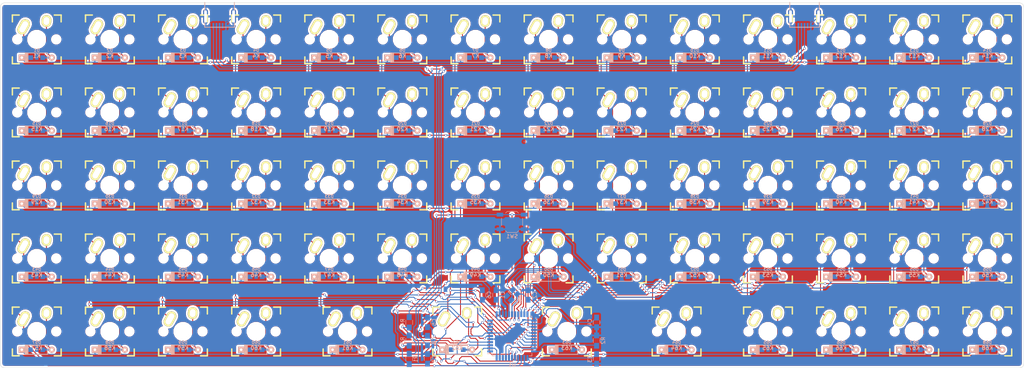
<source format=kicad_pcb>
(kicad_pcb (version 4) (host pcbnew 4.0.6)
  (layers (0 F.Cu signal) (31 B.Cu signal) (34 B.Paste user) (35 F.Paste user) (36 B.SilkS user) (37 F.SilkS user) (38 B.Mask user) (39 F.Mask user) (44 Edge.Cuts user))
  (net 0 "")
  (net 1 "Net-(C1-Pad1)")
  (net 2 GND)
  (net 3 "Net-(C2-Pad1)")
  (net 4 VCC)
  (net 5 "Net-(C8-Pad1)")
  (net 6 "Net-(D1-Pad2)")
  (net 7 /row0)
  (net 8 "Net-(D2-Pad2)")
  (net 9 "Net-(D3-Pad2)")
  (net 10 "Net-(D4-Pad2)")
  (net 11 "Net-(D5-Pad2)")
  (net 12 "Net-(D6-Pad2)")
  (net 13 "Net-(D7-Pad2)")
  (net 14 "Net-(D8-Pad2)")
  (net 15 "Net-(D9-Pad2)")
  (net 16 "Net-(D10-Pad2)")
  (net 17 "Net-(D11-Pad2)")
  (net 18 "Net-(D12-Pad2)")
  (net 19 "Net-(D13-Pad2)")
  (net 20 "Net-(D14-Pad2)")
  (net 21 "Net-(D15-Pad2)")
  (net 22 /row1)
  (net 23 "Net-(D16-Pad2)")
  (net 24 "Net-(D17-Pad2)")
  (net 25 "Net-(D18-Pad2)")
  (net 26 "Net-(D19-Pad2)")
  (net 27 "Net-(D20-Pad2)")
  (net 28 "Net-(D21-Pad2)")
  (net 29 "Net-(D22-Pad2)")
  (net 30 "Net-(D23-Pad2)")
  (net 31 "Net-(D24-Pad2)")
  (net 32 "Net-(D25-Pad2)")
  (net 33 "Net-(D26-Pad2)")
  (net 34 "Net-(D27-Pad2)")
  (net 35 "Net-(D28-Pad2)")
  (net 36 "Net-(D29-Pad2)")
  (net 37 /row2)
  (net 38 "Net-(D30-Pad2)")
  (net 39 "Net-(D31-Pad2)")
  (net 40 "Net-(D32-Pad2)")
  (net 41 "Net-(D33-Pad2)")
  (net 42 "Net-(D34-Pad2)")
  (net 43 "Net-(D35-Pad2)")
  (net 44 "Net-(D36-Pad2)")
  (net 45 "Net-(D37-Pad2)")
  (net 46 "Net-(D38-Pad2)")
  (net 47 "Net-(D39-Pad2)")
  (net 48 "Net-(D40-Pad2)")
  (net 49 "Net-(D41-Pad2)")
  (net 50 "Net-(D42-Pad2)")
  (net 51 "Net-(D43-Pad2)")
  (net 52 /row3)
  (net 53 "Net-(D44-Pad2)")
  (net 54 "Net-(D45-Pad2)")
  (net 55 "Net-(D46-Pad2)")
  (net 56 "Net-(D47-Pad2)")
  (net 57 "Net-(D48-Pad2)")
  (net 58 "Net-(D49-Pad2)")
  (net 59 "Net-(D50-Pad2)")
  (net 60 "Net-(D51-Pad2)")
  (net 61 "Net-(D52-Pad2)")
  (net 62 "Net-(D53-Pad2)")
  (net 63 "Net-(D54-Pad2)")
  (net 64 "Net-(D55-Pad2)")
  (net 65 "Net-(D56-Pad2)")
  (net 66 "Net-(D57-Pad2)")
  (net 67 /row4)
  (net 68 "Net-(D58-Pad2)")
  (net 69 "Net-(D59-Pad2)")
  (net 70 "Net-(D60-Pad2)")
  (net 71 "Net-(D61-Pad2)")
  (net 72 "Net-(D62-Pad2)")
  (net 73 "Net-(D63-Pad2)")
  (net 74 "Net-(D64-Pad2)")
  (net 75 "Net-(D65-Pad2)")
  (net 76 "Net-(D66-Pad2)")
  (net 77 "Net-(D67-Pad2)")
  (net 78 "Net-(D68-Pad2)")
  (net 79 "Net-(J1-Pad2)")
  (net 80 "Net-(J1-Pad3)")
  (net 81 "Net-(J1-Pad4)")
  (net 82 /col0)
  (net 83 /col1)
  (net 84 /col2)
  (net 85 /col3)
  (net 86 /col4)
  (net 87 /col5)
  (net 88 /col6)
  (net 89 /col7)
  (net 90 /col8)
  (net 91 /col9)
  (net 92 /col10)
  (net 93 /col11)
  (net 94 /col12)
  (net 95 /col13)
  (net 96 "Net-(R1-Pad2)")
  (net 97 "Net-(R2-Pad1)")
  (net 98 "Net-(R3-Pad2)")
  (net 99 "Net-(R4-Pad2)")
  (net 100 "Net-(U1-Pad8)")
  (net 101 "Net-(U1-Pad9)")
  (net 102 "Net-(U1-Pad10)")
  (net 103 "Net-(U1-Pad11)")
  (net 104 "Net-(U1-Pad22)")
  (net 105 "Net-(U1-Pad42)")
  (net 106 "Net-(U1-Pad1)")
  (net 107 "Net-(J2-Pad4)")
  (module Capacitors_SMD:C_0805_HandSoldering (layer B.Cu) (at 143.470313 102.39375 90)
    (fp_text reference C1 (at 0 1.75 90) (layer B.SilkS) (effects (justify mirror)))
    (fp_text value 22p)
    (pad 1 smd rect (at -1.25 0 90) (size 1.5 1.25) (layers B.Cu B.Paste B.Mask) (net 1 "Net-(C1-Pad1)"))
    (pad 2 smd rect (at 1.25 0 90) (size 1.5 1.25) (layers B.Cu B.Paste B.Mask) (net 2 GND))
  )
  (module Capacitors_SMD:C_0805_HandSoldering (layer B.Cu) (at 151.804688 102.39375 90)
    (fp_text reference C2 (at 0 1.75 90) (layer B.SilkS) (effects (justify mirror)))
    (fp_text value 22p)
    (pad 1 smd rect (at -1.25 0 90) (size 1.5 1.25) (layers B.Cu B.Paste B.Mask) (net 3 "Net-(C2-Pad1)"))
    (pad 2 smd rect (at 1.25 0 90) (size 1.5 1.25) (layers B.Cu B.Paste B.Mask) (net 2 GND))
  )
  (module Capacitors_SMD:C_0805_HandSoldering (layer B.Cu) (at 169.664063 119.0625 270)
    (fp_text reference C3 (at 0 1.75 270) (layer B.SilkS) (effects (justify mirror)))
    (fp_text value 0.1u)
    (pad 1 smd rect (at -1.25 0 270) (size 1.5 1.25) (layers B.Cu B.Paste B.Mask) (net 4 VCC))
    (pad 2 smd rect (at 1.25 0 270) (size 1.5 1.25) (layers B.Cu B.Paste B.Mask) (net 2 GND))
  )
  (module Capacitors_SMD:C_0805_HandSoldering (layer B.Cu) (at 169.664063 109.5375 270)
    (fp_text reference C4 (at 0 1.75 270) (layer B.SilkS) (effects (justify mirror)))
    (fp_text value 0.1u)
    (pad 1 smd rect (at -1.25 0 270) (size 1.5 1.25) (layers B.Cu B.Paste B.Mask) (net 4 VCC))
    (pad 2 smd rect (at 1.25 0 270) (size 1.5 1.25) (layers B.Cu B.Paste B.Mask) (net 2 GND))
  )
  (module Capacitors_SMD:C_0805_HandSoldering (layer B.Cu) (at 125.610938 109.5375 90)
    (fp_text reference C5 (at 0 1.75 90) (layer B.SilkS) (effects (justify mirror)))
    (fp_text value 0.1u)
    (pad 1 smd rect (at -1.25 0 90) (size 1.5 1.25) (layers B.Cu B.Paste B.Mask) (net 4 VCC))
    (pad 2 smd rect (at 1.25 0 90) (size 1.5 1.25) (layers B.Cu B.Paste B.Mask) (net 2 GND))
  )
  (module Capacitors_SMD:C_0805_HandSoldering (layer B.Cu) (at 139.898438 102.39375 90)
    (fp_text reference C6 (at 0 1.75 90) (layer B.SilkS) (effects (justify mirror)))
    (fp_text value 0.1u)
    (pad 1 smd rect (at -1.25 0 90) (size 1.5 1.25) (layers B.Cu B.Paste B.Mask) (net 4 VCC))
    (pad 2 smd rect (at 1.25 0 90) (size 1.5 1.25) (layers B.Cu B.Paste B.Mask) (net 2 GND))
  )
  (module Capacitors_SMD:C_0805_HandSoldering (layer B.Cu) (at 125.610938 119.0625 90)
    (fp_text reference C7 (at 0 1.75 90) (layer B.SilkS) (effects (justify mirror)))
    (fp_text value 4.7u)
    (pad 1 smd rect (at -1.25 0 90) (size 1.5 1.25) (layers B.Cu B.Paste B.Mask) (net 4 VCC))
    (pad 2 smd rect (at 1.25 0 90) (size 1.5 1.25) (layers B.Cu B.Paste B.Mask) (net 2 GND))
  )
  (module Capacitors_SMD:C_0805_HandSoldering (layer B.Cu) (at 125.610938 114.3 90)
    (fp_text reference C8 (at 0 1.75 90) (layer B.SilkS) (effects (justify mirror)))
    (fp_text value 1u)
    (pad 1 smd rect (at -1.25 0 90) (size 1.5 1.25) (layers B.Cu B.Paste B.Mask) (net 5 "Net-(C8-Pad1)"))
    (pad 2 smd rect (at 1.25 0 90) (size 1.5 1.25) (layers B.Cu B.Paste B.Mask) (net 2 GND))
  )
  (module keyboard_parts:D_SOD123_axial (layer B.Cu) (at 23.8125 40.48125)
    (fp_text reference D1 (at 0 -1.925) (layer B.SilkS) (effects (font (size 0.8 0.8)) (justify mirror)))
    (fp_text value D hide)
    (pad 2 smd rect (at 1.575 0) (size 1.2 1.2) (layers B.Cu B.Paste B.Mask) (net 6 "Net-(D1-Pad2)"))
    (pad 1 smd rect (at -1.575 0) (size 1.2 1.2) (layers B.Cu B.Paste B.Mask) (net 7 /row0))
    (pad 1 thru_hole rect (at -3.9 0) (size 1.6 1.6) (drill 0.7) (layers *.Cu *.Mask B.SilkS) (net 7 /row0))
    (pad 2 thru_hole circle (at 3.9 0) (size 1.6 1.6) (drill 0.7) (layers *.Cu *.Mask B.SilkS) (net 6 "Net-(D1-Pad2)"))
    (pad 1 smd rect (at -2.7 0) (size 2.5 0.5) (layers B.Cu) (net 7 /row0))
    (pad 2 smd rect (at 2.7 0) (size 2.5 0.5) (layers B.Cu) (net 6 "Net-(D1-Pad2)"))
  )
  (module keyboard_parts:D_SOD123_axial (layer B.Cu) (at 42.8625 40.48125)
    (fp_text reference D2 (at 0 -1.925) (layer B.SilkS) (effects (font (size 0.8 0.8)) (justify mirror)))
    (fp_text value D hide)
    (pad 2 smd rect (at 1.575 0) (size 1.2 1.2) (layers B.Cu B.Paste B.Mask) (net 8 "Net-(D2-Pad2)"))
    (pad 1 smd rect (at -1.575 0) (size 1.2 1.2) (layers B.Cu B.Paste B.Mask) (net 7 /row0))
    (pad 1 thru_hole rect (at -3.9 0) (size 1.6 1.6) (drill 0.7) (layers *.Cu *.Mask B.SilkS) (net 7 /row0))
    (pad 2 thru_hole circle (at 3.9 0) (size 1.6 1.6) (drill 0.7) (layers *.Cu *.Mask B.SilkS) (net 8 "Net-(D2-Pad2)"))
    (pad 1 smd rect (at -2.7 0) (size 2.5 0.5) (layers B.Cu) (net 7 /row0))
    (pad 2 smd rect (at 2.7 0) (size 2.5 0.5) (layers B.Cu) (net 8 "Net-(D2-Pad2)"))
  )
  (module keyboard_parts:D_SOD123_axial (layer B.Cu) (at 61.9125 40.48125)
    (fp_text reference D3 (at 0 -1.925) (layer B.SilkS) (effects (font (size 0.8 0.8)) (justify mirror)))
    (fp_text value D hide)
    (pad 2 smd rect (at 1.575 0) (size 1.2 1.2) (layers B.Cu B.Paste B.Mask) (net 9 "Net-(D3-Pad2)"))
    (pad 1 smd rect (at -1.575 0) (size 1.2 1.2) (layers B.Cu B.Paste B.Mask) (net 7 /row0))
    (pad 1 thru_hole rect (at -3.9 0) (size 1.6 1.6) (drill 0.7) (layers *.Cu *.Mask B.SilkS) (net 7 /row0))
    (pad 2 thru_hole circle (at 3.9 0) (size 1.6 1.6) (drill 0.7) (layers *.Cu *.Mask B.SilkS) (net 9 "Net-(D3-Pad2)"))
    (pad 1 smd rect (at -2.7 0) (size 2.5 0.5) (layers B.Cu) (net 7 /row0))
    (pad 2 smd rect (at 2.7 0) (size 2.5 0.5) (layers B.Cu) (net 9 "Net-(D3-Pad2)"))
  )
  (module keyboard_parts:D_SOD123_axial (layer B.Cu) (at 80.9625 40.48125)
    (fp_text reference D4 (at 0 -1.925) (layer B.SilkS) (effects (font (size 0.8 0.8)) (justify mirror)))
    (fp_text value D hide)
    (pad 2 smd rect (at 1.575 0) (size 1.2 1.2) (layers B.Cu B.Paste B.Mask) (net 10 "Net-(D4-Pad2)"))
    (pad 1 smd rect (at -1.575 0) (size 1.2 1.2) (layers B.Cu B.Paste B.Mask) (net 7 /row0))
    (pad 1 thru_hole rect (at -3.9 0) (size 1.6 1.6) (drill 0.7) (layers *.Cu *.Mask B.SilkS) (net 7 /row0))
    (pad 2 thru_hole circle (at 3.9 0) (size 1.6 1.6) (drill 0.7) (layers *.Cu *.Mask B.SilkS) (net 10 "Net-(D4-Pad2)"))
    (pad 1 smd rect (at -2.7 0) (size 2.5 0.5) (layers B.Cu) (net 7 /row0))
    (pad 2 smd rect (at 2.7 0) (size 2.5 0.5) (layers B.Cu) (net 10 "Net-(D4-Pad2)"))
  )
  (module keyboard_parts:D_SOD123_axial (layer B.Cu) (at 100.0125 40.48125)
    (fp_text reference D5 (at 0 -1.925) (layer B.SilkS) (effects (font (size 0.8 0.8)) (justify mirror)))
    (fp_text value D hide)
    (pad 2 smd rect (at 1.575 0) (size 1.2 1.2) (layers B.Cu B.Paste B.Mask) (net 11 "Net-(D5-Pad2)"))
    (pad 1 smd rect (at -1.575 0) (size 1.2 1.2) (layers B.Cu B.Paste B.Mask) (net 7 /row0))
    (pad 1 thru_hole rect (at -3.9 0) (size 1.6 1.6) (drill 0.7) (layers *.Cu *.Mask B.SilkS) (net 7 /row0))
    (pad 2 thru_hole circle (at 3.9 0) (size 1.6 1.6) (drill 0.7) (layers *.Cu *.Mask B.SilkS) (net 11 "Net-(D5-Pad2)"))
    (pad 1 smd rect (at -2.7 0) (size 2.5 0.5) (layers B.Cu) (net 7 /row0))
    (pad 2 smd rect (at 2.7 0) (size 2.5 0.5) (layers B.Cu) (net 11 "Net-(D5-Pad2)"))
  )
  (module keyboard_parts:D_SOD123_axial (layer B.Cu) (at 119.0625 40.48125)
    (fp_text reference D6 (at 0 -1.925) (layer B.SilkS) (effects (font (size 0.8 0.8)) (justify mirror)))
    (fp_text value D hide)
    (pad 2 smd rect (at 1.575 0) (size 1.2 1.2) (layers B.Cu B.Paste B.Mask) (net 12 "Net-(D6-Pad2)"))
    (pad 1 smd rect (at -1.575 0) (size 1.2 1.2) (layers B.Cu B.Paste B.Mask) (net 7 /row0))
    (pad 1 thru_hole rect (at -3.9 0) (size 1.6 1.6) (drill 0.7) (layers *.Cu *.Mask B.SilkS) (net 7 /row0))
    (pad 2 thru_hole circle (at 3.9 0) (size 1.6 1.6) (drill 0.7) (layers *.Cu *.Mask B.SilkS) (net 12 "Net-(D6-Pad2)"))
    (pad 1 smd rect (at -2.7 0) (size 2.5 0.5) (layers B.Cu) (net 7 /row0))
    (pad 2 smd rect (at 2.7 0) (size 2.5 0.5) (layers B.Cu) (net 12 "Net-(D6-Pad2)"))
  )
  (module keyboard_parts:D_SOD123_axial (layer B.Cu) (at 138.1125 40.48125)
    (fp_text reference D7 (at 0 -1.925) (layer B.SilkS) (effects (font (size 0.8 0.8)) (justify mirror)))
    (fp_text value D hide)
    (pad 2 smd rect (at 1.575 0) (size 1.2 1.2) (layers B.Cu B.Paste B.Mask) (net 13 "Net-(D7-Pad2)"))
    (pad 1 smd rect (at -1.575 0) (size 1.2 1.2) (layers B.Cu B.Paste B.Mask) (net 7 /row0))
    (pad 1 thru_hole rect (at -3.9 0) (size 1.6 1.6) (drill 0.7) (layers *.Cu *.Mask B.SilkS) (net 7 /row0))
    (pad 2 thru_hole circle (at 3.9 0) (size 1.6 1.6) (drill 0.7) (layers *.Cu *.Mask B.SilkS) (net 13 "Net-(D7-Pad2)"))
    (pad 1 smd rect (at -2.7 0) (size 2.5 0.5) (layers B.Cu) (net 7 /row0))
    (pad 2 smd rect (at 2.7 0) (size 2.5 0.5) (layers B.Cu) (net 13 "Net-(D7-Pad2)"))
  )
  (module keyboard_parts:D_SOD123_axial (layer B.Cu) (at 157.1625 40.48125)
    (fp_text reference D8 (at 0 -1.925) (layer B.SilkS) (effects (font (size 0.8 0.8)) (justify mirror)))
    (fp_text value D hide)
    (pad 2 smd rect (at 1.575 0) (size 1.2 1.2) (layers B.Cu B.Paste B.Mask) (net 14 "Net-(D8-Pad2)"))
    (pad 1 smd rect (at -1.575 0) (size 1.2 1.2) (layers B.Cu B.Paste B.Mask) (net 7 /row0))
    (pad 1 thru_hole rect (at -3.9 0) (size 1.6 1.6) (drill 0.7) (layers *.Cu *.Mask B.SilkS) (net 7 /row0))
    (pad 2 thru_hole circle (at 3.9 0) (size 1.6 1.6) (drill 0.7) (layers *.Cu *.Mask B.SilkS) (net 14 "Net-(D8-Pad2)"))
    (pad 1 smd rect (at -2.7 0) (size 2.5 0.5) (layers B.Cu) (net 7 /row0))
    (pad 2 smd rect (at 2.7 0) (size 2.5 0.5) (layers B.Cu) (net 14 "Net-(D8-Pad2)"))
  )
  (module keyboard_parts:D_SOD123_axial (layer B.Cu) (at 176.2125 40.48125)
    (fp_text reference D9 (at 0 -1.925) (layer B.SilkS) (effects (font (size 0.8 0.8)) (justify mirror)))
    (fp_text value D hide)
    (pad 2 smd rect (at 1.575 0) (size 1.2 1.2) (layers B.Cu B.Paste B.Mask) (net 15 "Net-(D9-Pad2)"))
    (pad 1 smd rect (at -1.575 0) (size 1.2 1.2) (layers B.Cu B.Paste B.Mask) (net 7 /row0))
    (pad 1 thru_hole rect (at -3.9 0) (size 1.6 1.6) (drill 0.7) (layers *.Cu *.Mask B.SilkS) (net 7 /row0))
    (pad 2 thru_hole circle (at 3.9 0) (size 1.6 1.6) (drill 0.7) (layers *.Cu *.Mask B.SilkS) (net 15 "Net-(D9-Pad2)"))
    (pad 1 smd rect (at -2.7 0) (size 2.5 0.5) (layers B.Cu) (net 7 /row0))
    (pad 2 smd rect (at 2.7 0) (size 2.5 0.5) (layers B.Cu) (net 15 "Net-(D9-Pad2)"))
  )
  (module keyboard_parts:D_SOD123_axial (layer B.Cu) (at 195.2625 40.48125)
    (fp_text reference D10 (at 0 -1.925) (layer B.SilkS) (effects (font (size 0.8 0.8)) (justify mirror)))
    (fp_text value D hide)
    (pad 2 smd rect (at 1.575 0) (size 1.2 1.2) (layers B.Cu B.Paste B.Mask) (net 16 "Net-(D10-Pad2)"))
    (pad 1 smd rect (at -1.575 0) (size 1.2 1.2) (layers B.Cu B.Paste B.Mask) (net 7 /row0))
    (pad 1 thru_hole rect (at -3.9 0) (size 1.6 1.6) (drill 0.7) (layers *.Cu *.Mask B.SilkS) (net 7 /row0))
    (pad 2 thru_hole circle (at 3.9 0) (size 1.6 1.6) (drill 0.7) (layers *.Cu *.Mask B.SilkS) (net 16 "Net-(D10-Pad2)"))
    (pad 1 smd rect (at -2.7 0) (size 2.5 0.5) (layers B.Cu) (net 7 /row0))
    (pad 2 smd rect (at 2.7 0) (size 2.5 0.5) (layers B.Cu) (net 16 "Net-(D10-Pad2)"))
  )
  (module keyboard_parts:D_SOD123_axial (layer B.Cu) (at 214.3125 40.48125)
    (fp_text reference D11 (at 0 -1.925) (layer B.SilkS) (effects (font (size 0.8 0.8)) (justify mirror)))
    (fp_text value D hide)
    (pad 2 smd rect (at 1.575 0) (size 1.2 1.2) (layers B.Cu B.Paste B.Mask) (net 17 "Net-(D11-Pad2)"))
    (pad 1 smd rect (at -1.575 0) (size 1.2 1.2) (layers B.Cu B.Paste B.Mask) (net 7 /row0))
    (pad 1 thru_hole rect (at -3.9 0) (size 1.6 1.6) (drill 0.7) (layers *.Cu *.Mask B.SilkS) (net 7 /row0))
    (pad 2 thru_hole circle (at 3.9 0) (size 1.6 1.6) (drill 0.7) (layers *.Cu *.Mask B.SilkS) (net 17 "Net-(D11-Pad2)"))
    (pad 1 smd rect (at -2.7 0) (size 2.5 0.5) (layers B.Cu) (net 7 /row0))
    (pad 2 smd rect (at 2.7 0) (size 2.5 0.5) (layers B.Cu) (net 17 "Net-(D11-Pad2)"))
  )
  (module keyboard_parts:D_SOD123_axial (layer B.Cu) (at 233.3625 40.48125)
    (fp_text reference D12 (at 0 -1.925) (layer B.SilkS) (effects (font (size 0.8 0.8)) (justify mirror)))
    (fp_text value D hide)
    (pad 2 smd rect (at 1.575 0) (size 1.2 1.2) (layers B.Cu B.Paste B.Mask) (net 18 "Net-(D12-Pad2)"))
    (pad 1 smd rect (at -1.575 0) (size 1.2 1.2) (layers B.Cu B.Paste B.Mask) (net 7 /row0))
    (pad 1 thru_hole rect (at -3.9 0) (size 1.6 1.6) (drill 0.7) (layers *.Cu *.Mask B.SilkS) (net 7 /row0))
    (pad 2 thru_hole circle (at 3.9 0) (size 1.6 1.6) (drill 0.7) (layers *.Cu *.Mask B.SilkS) (net 18 "Net-(D12-Pad2)"))
    (pad 1 smd rect (at -2.7 0) (size 2.5 0.5) (layers B.Cu) (net 7 /row0))
    (pad 2 smd rect (at 2.7 0) (size 2.5 0.5) (layers B.Cu) (net 18 "Net-(D12-Pad2)"))
  )
  (module keyboard_parts:D_SOD123_axial (layer B.Cu) (at 252.4125 40.48125)
    (fp_text reference D13 (at 0 -1.925) (layer B.SilkS) (effects (font (size 0.8 0.8)) (justify mirror)))
    (fp_text value D hide)
    (pad 2 smd rect (at 1.575 0) (size 1.2 1.2) (layers B.Cu B.Paste B.Mask) (net 19 "Net-(D13-Pad2)"))
    (pad 1 smd rect (at -1.575 0) (size 1.2 1.2) (layers B.Cu B.Paste B.Mask) (net 7 /row0))
    (pad 1 thru_hole rect (at -3.9 0) (size 1.6 1.6) (drill 0.7) (layers *.Cu *.Mask B.SilkS) (net 7 /row0))
    (pad 2 thru_hole circle (at 3.9 0) (size 1.6 1.6) (drill 0.7) (layers *.Cu *.Mask B.SilkS) (net 19 "Net-(D13-Pad2)"))
    (pad 1 smd rect (at -2.7 0) (size 2.5 0.5) (layers B.Cu) (net 7 /row0))
    (pad 2 smd rect (at 2.7 0) (size 2.5 0.5) (layers B.Cu) (net 19 "Net-(D13-Pad2)"))
  )
  (module keyboard_parts:D_SOD123_axial (layer B.Cu) (at 271.4625 40.48125)
    (fp_text reference D14 (at 0 -1.925) (layer B.SilkS) (effects (font (size 0.8 0.8)) (justify mirror)))
    (fp_text value D hide)
    (pad 2 smd rect (at 1.575 0) (size 1.2 1.2) (layers B.Cu B.Paste B.Mask) (net 20 "Net-(D14-Pad2)"))
    (pad 1 smd rect (at -1.575 0) (size 1.2 1.2) (layers B.Cu B.Paste B.Mask) (net 7 /row0))
    (pad 1 thru_hole rect (at -3.9 0) (size 1.6 1.6) (drill 0.7) (layers *.Cu *.Mask B.SilkS) (net 7 /row0))
    (pad 2 thru_hole circle (at 3.9 0) (size 1.6 1.6) (drill 0.7) (layers *.Cu *.Mask B.SilkS) (net 20 "Net-(D14-Pad2)"))
    (pad 1 smd rect (at -2.7 0) (size 2.5 0.5) (layers B.Cu) (net 7 /row0))
    (pad 2 smd rect (at 2.7 0) (size 2.5 0.5) (layers B.Cu) (net 20 "Net-(D14-Pad2)"))
  )
  (module keyboard_parts:D_SOD123_axial (layer B.Cu) (at 23.8125 59.53125)
    (fp_text reference D15 (at 0 -1.925) (layer B.SilkS) (effects (font (size 0.8 0.8)) (justify mirror)))
    (fp_text value D hide)
    (pad 2 smd rect (at 1.575 0) (size 1.2 1.2) (layers B.Cu B.Paste B.Mask) (net 21 "Net-(D15-Pad2)"))
    (pad 1 smd rect (at -1.575 0) (size 1.2 1.2) (layers B.Cu B.Paste B.Mask) (net 22 /row1))
    (pad 1 thru_hole rect (at -3.9 0) (size 1.6 1.6) (drill 0.7) (layers *.Cu *.Mask B.SilkS) (net 22 /row1))
    (pad 2 thru_hole circle (at 3.9 0) (size 1.6 1.6) (drill 0.7) (layers *.Cu *.Mask B.SilkS) (net 21 "Net-(D15-Pad2)"))
    (pad 1 smd rect (at -2.7 0) (size 2.5 0.5) (layers B.Cu) (net 22 /row1))
    (pad 2 smd rect (at 2.7 0) (size 2.5 0.5) (layers B.Cu) (net 21 "Net-(D15-Pad2)"))
  )
  (module keyboard_parts:D_SOD123_axial (layer B.Cu) (at 42.8625 59.53125)
    (fp_text reference D16 (at 0 -1.925) (layer B.SilkS) (effects (font (size 0.8 0.8)) (justify mirror)))
    (fp_text value D hide)
    (pad 2 smd rect (at 1.575 0) (size 1.2 1.2) (layers B.Cu B.Paste B.Mask) (net 23 "Net-(D16-Pad2)"))
    (pad 1 smd rect (at -1.575 0) (size 1.2 1.2) (layers B.Cu B.Paste B.Mask) (net 22 /row1))
    (pad 1 thru_hole rect (at -3.9 0) (size 1.6 1.6) (drill 0.7) (layers *.Cu *.Mask B.SilkS) (net 22 /row1))
    (pad 2 thru_hole circle (at 3.9 0) (size 1.6 1.6) (drill 0.7) (layers *.Cu *.Mask B.SilkS) (net 23 "Net-(D16-Pad2)"))
    (pad 1 smd rect (at -2.7 0) (size 2.5 0.5) (layers B.Cu) (net 22 /row1))
    (pad 2 smd rect (at 2.7 0) (size 2.5 0.5) (layers B.Cu) (net 23 "Net-(D16-Pad2)"))
  )
  (module keyboard_parts:D_SOD123_axial (layer B.Cu) (at 61.9125 59.53125)
    (fp_text reference D17 (at 0 -1.925) (layer B.SilkS) (effects (font (size 0.8 0.8)) (justify mirror)))
    (fp_text value D hide)
    (pad 2 smd rect (at 1.575 0) (size 1.2 1.2) (layers B.Cu B.Paste B.Mask) (net 24 "Net-(D17-Pad2)"))
    (pad 1 smd rect (at -1.575 0) (size 1.2 1.2) (layers B.Cu B.Paste B.Mask) (net 22 /row1))
    (pad 1 thru_hole rect (at -3.9 0) (size 1.6 1.6) (drill 0.7) (layers *.Cu *.Mask B.SilkS) (net 22 /row1))
    (pad 2 thru_hole circle (at 3.9 0) (size 1.6 1.6) (drill 0.7) (layers *.Cu *.Mask B.SilkS) (net 24 "Net-(D17-Pad2)"))
    (pad 1 smd rect (at -2.7 0) (size 2.5 0.5) (layers B.Cu) (net 22 /row1))
    (pad 2 smd rect (at 2.7 0) (size 2.5 0.5) (layers B.Cu) (net 24 "Net-(D17-Pad2)"))
  )
  (module keyboard_parts:D_SOD123_axial (layer B.Cu) (at 80.9625 59.53125)
    (fp_text reference D18 (at 0 -1.925) (layer B.SilkS) (effects (font (size 0.8 0.8)) (justify mirror)))
    (fp_text value D hide)
    (pad 2 smd rect (at 1.575 0) (size 1.2 1.2) (layers B.Cu B.Paste B.Mask) (net 25 "Net-(D18-Pad2)"))
    (pad 1 smd rect (at -1.575 0) (size 1.2 1.2) (layers B.Cu B.Paste B.Mask) (net 22 /row1))
    (pad 1 thru_hole rect (at -3.9 0) (size 1.6 1.6) (drill 0.7) (layers *.Cu *.Mask B.SilkS) (net 22 /row1))
    (pad 2 thru_hole circle (at 3.9 0) (size 1.6 1.6) (drill 0.7) (layers *.Cu *.Mask B.SilkS) (net 25 "Net-(D18-Pad2)"))
    (pad 1 smd rect (at -2.7 0) (size 2.5 0.5) (layers B.Cu) (net 22 /row1))
    (pad 2 smd rect (at 2.7 0) (size 2.5 0.5) (layers B.Cu) (net 25 "Net-(D18-Pad2)"))
  )
  (module keyboard_parts:D_SOD123_axial (layer B.Cu) (at 100.0125 59.53125)
    (fp_text reference D19 (at 0 -1.925) (layer B.SilkS) (effects (font (size 0.8 0.8)) (justify mirror)))
    (fp_text value D hide)
    (pad 2 smd rect (at 1.575 0) (size 1.2 1.2) (layers B.Cu B.Paste B.Mask) (net 26 "Net-(D19-Pad2)"))
    (pad 1 smd rect (at -1.575 0) (size 1.2 1.2) (layers B.Cu B.Paste B.Mask) (net 22 /row1))
    (pad 1 thru_hole rect (at -3.9 0) (size 1.6 1.6) (drill 0.7) (layers *.Cu *.Mask B.SilkS) (net 22 /row1))
    (pad 2 thru_hole circle (at 3.9 0) (size 1.6 1.6) (drill 0.7) (layers *.Cu *.Mask B.SilkS) (net 26 "Net-(D19-Pad2)"))
    (pad 1 smd rect (at -2.7 0) (size 2.5 0.5) (layers B.Cu) (net 22 /row1))
    (pad 2 smd rect (at 2.7 0) (size 2.5 0.5) (layers B.Cu) (net 26 "Net-(D19-Pad2)"))
  )
  (module keyboard_parts:D_SOD123_axial (layer B.Cu) (at 119.0625 59.53125)
    (fp_text reference D20 (at 0 -1.925) (layer B.SilkS) (effects (font (size 0.8 0.8)) (justify mirror)))
    (fp_text value D hide)
    (pad 2 smd rect (at 1.575 0) (size 1.2 1.2) (layers B.Cu B.Paste B.Mask) (net 27 "Net-(D20-Pad2)"))
    (pad 1 smd rect (at -1.575 0) (size 1.2 1.2) (layers B.Cu B.Paste B.Mask) (net 22 /row1))
    (pad 1 thru_hole rect (at -3.9 0) (size 1.6 1.6) (drill 0.7) (layers *.Cu *.Mask B.SilkS) (net 22 /row1))
    (pad 2 thru_hole circle (at 3.9 0) (size 1.6 1.6) (drill 0.7) (layers *.Cu *.Mask B.SilkS) (net 27 "Net-(D20-Pad2)"))
    (pad 1 smd rect (at -2.7 0) (size 2.5 0.5) (layers B.Cu) (net 22 /row1))
    (pad 2 smd rect (at 2.7 0) (size 2.5 0.5) (layers B.Cu) (net 27 "Net-(D20-Pad2)"))
  )
  (module keyboard_parts:D_SOD123_axial (layer B.Cu) (at 138.1125 59.53125)
    (fp_text reference D21 (at 0 -1.925) (layer B.SilkS) (effects (font (size 0.8 0.8)) (justify mirror)))
    (fp_text value D hide)
    (pad 2 smd rect (at 1.575 0) (size 1.2 1.2) (layers B.Cu B.Paste B.Mask) (net 28 "Net-(D21-Pad2)"))
    (pad 1 smd rect (at -1.575 0) (size 1.2 1.2) (layers B.Cu B.Paste B.Mask) (net 22 /row1))
    (pad 1 thru_hole rect (at -3.9 0) (size 1.6 1.6) (drill 0.7) (layers *.Cu *.Mask B.SilkS) (net 22 /row1))
    (pad 2 thru_hole circle (at 3.9 0) (size 1.6 1.6) (drill 0.7) (layers *.Cu *.Mask B.SilkS) (net 28 "Net-(D21-Pad2)"))
    (pad 1 smd rect (at -2.7 0) (size 2.5 0.5) (layers B.Cu) (net 22 /row1))
    (pad 2 smd rect (at 2.7 0) (size 2.5 0.5) (layers B.Cu) (net 28 "Net-(D21-Pad2)"))
  )
  (module keyboard_parts:D_SOD123_axial (layer B.Cu) (at 157.1625 59.53125)
    (fp_text reference D22 (at 0 -1.925) (layer B.SilkS) (effects (font (size 0.8 0.8)) (justify mirror)))
    (fp_text value D hide)
    (pad 2 smd rect (at 1.575 0) (size 1.2 1.2) (layers B.Cu B.Paste B.Mask) (net 29 "Net-(D22-Pad2)"))
    (pad 1 smd rect (at -1.575 0) (size 1.2 1.2) (layers B.Cu B.Paste B.Mask) (net 22 /row1))
    (pad 1 thru_hole rect (at -3.9 0) (size 1.6 1.6) (drill 0.7) (layers *.Cu *.Mask B.SilkS) (net 22 /row1))
    (pad 2 thru_hole circle (at 3.9 0) (size 1.6 1.6) (drill 0.7) (layers *.Cu *.Mask B.SilkS) (net 29 "Net-(D22-Pad2)"))
    (pad 1 smd rect (at -2.7 0) (size 2.5 0.5) (layers B.Cu) (net 22 /row1))
    (pad 2 smd rect (at 2.7 0) (size 2.5 0.5) (layers B.Cu) (net 29 "Net-(D22-Pad2)"))
  )
  (module keyboard_parts:D_SOD123_axial (layer B.Cu) (at 176.2125 59.53125)
    (fp_text reference D23 (at 0 -1.925) (layer B.SilkS) (effects (font (size 0.8 0.8)) (justify mirror)))
    (fp_text value D hide)
    (pad 2 smd rect (at 1.575 0) (size 1.2 1.2) (layers B.Cu B.Paste B.Mask) (net 30 "Net-(D23-Pad2)"))
    (pad 1 smd rect (at -1.575 0) (size 1.2 1.2) (layers B.Cu B.Paste B.Mask) (net 22 /row1))
    (pad 1 thru_hole rect (at -3.9 0) (size 1.6 1.6) (drill 0.7) (layers *.Cu *.Mask B.SilkS) (net 22 /row1))
    (pad 2 thru_hole circle (at 3.9 0) (size 1.6 1.6) (drill 0.7) (layers *.Cu *.Mask B.SilkS) (net 30 "Net-(D23-Pad2)"))
    (pad 1 smd rect (at -2.7 0) (size 2.5 0.5) (layers B.Cu) (net 22 /row1))
    (pad 2 smd rect (at 2.7 0) (size 2.5 0.5) (layers B.Cu) (net 30 "Net-(D23-Pad2)"))
  )
  (module keyboard_parts:D_SOD123_axial (layer B.Cu) (at 195.2625 59.53125)
    (fp_text reference D24 (at 0 -1.925) (layer B.SilkS) (effects (font (size 0.8 0.8)) (justify mirror)))
    (fp_text value D hide)
    (pad 2 smd rect (at 1.575 0) (size 1.2 1.2) (layers B.Cu B.Paste B.Mask) (net 31 "Net-(D24-Pad2)"))
    (pad 1 smd rect (at -1.575 0) (size 1.2 1.2) (layers B.Cu B.Paste B.Mask) (net 22 /row1))
    (pad 1 thru_hole rect (at -3.9 0) (size 1.6 1.6) (drill 0.7) (layers *.Cu *.Mask B.SilkS) (net 22 /row1))
    (pad 2 thru_hole circle (at 3.9 0) (size 1.6 1.6) (drill 0.7) (layers *.Cu *.Mask B.SilkS) (net 31 "Net-(D24-Pad2)"))
    (pad 1 smd rect (at -2.7 0) (size 2.5 0.5) (layers B.Cu) (net 22 /row1))
    (pad 2 smd rect (at 2.7 0) (size 2.5 0.5) (layers B.Cu) (net 31 "Net-(D24-Pad2)"))
  )
  (module keyboard_parts:D_SOD123_axial (layer B.Cu) (at 214.3125 59.53125)
    (fp_text reference D25 (at 0 -1.925) (layer B.SilkS) (effects (font (size 0.8 0.8)) (justify mirror)))
    (fp_text value D hide)
    (pad 2 smd rect (at 1.575 0) (size 1.2 1.2) (layers B.Cu B.Paste B.Mask) (net 32 "Net-(D25-Pad2)"))
    (pad 1 smd rect (at -1.575 0) (size 1.2 1.2) (layers B.Cu B.Paste B.Mask) (net 22 /row1))
    (pad 1 thru_hole rect (at -3.9 0) (size 1.6 1.6) (drill 0.7) (layers *.Cu *.Mask B.SilkS) (net 22 /row1))
    (pad 2 thru_hole circle (at 3.9 0) (size 1.6 1.6) (drill 0.7) (layers *.Cu *.Mask B.SilkS) (net 32 "Net-(D25-Pad2)"))
    (pad 1 smd rect (at -2.7 0) (size 2.5 0.5) (layers B.Cu) (net 22 /row1))
    (pad 2 smd rect (at 2.7 0) (size 2.5 0.5) (layers B.Cu) (net 32 "Net-(D25-Pad2)"))
  )
  (module keyboard_parts:D_SOD123_axial (layer B.Cu) (at 233.3625 59.53125)
    (fp_text reference D26 (at 0 -1.925) (layer B.SilkS) (effects (font (size 0.8 0.8)) (justify mirror)))
    (fp_text value D hide)
    (pad 2 smd rect (at 1.575 0) (size 1.2 1.2) (layers B.Cu B.Paste B.Mask) (net 33 "Net-(D26-Pad2)"))
    (pad 1 smd rect (at -1.575 0) (size 1.2 1.2) (layers B.Cu B.Paste B.Mask) (net 22 /row1))
    (pad 1 thru_hole rect (at -3.9 0) (size 1.6 1.6) (drill 0.7) (layers *.Cu *.Mask B.SilkS) (net 22 /row1))
    (pad 2 thru_hole circle (at 3.9 0) (size 1.6 1.6) (drill 0.7) (layers *.Cu *.Mask B.SilkS) (net 33 "Net-(D26-Pad2)"))
    (pad 1 smd rect (at -2.7 0) (size 2.5 0.5) (layers B.Cu) (net 22 /row1))
    (pad 2 smd rect (at 2.7 0) (size 2.5 0.5) (layers B.Cu) (net 33 "Net-(D26-Pad2)"))
  )
  (module keyboard_parts:D_SOD123_axial (layer B.Cu) (at 252.4125 59.53125)
    (fp_text reference D27 (at 0 -1.925) (layer B.SilkS) (effects (font (size 0.8 0.8)) (justify mirror)))
    (fp_text value D hide)
    (pad 2 smd rect (at 1.575 0) (size 1.2 1.2) (layers B.Cu B.Paste B.Mask) (net 34 "Net-(D27-Pad2)"))
    (pad 1 smd rect (at -1.575 0) (size 1.2 1.2) (layers B.Cu B.Paste B.Mask) (net 22 /row1))
    (pad 1 thru_hole rect (at -3.9 0) (size 1.6 1.6) (drill 0.7) (layers *.Cu *.Mask B.SilkS) (net 22 /row1))
    (pad 2 thru_hole circle (at 3.9 0) (size 1.6 1.6) (drill 0.7) (layers *.Cu *.Mask B.SilkS) (net 34 "Net-(D27-Pad2)"))
    (pad 1 smd rect (at -2.7 0) (size 2.5 0.5) (layers B.Cu) (net 22 /row1))
    (pad 2 smd rect (at 2.7 0) (size 2.5 0.5) (layers B.Cu) (net 34 "Net-(D27-Pad2)"))
  )
  (module keyboard_parts:D_SOD123_axial (layer B.Cu) (at 271.4625 59.53125)
    (fp_text reference D28 (at 0 -1.925) (layer B.SilkS) (effects (font (size 0.8 0.8)) (justify mirror)))
    (fp_text value D hide)
    (pad 2 smd rect (at 1.575 0) (size 1.2 1.2) (layers B.Cu B.Paste B.Mask) (net 35 "Net-(D28-Pad2)"))
    (pad 1 smd rect (at -1.575 0) (size 1.2 1.2) (layers B.Cu B.Paste B.Mask) (net 22 /row1))
    (pad 1 thru_hole rect (at -3.9 0) (size 1.6 1.6) (drill 0.7) (layers *.Cu *.Mask B.SilkS) (net 22 /row1))
    (pad 2 thru_hole circle (at 3.9 0) (size 1.6 1.6) (drill 0.7) (layers *.Cu *.Mask B.SilkS) (net 35 "Net-(D28-Pad2)"))
    (pad 1 smd rect (at -2.7 0) (size 2.5 0.5) (layers B.Cu) (net 22 /row1))
    (pad 2 smd rect (at 2.7 0) (size 2.5 0.5) (layers B.Cu) (net 35 "Net-(D28-Pad2)"))
  )
  (module keyboard_parts:D_SOD123_axial (layer B.Cu) (at 23.8125 78.58125)
    (fp_text reference D29 (at 0 -1.925) (layer B.SilkS) (effects (font (size 0.8 0.8)) (justify mirror)))
    (fp_text value D hide)
    (pad 2 smd rect (at 1.575 0) (size 1.2 1.2) (layers B.Cu B.Paste B.Mask) (net 36 "Net-(D29-Pad2)"))
    (pad 1 smd rect (at -1.575 0) (size 1.2 1.2) (layers B.Cu B.Paste B.Mask) (net 37 /row2))
    (pad 1 thru_hole rect (at -3.9 0) (size 1.6 1.6) (drill 0.7) (layers *.Cu *.Mask B.SilkS) (net 37 /row2))
    (pad 2 thru_hole circle (at 3.9 0) (size 1.6 1.6) (drill 0.7) (layers *.Cu *.Mask B.SilkS) (net 36 "Net-(D29-Pad2)"))
    (pad 1 smd rect (at -2.7 0) (size 2.5 0.5) (layers B.Cu) (net 37 /row2))
    (pad 2 smd rect (at 2.7 0) (size 2.5 0.5) (layers B.Cu) (net 36 "Net-(D29-Pad2)"))
  )
  (module keyboard_parts:D_SOD123_axial (layer B.Cu) (at 42.8625 78.58125)
    (fp_text reference D30 (at 0 -1.925) (layer B.SilkS) (effects (font (size 0.8 0.8)) (justify mirror)))
    (fp_text value D hide)
    (pad 2 smd rect (at 1.575 0) (size 1.2 1.2) (layers B.Cu B.Paste B.Mask) (net 38 "Net-(D30-Pad2)"))
    (pad 1 smd rect (at -1.575 0) (size 1.2 1.2) (layers B.Cu B.Paste B.Mask) (net 37 /row2))
    (pad 1 thru_hole rect (at -3.9 0) (size 1.6 1.6) (drill 0.7) (layers *.Cu *.Mask B.SilkS) (net 37 /row2))
    (pad 2 thru_hole circle (at 3.9 0) (size 1.6 1.6) (drill 0.7) (layers *.Cu *.Mask B.SilkS) (net 38 "Net-(D30-Pad2)"))
    (pad 1 smd rect (at -2.7 0) (size 2.5 0.5) (layers B.Cu) (net 37 /row2))
    (pad 2 smd rect (at 2.7 0) (size 2.5 0.5) (layers B.Cu) (net 38 "Net-(D30-Pad2)"))
  )
  (module keyboard_parts:D_SOD123_axial (layer B.Cu) (at 61.9125 78.58125)
    (fp_text reference D31 (at 0 -1.925) (layer B.SilkS) (effects (font (size 0.8 0.8)) (justify mirror)))
    (fp_text value D hide)
    (pad 2 smd rect (at 1.575 0) (size 1.2 1.2) (layers B.Cu B.Paste B.Mask) (net 39 "Net-(D31-Pad2)"))
    (pad 1 smd rect (at -1.575 0) (size 1.2 1.2) (layers B.Cu B.Paste B.Mask) (net 37 /row2))
    (pad 1 thru_hole rect (at -3.9 0) (size 1.6 1.6) (drill 0.7) (layers *.Cu *.Mask B.SilkS) (net 37 /row2))
    (pad 2 thru_hole circle (at 3.9 0) (size 1.6 1.6) (drill 0.7) (layers *.Cu *.Mask B.SilkS) (net 39 "Net-(D31-Pad2)"))
    (pad 1 smd rect (at -2.7 0) (size 2.5 0.5) (layers B.Cu) (net 37 /row2))
    (pad 2 smd rect (at 2.7 0) (size 2.5 0.5) (layers B.Cu) (net 39 "Net-(D31-Pad2)"))
  )
  (module keyboard_parts:D_SOD123_axial (layer B.Cu) (at 80.9625 78.58125)
    (fp_text reference D32 (at 0 -1.925) (layer B.SilkS) (effects (font (size 0.8 0.8)) (justify mirror)))
    (fp_text value D hide)
    (pad 2 smd rect (at 1.575 0) (size 1.2 1.2) (layers B.Cu B.Paste B.Mask) (net 40 "Net-(D32-Pad2)"))
    (pad 1 smd rect (at -1.575 0) (size 1.2 1.2) (layers B.Cu B.Paste B.Mask) (net 37 /row2))
    (pad 1 thru_hole rect (at -3.9 0) (size 1.6 1.6) (drill 0.7) (layers *.Cu *.Mask B.SilkS) (net 37 /row2))
    (pad 2 thru_hole circle (at 3.9 0) (size 1.6 1.6) (drill 0.7) (layers *.Cu *.Mask B.SilkS) (net 40 "Net-(D32-Pad2)"))
    (pad 1 smd rect (at -2.7 0) (size 2.5 0.5) (layers B.Cu) (net 37 /row2))
    (pad 2 smd rect (at 2.7 0) (size 2.5 0.5) (layers B.Cu) (net 40 "Net-(D32-Pad2)"))
  )
  (module keyboard_parts:D_SOD123_axial (layer B.Cu) (at 100.0125 78.58125)
    (fp_text reference D33 (at 0 -1.925) (layer B.SilkS) (effects (font (size 0.8 0.8)) (justify mirror)))
    (fp_text value D hide)
    (pad 2 smd rect (at 1.575 0) (size 1.2 1.2) (layers B.Cu B.Paste B.Mask) (net 41 "Net-(D33-Pad2)"))
    (pad 1 smd rect (at -1.575 0) (size 1.2 1.2) (layers B.Cu B.Paste B.Mask) (net 37 /row2))
    (pad 1 thru_hole rect (at -3.9 0) (size 1.6 1.6) (drill 0.7) (layers *.Cu *.Mask B.SilkS) (net 37 /row2))
    (pad 2 thru_hole circle (at 3.9 0) (size 1.6 1.6) (drill 0.7) (layers *.Cu *.Mask B.SilkS) (net 41 "Net-(D33-Pad2)"))
    (pad 1 smd rect (at -2.7 0) (size 2.5 0.5) (layers B.Cu) (net 37 /row2))
    (pad 2 smd rect (at 2.7 0) (size 2.5 0.5) (layers B.Cu) (net 41 "Net-(D33-Pad2)"))
  )
  (module keyboard_parts:D_SOD123_axial (layer B.Cu) (at 119.0625 78.58125)
    (fp_text reference D34 (at 0 -1.925) (layer B.SilkS) (effects (font (size 0.8 0.8)) (justify mirror)))
    (fp_text value D hide)
    (pad 2 smd rect (at 1.575 0) (size 1.2 1.2) (layers B.Cu B.Paste B.Mask) (net 42 "Net-(D34-Pad2)"))
    (pad 1 smd rect (at -1.575 0) (size 1.2 1.2) (layers B.Cu B.Paste B.Mask) (net 37 /row2))
    (pad 1 thru_hole rect (at -3.9 0) (size 1.6 1.6) (drill 0.7) (layers *.Cu *.Mask B.SilkS) (net 37 /row2))
    (pad 2 thru_hole circle (at 3.9 0) (size 1.6 1.6) (drill 0.7) (layers *.Cu *.Mask B.SilkS) (net 42 "Net-(D34-Pad2)"))
    (pad 1 smd rect (at -2.7 0) (size 2.5 0.5) (layers B.Cu) (net 37 /row2))
    (pad 2 smd rect (at 2.7 0) (size 2.5 0.5) (layers B.Cu) (net 42 "Net-(D34-Pad2)"))
  )
  (module keyboard_parts:D_SOD123_axial (layer B.Cu) (at 138.1125 78.58125)
    (fp_text reference D35 (at 0 -1.925) (layer B.SilkS) (effects (font (size 0.8 0.8)) (justify mirror)))
    (fp_text value D hide)
    (pad 2 smd rect (at 1.575 0) (size 1.2 1.2) (layers B.Cu B.Paste B.Mask) (net 43 "Net-(D35-Pad2)"))
    (pad 1 smd rect (at -1.575 0) (size 1.2 1.2) (layers B.Cu B.Paste B.Mask) (net 37 /row2))
    (pad 1 thru_hole rect (at -3.9 0) (size 1.6 1.6) (drill 0.7) (layers *.Cu *.Mask B.SilkS) (net 37 /row2))
    (pad 2 thru_hole circle (at 3.9 0) (size 1.6 1.6) (drill 0.7) (layers *.Cu *.Mask B.SilkS) (net 43 "Net-(D35-Pad2)"))
    (pad 1 smd rect (at -2.7 0) (size 2.5 0.5) (layers B.Cu) (net 37 /row2))
    (pad 2 smd rect (at 2.7 0) (size 2.5 0.5) (layers B.Cu) (net 43 "Net-(D35-Pad2)"))
  )
  (module keyboard_parts:D_SOD123_axial (layer B.Cu) (at 157.1625 78.58125)
    (fp_text reference D36 (at 0 -1.925) (layer B.SilkS) (effects (font (size 0.8 0.8)) (justify mirror)))
    (fp_text value D hide)
    (pad 2 smd rect (at 1.575 0) (size 1.2 1.2) (layers B.Cu B.Paste B.Mask) (net 44 "Net-(D36-Pad2)"))
    (pad 1 smd rect (at -1.575 0) (size 1.2 1.2) (layers B.Cu B.Paste B.Mask) (net 37 /row2))
    (pad 1 thru_hole rect (at -3.9 0) (size 1.6 1.6) (drill 0.7) (layers *.Cu *.Mask B.SilkS) (net 37 /row2))
    (pad 2 thru_hole circle (at 3.9 0) (size 1.6 1.6) (drill 0.7) (layers *.Cu *.Mask B.SilkS) (net 44 "Net-(D36-Pad2)"))
    (pad 1 smd rect (at -2.7 0) (size 2.5 0.5) (layers B.Cu) (net 37 /row2))
    (pad 2 smd rect (at 2.7 0) (size 2.5 0.5) (layers B.Cu) (net 44 "Net-(D36-Pad2)"))
  )
  (module keyboard_parts:D_SOD123_axial (layer B.Cu) (at 176.2125 78.58125)
    (fp_text reference D37 (at 0 -1.925) (layer B.SilkS) (effects (font (size 0.8 0.8)) (justify mirror)))
    (fp_text value D hide)
    (pad 2 smd rect (at 1.575 0) (size 1.2 1.2) (layers B.Cu B.Paste B.Mask) (net 45 "Net-(D37-Pad2)"))
    (pad 1 smd rect (at -1.575 0) (size 1.2 1.2) (layers B.Cu B.Paste B.Mask) (net 37 /row2))
    (pad 1 thru_hole rect (at -3.9 0) (size 1.6 1.6) (drill 0.7) (layers *.Cu *.Mask B.SilkS) (net 37 /row2))
    (pad 2 thru_hole circle (at 3.9 0) (size 1.6 1.6) (drill 0.7) (layers *.Cu *.Mask B.SilkS) (net 45 "Net-(D37-Pad2)"))
    (pad 1 smd rect (at -2.7 0) (size 2.5 0.5) (layers B.Cu) (net 37 /row2))
    (pad 2 smd rect (at 2.7 0) (size 2.5 0.5) (layers B.Cu) (net 45 "Net-(D37-Pad2)"))
  )
  (module keyboard_parts:D_SOD123_axial (layer B.Cu) (at 195.2625 78.58125)
    (fp_text reference D38 (at 0 -1.925) (layer B.SilkS) (effects (font (size 0.8 0.8)) (justify mirror)))
    (fp_text value D hide)
    (pad 2 smd rect (at 1.575 0) (size 1.2 1.2) (layers B.Cu B.Paste B.Mask) (net 46 "Net-(D38-Pad2)"))
    (pad 1 smd rect (at -1.575 0) (size 1.2 1.2) (layers B.Cu B.Paste B.Mask) (net 37 /row2))
    (pad 1 thru_hole rect (at -3.9 0) (size 1.6 1.6) (drill 0.7) (layers *.Cu *.Mask B.SilkS) (net 37 /row2))
    (pad 2 thru_hole circle (at 3.9 0) (size 1.6 1.6) (drill 0.7) (layers *.Cu *.Mask B.SilkS) (net 46 "Net-(D38-Pad2)"))
    (pad 1 smd rect (at -2.7 0) (size 2.5 0.5) (layers B.Cu) (net 37 /row2))
    (pad 2 smd rect (at 2.7 0) (size 2.5 0.5) (layers B.Cu) (net 46 "Net-(D38-Pad2)"))
  )
  (module keyboard_parts:D_SOD123_axial (layer B.Cu) (at 214.3125 78.58125)
    (fp_text reference D39 (at 0 -1.925) (layer B.SilkS) (effects (font (size 0.8 0.8)) (justify mirror)))
    (fp_text value D hide)
    (pad 2 smd rect (at 1.575 0) (size 1.2 1.2) (layers B.Cu B.Paste B.Mask) (net 47 "Net-(D39-Pad2)"))
    (pad 1 smd rect (at -1.575 0) (size 1.2 1.2) (layers B.Cu B.Paste B.Mask) (net 37 /row2))
    (pad 1 thru_hole rect (at -3.9 0) (size 1.6 1.6) (drill 0.7) (layers *.Cu *.Mask B.SilkS) (net 37 /row2))
    (pad 2 thru_hole circle (at 3.9 0) (size 1.6 1.6) (drill 0.7) (layers *.Cu *.Mask B.SilkS) (net 47 "Net-(D39-Pad2)"))
    (pad 1 smd rect (at -2.7 0) (size 2.5 0.5) (layers B.Cu) (net 37 /row2))
    (pad 2 smd rect (at 2.7 0) (size 2.5 0.5) (layers B.Cu) (net 47 "Net-(D39-Pad2)"))
  )
  (module keyboard_parts:D_SOD123_axial (layer B.Cu) (at 233.3625 78.58125)
    (fp_text reference D40 (at 0 -1.925) (layer B.SilkS) (effects (font (size 0.8 0.8)) (justify mirror)))
    (fp_text value D hide)
    (pad 2 smd rect (at 1.575 0) (size 1.2 1.2) (layers B.Cu B.Paste B.Mask) (net 48 "Net-(D40-Pad2)"))
    (pad 1 smd rect (at -1.575 0) (size 1.2 1.2) (layers B.Cu B.Paste B.Mask) (net 37 /row2))
    (pad 1 thru_hole rect (at -3.9 0) (size 1.6 1.6) (drill 0.7) (layers *.Cu *.Mask B.SilkS) (net 37 /row2))
    (pad 2 thru_hole circle (at 3.9 0) (size 1.6 1.6) (drill 0.7) (layers *.Cu *.Mask B.SilkS) (net 48 "Net-(D40-Pad2)"))
    (pad 1 smd rect (at -2.7 0) (size 2.5 0.5) (layers B.Cu) (net 37 /row2))
    (pad 2 smd rect (at 2.7 0) (size 2.5 0.5) (layers B.Cu) (net 48 "Net-(D40-Pad2)"))
  )
  (module keyboard_parts:D_SOD123_axial (layer B.Cu) (at 252.4125 78.58125)
    (fp_text reference D41 (at 0 -1.925) (layer B.SilkS) (effects (font (size 0.8 0.8)) (justify mirror)))
    (fp_text value D hide)
    (pad 2 smd rect (at 1.575 0) (size 1.2 1.2) (layers B.Cu B.Paste B.Mask) (net 49 "Net-(D41-Pad2)"))
    (pad 1 smd rect (at -1.575 0) (size 1.2 1.2) (layers B.Cu B.Paste B.Mask) (net 37 /row2))
    (pad 1 thru_hole rect (at -3.9 0) (size 1.6 1.6) (drill 0.7) (layers *.Cu *.Mask B.SilkS) (net 37 /row2))
    (pad 2 thru_hole circle (at 3.9 0) (size 1.6 1.6) (drill 0.7) (layers *.Cu *.Mask B.SilkS) (net 49 "Net-(D41-Pad2)"))
    (pad 1 smd rect (at -2.7 0) (size 2.5 0.5) (layers B.Cu) (net 37 /row2))
    (pad 2 smd rect (at 2.7 0) (size 2.5 0.5) (layers B.Cu) (net 49 "Net-(D41-Pad2)"))
  )
  (module keyboard_parts:D_SOD123_axial (layer B.Cu) (at 271.4625 78.58125)
    (fp_text reference D42 (at 0 -1.925) (layer B.SilkS) (effects (font (size 0.8 0.8)) (justify mirror)))
    (fp_text value D hide)
    (pad 2 smd rect (at 1.575 0) (size 1.2 1.2) (layers B.Cu B.Paste B.Mask) (net 50 "Net-(D42-Pad2)"))
    (pad 1 smd rect (at -1.575 0) (size 1.2 1.2) (layers B.Cu B.Paste B.Mask) (net 37 /row2))
    (pad 1 thru_hole rect (at -3.9 0) (size 1.6 1.6) (drill 0.7) (layers *.Cu *.Mask B.SilkS) (net 37 /row2))
    (pad 2 thru_hole circle (at 3.9 0) (size 1.6 1.6) (drill 0.7) (layers *.Cu *.Mask B.SilkS) (net 50 "Net-(D42-Pad2)"))
    (pad 1 smd rect (at -2.7 0) (size 2.5 0.5) (layers B.Cu) (net 37 /row2))
    (pad 2 smd rect (at 2.7 0) (size 2.5 0.5) (layers B.Cu) (net 50 "Net-(D42-Pad2)"))
  )
  (module keyboard_parts:D_SOD123_axial (layer B.Cu) (at 23.8125 97.63125)
    (fp_text reference D43 (at 0 -1.925) (layer B.SilkS) (effects (font (size 0.8 0.8)) (justify mirror)))
    (fp_text value D hide)
    (pad 2 smd rect (at 1.575 0) (size 1.2 1.2) (layers B.Cu B.Paste B.Mask) (net 51 "Net-(D43-Pad2)"))
    (pad 1 smd rect (at -1.575 0) (size 1.2 1.2) (layers B.Cu B.Paste B.Mask) (net 52 /row3))
    (pad 1 thru_hole rect (at -3.9 0) (size 1.6 1.6) (drill 0.7) (layers *.Cu *.Mask B.SilkS) (net 52 /row3))
    (pad 2 thru_hole circle (at 3.9 0) (size 1.6 1.6) (drill 0.7) (layers *.Cu *.Mask B.SilkS) (net 51 "Net-(D43-Pad2)"))
    (pad 1 smd rect (at -2.7 0) (size 2.5 0.5) (layers B.Cu) (net 52 /row3))
    (pad 2 smd rect (at 2.7 0) (size 2.5 0.5) (layers B.Cu) (net 51 "Net-(D43-Pad2)"))
  )
  (module keyboard_parts:D_SOD123_axial (layer B.Cu) (at 42.8625 97.63125)
    (fp_text reference D44 (at 0 -1.925) (layer B.SilkS) (effects (font (size 0.8 0.8)) (justify mirror)))
    (fp_text value D hide)
    (pad 2 smd rect (at 1.575 0) (size 1.2 1.2) (layers B.Cu B.Paste B.Mask) (net 53 "Net-(D44-Pad2)"))
    (pad 1 smd rect (at -1.575 0) (size 1.2 1.2) (layers B.Cu B.Paste B.Mask) (net 52 /row3))
    (pad 1 thru_hole rect (at -3.9 0) (size 1.6 1.6) (drill 0.7) (layers *.Cu *.Mask B.SilkS) (net 52 /row3))
    (pad 2 thru_hole circle (at 3.9 0) (size 1.6 1.6) (drill 0.7) (layers *.Cu *.Mask B.SilkS) (net 53 "Net-(D44-Pad2)"))
    (pad 1 smd rect (at -2.7 0) (size 2.5 0.5) (layers B.Cu) (net 52 /row3))
    (pad 2 smd rect (at 2.7 0) (size 2.5 0.5) (layers B.Cu) (net 53 "Net-(D44-Pad2)"))
  )
  (module keyboard_parts:D_SOD123_axial (layer B.Cu) (at 61.9125 97.63125)
    (fp_text reference D45 (at 0 -1.925) (layer B.SilkS) (effects (font (size 0.8 0.8)) (justify mirror)))
    (fp_text value D hide)
    (pad 2 smd rect (at 1.575 0) (size 1.2 1.2) (layers B.Cu B.Paste B.Mask) (net 54 "Net-(D45-Pad2)"))
    (pad 1 smd rect (at -1.575 0) (size 1.2 1.2) (layers B.Cu B.Paste B.Mask) (net 52 /row3))
    (pad 1 thru_hole rect (at -3.9 0) (size 1.6 1.6) (drill 0.7) (layers *.Cu *.Mask B.SilkS) (net 52 /row3))
    (pad 2 thru_hole circle (at 3.9 0) (size 1.6 1.6) (drill 0.7) (layers *.Cu *.Mask B.SilkS) (net 54 "Net-(D45-Pad2)"))
    (pad 1 smd rect (at -2.7 0) (size 2.5 0.5) (layers B.Cu) (net 52 /row3))
    (pad 2 smd rect (at 2.7 0) (size 2.5 0.5) (layers B.Cu) (net 54 "Net-(D45-Pad2)"))
  )
  (module keyboard_parts:D_SOD123_axial (layer B.Cu) (at 80.9625 97.63125)
    (fp_text reference D46 (at 0 -1.925) (layer B.SilkS) (effects (font (size 0.8 0.8)) (justify mirror)))
    (fp_text value D hide)
    (pad 2 smd rect (at 1.575 0) (size 1.2 1.2) (layers B.Cu B.Paste B.Mask) (net 55 "Net-(D46-Pad2)"))
    (pad 1 smd rect (at -1.575 0) (size 1.2 1.2) (layers B.Cu B.Paste B.Mask) (net 52 /row3))
    (pad 1 thru_hole rect (at -3.9 0) (size 1.6 1.6) (drill 0.7) (layers *.Cu *.Mask B.SilkS) (net 52 /row3))
    (pad 2 thru_hole circle (at 3.9 0) (size 1.6 1.6) (drill 0.7) (layers *.Cu *.Mask B.SilkS) (net 55 "Net-(D46-Pad2)"))
    (pad 1 smd rect (at -2.7 0) (size 2.5 0.5) (layers B.Cu) (net 52 /row3))
    (pad 2 smd rect (at 2.7 0) (size 2.5 0.5) (layers B.Cu) (net 55 "Net-(D46-Pad2)"))
  )
  (module keyboard_parts:D_SOD123_axial (layer B.Cu) (at 100.0125 97.63125)
    (fp_text reference D47 (at 0 -1.925) (layer B.SilkS) (effects (font (size 0.8 0.8)) (justify mirror)))
    (fp_text value D hide)
    (pad 2 smd rect (at 1.575 0) (size 1.2 1.2) (layers B.Cu B.Paste B.Mask) (net 56 "Net-(D47-Pad2)"))
    (pad 1 smd rect (at -1.575 0) (size 1.2 1.2) (layers B.Cu B.Paste B.Mask) (net 52 /row3))
    (pad 1 thru_hole rect (at -3.9 0) (size 1.6 1.6) (drill 0.7) (layers *.Cu *.Mask B.SilkS) (net 52 /row3))
    (pad 2 thru_hole circle (at 3.9 0) (size 1.6 1.6) (drill 0.7) (layers *.Cu *.Mask B.SilkS) (net 56 "Net-(D47-Pad2)"))
    (pad 1 smd rect (at -2.7 0) (size 2.5 0.5) (layers B.Cu) (net 52 /row3))
    (pad 2 smd rect (at 2.7 0) (size 2.5 0.5) (layers B.Cu) (net 56 "Net-(D47-Pad2)"))
  )
  (module keyboard_parts:D_SOD123_axial (layer B.Cu) (at 119.0625 97.63125)
    (fp_text reference D48 (at 0 -1.925) (layer B.SilkS) (effects (font (size 0.8 0.8)) (justify mirror)))
    (fp_text value D hide)
    (pad 2 smd rect (at 1.575 0) (size 1.2 1.2) (layers B.Cu B.Paste B.Mask) (net 57 "Net-(D48-Pad2)"))
    (pad 1 smd rect (at -1.575 0) (size 1.2 1.2) (layers B.Cu B.Paste B.Mask) (net 52 /row3))
    (pad 1 thru_hole rect (at -3.9 0) (size 1.6 1.6) (drill 0.7) (layers *.Cu *.Mask B.SilkS) (net 52 /row3))
    (pad 2 thru_hole circle (at 3.9 0) (size 1.6 1.6) (drill 0.7) (layers *.Cu *.Mask B.SilkS) (net 57 "Net-(D48-Pad2)"))
    (pad 1 smd rect (at -2.7 0) (size 2.5 0.5) (layers B.Cu) (net 52 /row3))
    (pad 2 smd rect (at 2.7 0) (size 2.5 0.5) (layers B.Cu) (net 57 "Net-(D48-Pad2)"))
  )
  (module keyboard_parts:D_SOD123_axial (layer B.Cu) (at 138.1125 97.63125)
    (fp_text reference D49 (at 0 -1.925) (layer B.SilkS) (effects (font (size 0.8 0.8)) (justify mirror)))
    (fp_text value D hide)
    (pad 2 smd rect (at 1.575 0) (size 1.2 1.2) (layers B.Cu B.Paste B.Mask) (net 58 "Net-(D49-Pad2)"))
    (pad 1 smd rect (at -1.575 0) (size 1.2 1.2) (layers B.Cu B.Paste B.Mask) (net 52 /row3))
    (pad 1 thru_hole rect (at -3.9 0) (size 1.6 1.6) (drill 0.7) (layers *.Cu *.Mask B.SilkS) (net 52 /row3))
    (pad 2 thru_hole circle (at 3.9 0) (size 1.6 1.6) (drill 0.7) (layers *.Cu *.Mask B.SilkS) (net 58 "Net-(D49-Pad2)"))
    (pad 1 smd rect (at -2.7 0) (size 2.5 0.5) (layers B.Cu) (net 52 /row3))
    (pad 2 smd rect (at 2.7 0) (size 2.5 0.5) (layers B.Cu) (net 58 "Net-(D49-Pad2)"))
  )
  (module keyboard_parts:D_SOD123_axial (layer B.Cu) (at 157.1625 97.63125)
    (fp_text reference D50 (at 0 -1.925) (layer B.SilkS) (effects (font (size 0.8 0.8)) (justify mirror)))
    (fp_text value D hide)
    (pad 2 smd rect (at 1.575 0) (size 1.2 1.2) (layers B.Cu B.Paste B.Mask) (net 59 "Net-(D50-Pad2)"))
    (pad 1 smd rect (at -1.575 0) (size 1.2 1.2) (layers B.Cu B.Paste B.Mask) (net 52 /row3))
    (pad 1 thru_hole rect (at -3.9 0) (size 1.6 1.6) (drill 0.7) (layers *.Cu *.Mask B.SilkS) (net 52 /row3))
    (pad 2 thru_hole circle (at 3.9 0) (size 1.6 1.6) (drill 0.7) (layers *.Cu *.Mask B.SilkS) (net 59 "Net-(D50-Pad2)"))
    (pad 1 smd rect (at -2.7 0) (size 2.5 0.5) (layers B.Cu) (net 52 /row3))
    (pad 2 smd rect (at 2.7 0) (size 2.5 0.5) (layers B.Cu) (net 59 "Net-(D50-Pad2)"))
  )
  (module keyboard_parts:D_SOD123_axial (layer B.Cu) (at 176.2125 97.63125)
    (fp_text reference D51 (at 0 -1.925) (layer B.SilkS) (effects (font (size 0.8 0.8)) (justify mirror)))
    (fp_text value D hide)
    (pad 2 smd rect (at 1.575 0) (size 1.2 1.2) (layers B.Cu B.Paste B.Mask) (net 60 "Net-(D51-Pad2)"))
    (pad 1 smd rect (at -1.575 0) (size 1.2 1.2) (layers B.Cu B.Paste B.Mask) (net 52 /row3))
    (pad 1 thru_hole rect (at -3.9 0) (size 1.6 1.6) (drill 0.7) (layers *.Cu *.Mask B.SilkS) (net 52 /row3))
    (pad 2 thru_hole circle (at 3.9 0) (size 1.6 1.6) (drill 0.7) (layers *.Cu *.Mask B.SilkS) (net 60 "Net-(D51-Pad2)"))
    (pad 1 smd rect (at -2.7 0) (size 2.5 0.5) (layers B.Cu) (net 52 /row3))
    (pad 2 smd rect (at 2.7 0) (size 2.5 0.5) (layers B.Cu) (net 60 "Net-(D51-Pad2)"))
  )
  (module keyboard_parts:D_SOD123_axial (layer B.Cu) (at 195.2625 97.63125)
    (fp_text reference D52 (at 0 -1.925) (layer B.SilkS) (effects (font (size 0.8 0.8)) (justify mirror)))
    (fp_text value D hide)
    (pad 2 smd rect (at 1.575 0) (size 1.2 1.2) (layers B.Cu B.Paste B.Mask) (net 61 "Net-(D52-Pad2)"))
    (pad 1 smd rect (at -1.575 0) (size 1.2 1.2) (layers B.Cu B.Paste B.Mask) (net 52 /row3))
    (pad 1 thru_hole rect (at -3.9 0) (size 1.6 1.6) (drill 0.7) (layers *.Cu *.Mask B.SilkS) (net 52 /row3))
    (pad 2 thru_hole circle (at 3.9 0) (size 1.6 1.6) (drill 0.7) (layers *.Cu *.Mask B.SilkS) (net 61 "Net-(D52-Pad2)"))
    (pad 1 smd rect (at -2.7 0) (size 2.5 0.5) (layers B.Cu) (net 52 /row3))
    (pad 2 smd rect (at 2.7 0) (size 2.5 0.5) (layers B.Cu) (net 61 "Net-(D52-Pad2)"))
  )
  (module keyboard_parts:D_SOD123_axial (layer B.Cu) (at 214.3125 97.63125)
    (fp_text reference D53 (at 0 -1.925) (layer B.SilkS) (effects (font (size 0.8 0.8)) (justify mirror)))
    (fp_text value D hide)
    (pad 2 smd rect (at 1.575 0) (size 1.2 1.2) (layers B.Cu B.Paste B.Mask) (net 62 "Net-(D53-Pad2)"))
    (pad 1 smd rect (at -1.575 0) (size 1.2 1.2) (layers B.Cu B.Paste B.Mask) (net 52 /row3))
    (pad 1 thru_hole rect (at -3.9 0) (size 1.6 1.6) (drill 0.7) (layers *.Cu *.Mask B.SilkS) (net 52 /row3))
    (pad 2 thru_hole circle (at 3.9 0) (size 1.6 1.6) (drill 0.7) (layers *.Cu *.Mask B.SilkS) (net 62 "Net-(D53-Pad2)"))
    (pad 1 smd rect (at -2.7 0) (size 2.5 0.5) (layers B.Cu) (net 52 /row3))
    (pad 2 smd rect (at 2.7 0) (size 2.5 0.5) (layers B.Cu) (net 62 "Net-(D53-Pad2)"))
  )
  (module keyboard_parts:D_SOD123_axial (layer B.Cu) (at 233.3625 97.63125)
    (fp_text reference D54 (at 0 -1.925) (layer B.SilkS) (effects (font (size 0.8 0.8)) (justify mirror)))
    (fp_text value D hide)
    (pad 2 smd rect (at 1.575 0) (size 1.2 1.2) (layers B.Cu B.Paste B.Mask) (net 63 "Net-(D54-Pad2)"))
    (pad 1 smd rect (at -1.575 0) (size 1.2 1.2) (layers B.Cu B.Paste B.Mask) (net 52 /row3))
    (pad 1 thru_hole rect (at -3.9 0) (size 1.6 1.6) (drill 0.7) (layers *.Cu *.Mask B.SilkS) (net 52 /row3))
    (pad 2 thru_hole circle (at 3.9 0) (size 1.6 1.6) (drill 0.7) (layers *.Cu *.Mask B.SilkS) (net 63 "Net-(D54-Pad2)"))
    (pad 1 smd rect (at -2.7 0) (size 2.5 0.5) (layers B.Cu) (net 52 /row3))
    (pad 2 smd rect (at 2.7 0) (size 2.5 0.5) (layers B.Cu) (net 63 "Net-(D54-Pad2)"))
  )
  (module keyboard_parts:D_SOD123_axial (layer B.Cu) (at 252.4125 97.63125)
    (fp_text reference D55 (at 0 -1.925) (layer B.SilkS) (effects (font (size 0.8 0.8)) (justify mirror)))
    (fp_text value D hide)
    (pad 2 smd rect (at 1.575 0) (size 1.2 1.2) (layers B.Cu B.Paste B.Mask) (net 64 "Net-(D55-Pad2)"))
    (pad 1 smd rect (at -1.575 0) (size 1.2 1.2) (layers B.Cu B.Paste B.Mask) (net 52 /row3))
    (pad 1 thru_hole rect (at -3.9 0) (size 1.6 1.6) (drill 0.7) (layers *.Cu *.Mask B.SilkS) (net 52 /row3))
    (pad 2 thru_hole circle (at 3.9 0) (size 1.6 1.6) (drill 0.7) (layers *.Cu *.Mask B.SilkS) (net 64 "Net-(D55-Pad2)"))
    (pad 1 smd rect (at -2.7 0) (size 2.5 0.5) (layers B.Cu) (net 52 /row3))
    (pad 2 smd rect (at 2.7 0) (size 2.5 0.5) (layers B.Cu) (net 64 "Net-(D55-Pad2)"))
  )
  (module keyboard_parts:D_SOD123_axial (layer B.Cu) (at 271.4625 97.63125)
    (fp_text reference D56 (at 0 -1.925) (layer B.SilkS) (effects (font (size 0.8 0.8)) (justify mirror)))
    (fp_text value D hide)
    (pad 2 smd rect (at 1.575 0) (size 1.2 1.2) (layers B.Cu B.Paste B.Mask) (net 65 "Net-(D56-Pad2)"))
    (pad 1 smd rect (at -1.575 0) (size 1.2 1.2) (layers B.Cu B.Paste B.Mask) (net 52 /row3))
    (pad 1 thru_hole rect (at -3.9 0) (size 1.6 1.6) (drill 0.7) (layers *.Cu *.Mask B.SilkS) (net 52 /row3))
    (pad 2 thru_hole circle (at 3.9 0) (size 1.6 1.6) (drill 0.7) (layers *.Cu *.Mask B.SilkS) (net 65 "Net-(D56-Pad2)"))
    (pad 1 smd rect (at -2.7 0) (size 2.5 0.5) (layers B.Cu) (net 52 /row3))
    (pad 2 smd rect (at 2.7 0) (size 2.5 0.5) (layers B.Cu) (net 65 "Net-(D56-Pad2)"))
  )
  (module keyboard_parts:D_SOD123_axial (layer B.Cu) (at 23.8125 116.68125)
    (fp_text reference D57 (at 0 -1.925) (layer B.SilkS) (effects (font (size 0.8 0.8)) (justify mirror)))
    (fp_text value D hide)
    (pad 2 smd rect (at 1.575 0) (size 1.2 1.2) (layers B.Cu B.Paste B.Mask) (net 66 "Net-(D57-Pad2)"))
    (pad 1 smd rect (at -1.575 0) (size 1.2 1.2) (layers B.Cu B.Paste B.Mask) (net 67 /row4))
    (pad 1 thru_hole rect (at -3.9 0) (size 1.6 1.6) (drill 0.7) (layers *.Cu *.Mask B.SilkS) (net 67 /row4))
    (pad 2 thru_hole circle (at 3.9 0) (size 1.6 1.6) (drill 0.7) (layers *.Cu *.Mask B.SilkS) (net 66 "Net-(D57-Pad2)"))
    (pad 1 smd rect (at -2.7 0) (size 2.5 0.5) (layers B.Cu) (net 67 /row4))
    (pad 2 smd rect (at 2.7 0) (size 2.5 0.5) (layers B.Cu) (net 66 "Net-(D57-Pad2)"))
  )
  (module keyboard_parts:D_SOD123_axial (layer B.Cu) (at 42.8625 116.68125)
    (fp_text reference D58 (at 0 -1.925) (layer B.SilkS) (effects (font (size 0.8 0.8)) (justify mirror)))
    (fp_text value D hide)
    (pad 2 smd rect (at 1.575 0) (size 1.2 1.2) (layers B.Cu B.Paste B.Mask) (net 68 "Net-(D58-Pad2)"))
    (pad 1 smd rect (at -1.575 0) (size 1.2 1.2) (layers B.Cu B.Paste B.Mask) (net 67 /row4))
    (pad 1 thru_hole rect (at -3.9 0) (size 1.6 1.6) (drill 0.7) (layers *.Cu *.Mask B.SilkS) (net 67 /row4))
    (pad 2 thru_hole circle (at 3.9 0) (size 1.6 1.6) (drill 0.7) (layers *.Cu *.Mask B.SilkS) (net 68 "Net-(D58-Pad2)"))
    (pad 1 smd rect (at -2.7 0) (size 2.5 0.5) (layers B.Cu) (net 67 /row4))
    (pad 2 smd rect (at 2.7 0) (size 2.5 0.5) (layers B.Cu) (net 68 "Net-(D58-Pad2)"))
  )
  (module keyboard_parts:D_SOD123_axial (layer B.Cu) (at 61.9125 116.68125)
    (fp_text reference D59 (at 0 -1.925) (layer B.SilkS) (effects (font (size 0.8 0.8)) (justify mirror)))
    (fp_text value D hide)
    (pad 2 smd rect (at 1.575 0) (size 1.2 1.2) (layers B.Cu B.Paste B.Mask) (net 69 "Net-(D59-Pad2)"))
    (pad 1 smd rect (at -1.575 0) (size 1.2 1.2) (layers B.Cu B.Paste B.Mask) (net 67 /row4))
    (pad 1 thru_hole rect (at -3.9 0) (size 1.6 1.6) (drill 0.7) (layers *.Cu *.Mask B.SilkS) (net 67 /row4))
    (pad 2 thru_hole circle (at 3.9 0) (size 1.6 1.6) (drill 0.7) (layers *.Cu *.Mask B.SilkS) (net 69 "Net-(D59-Pad2)"))
    (pad 1 smd rect (at -2.7 0) (size 2.5 0.5) (layers B.Cu) (net 67 /row4))
    (pad 2 smd rect (at 2.7 0) (size 2.5 0.5) (layers B.Cu) (net 69 "Net-(D59-Pad2)"))
  )
  (module keyboard_parts:D_SOD123_axial (layer B.Cu) (at 80.9625 116.68125)
    (fp_text reference D60 (at 0 -1.925) (layer B.SilkS) (effects (font (size 0.8 0.8)) (justify mirror)))
    (fp_text value D hide)
    (pad 2 smd rect (at 1.575 0) (size 1.2 1.2) (layers B.Cu B.Paste B.Mask) (net 70 "Net-(D60-Pad2)"))
    (pad 1 smd rect (at -1.575 0) (size 1.2 1.2) (layers B.Cu B.Paste B.Mask) (net 67 /row4))
    (pad 1 thru_hole rect (at -3.9 0) (size 1.6 1.6) (drill 0.7) (layers *.Cu *.Mask B.SilkS) (net 67 /row4))
    (pad 2 thru_hole circle (at 3.9 0) (size 1.6 1.6) (drill 0.7) (layers *.Cu *.Mask B.SilkS) (net 70 "Net-(D60-Pad2)"))
    (pad 1 smd rect (at -2.7 0) (size 2.5 0.5) (layers B.Cu) (net 67 /row4))
    (pad 2 smd rect (at 2.7 0) (size 2.5 0.5) (layers B.Cu) (net 70 "Net-(D60-Pad2)"))
  )
  (module keyboard_parts:D_SOD123_axial (layer B.Cu) (at 104.775 116.68125)
    (fp_text reference D61 (at 0 -1.925) (layer B.SilkS) (effects (font (size 0.8 0.8)) (justify mirror)))
    (fp_text value D hide)
    (pad 2 smd rect (at 1.575 0) (size 1.2 1.2) (layers B.Cu B.Paste B.Mask) (net 71 "Net-(D61-Pad2)"))
    (pad 1 smd rect (at -1.575 0) (size 1.2 1.2) (layers B.Cu B.Paste B.Mask) (net 67 /row4))
    (pad 1 thru_hole rect (at -3.9 0) (size 1.6 1.6) (drill 0.7) (layers *.Cu *.Mask B.SilkS) (net 67 /row4))
    (pad 2 thru_hole circle (at 3.9 0) (size 1.6 1.6) (drill 0.7) (layers *.Cu *.Mask B.SilkS) (net 71 "Net-(D61-Pad2)"))
    (pad 1 smd rect (at -2.7 0) (size 2.5 0.5) (layers B.Cu) (net 67 /row4))
    (pad 2 smd rect (at 2.7 0) (size 2.5 0.5) (layers B.Cu) (net 71 "Net-(D61-Pad2)"))
  )
  (module keyboard_parts:D_SOD123_axial (layer B.Cu) (at 133.35 116.68125)
    (fp_text reference D62 (at 0 -1.925) (layer B.SilkS) (effects (font (size 0.8 0.8)) (justify mirror)))
    (fp_text value D hide)
    (pad 2 smd rect (at 1.575 0) (size 1.2 1.2) (layers B.Cu B.Paste B.Mask) (net 72 "Net-(D62-Pad2)"))
    (pad 1 smd rect (at -1.575 0) (size 1.2 1.2) (layers B.Cu B.Paste B.Mask) (net 67 /row4))
    (pad 1 thru_hole rect (at -3.9 0) (size 1.6 1.6) (drill 0.7) (layers *.Cu *.Mask B.SilkS) (net 67 /row4))
    (pad 2 thru_hole circle (at 3.9 0) (size 1.6 1.6) (drill 0.7) (layers *.Cu *.Mask B.SilkS) (net 72 "Net-(D62-Pad2)"))
    (pad 1 smd rect (at -2.7 0) (size 2.5 0.5) (layers B.Cu) (net 67 /row4))
    (pad 2 smd rect (at 2.7 0) (size 2.5 0.5) (layers B.Cu) (net 72 "Net-(D62-Pad2)"))
  )
  (module keyboard_parts:D_SOD123_axial (layer B.Cu) (at 161.925 116.68125)
    (fp_text reference D63 (at 0 -1.925) (layer B.SilkS) (effects (font (size 0.8 0.8)) (justify mirror)))
    (fp_text value D hide)
    (pad 2 smd rect (at 1.575 0) (size 1.2 1.2) (layers B.Cu B.Paste B.Mask) (net 73 "Net-(D63-Pad2)"))
    (pad 1 smd rect (at -1.575 0) (size 1.2 1.2) (layers B.Cu B.Paste B.Mask) (net 67 /row4))
    (pad 1 thru_hole rect (at -3.9 0) (size 1.6 1.6) (drill 0.7) (layers *.Cu *.Mask B.SilkS) (net 67 /row4))
    (pad 2 thru_hole circle (at 3.9 0) (size 1.6 1.6) (drill 0.7) (layers *.Cu *.Mask B.SilkS) (net 73 "Net-(D63-Pad2)"))
    (pad 1 smd rect (at -2.7 0) (size 2.5 0.5) (layers B.Cu) (net 67 /row4))
    (pad 2 smd rect (at 2.7 0) (size 2.5 0.5) (layers B.Cu) (net 73 "Net-(D63-Pad2)"))
  )
  (module keyboard_parts:D_SOD123_axial (layer B.Cu) (at 190.5 116.68125)
    (fp_text reference D64 (at 0 -1.925) (layer B.SilkS) (effects (font (size 0.8 0.8)) (justify mirror)))
    (fp_text value D hide)
    (pad 2 smd rect (at 1.575 0) (size 1.2 1.2) (layers B.Cu B.Paste B.Mask) (net 74 "Net-(D64-Pad2)"))
    (pad 1 smd rect (at -1.575 0) (size 1.2 1.2) (layers B.Cu B.Paste B.Mask) (net 67 /row4))
    (pad 1 thru_hole rect (at -3.9 0) (size 1.6 1.6) (drill 0.7) (layers *.Cu *.Mask B.SilkS) (net 67 /row4))
    (pad 2 thru_hole circle (at 3.9 0) (size 1.6 1.6) (drill 0.7) (layers *.Cu *.Mask B.SilkS) (net 74 "Net-(D64-Pad2)"))
    (pad 1 smd rect (at -2.7 0) (size 2.5 0.5) (layers B.Cu) (net 67 /row4))
    (pad 2 smd rect (at 2.7 0) (size 2.5 0.5) (layers B.Cu) (net 74 "Net-(D64-Pad2)"))
  )
  (module keyboard_parts:D_SOD123_axial (layer B.Cu) (at 214.3125 116.68125)
    (fp_text reference D65 (at 0 -1.925) (layer B.SilkS) (effects (font (size 0.8 0.8)) (justify mirror)))
    (fp_text value D hide)
    (pad 2 smd rect (at 1.575 0) (size 1.2 1.2) (layers B.Cu B.Paste B.Mask) (net 75 "Net-(D65-Pad2)"))
    (pad 1 smd rect (at -1.575 0) (size 1.2 1.2) (layers B.Cu B.Paste B.Mask) (net 67 /row4))
    (pad 1 thru_hole rect (at -3.9 0) (size 1.6 1.6) (drill 0.7) (layers *.Cu *.Mask B.SilkS) (net 67 /row4))
    (pad 2 thru_hole circle (at 3.9 0) (size 1.6 1.6) (drill 0.7) (layers *.Cu *.Mask B.SilkS) (net 75 "Net-(D65-Pad2)"))
    (pad 1 smd rect (at -2.7 0) (size 2.5 0.5) (layers B.Cu) (net 67 /row4))
    (pad 2 smd rect (at 2.7 0) (size 2.5 0.5) (layers B.Cu) (net 75 "Net-(D65-Pad2)"))
  )
  (module keyboard_parts:D_SOD123_axial (layer B.Cu) (at 233.3625 116.68125)
    (fp_text reference D66 (at 0 -1.925) (layer B.SilkS) (effects (font (size 0.8 0.8)) (justify mirror)))
    (fp_text value D hide)
    (pad 2 smd rect (at 1.575 0) (size 1.2 1.2) (layers B.Cu B.Paste B.Mask) (net 76 "Net-(D66-Pad2)"))
    (pad 1 smd rect (at -1.575 0) (size 1.2 1.2) (layers B.Cu B.Paste B.Mask) (net 67 /row4))
    (pad 1 thru_hole rect (at -3.9 0) (size 1.6 1.6) (drill 0.7) (layers *.Cu *.Mask B.SilkS) (net 67 /row4))
    (pad 2 thru_hole circle (at 3.9 0) (size 1.6 1.6) (drill 0.7) (layers *.Cu *.Mask B.SilkS) (net 76 "Net-(D66-Pad2)"))
    (pad 1 smd rect (at -2.7 0) (size 2.5 0.5) (layers B.Cu) (net 67 /row4))
    (pad 2 smd rect (at 2.7 0) (size 2.5 0.5) (layers B.Cu) (net 76 "Net-(D66-Pad2)"))
  )
  (module keyboard_parts:D_SOD123_axial (layer B.Cu) (at 252.4125 116.68125)
    (fp_text reference D67 (at 0 -1.925) (layer B.SilkS) (effects (font (size 0.8 0.8)) (justify mirror)))
    (fp_text value D hide)
    (pad 2 smd rect (at 1.575 0) (size 1.2 1.2) (layers B.Cu B.Paste B.Mask) (net 77 "Net-(D67-Pad2)"))
    (pad 1 smd rect (at -1.575 0) (size 1.2 1.2) (layers B.Cu B.Paste B.Mask) (net 67 /row4))
    (pad 1 thru_hole rect (at -3.9 0) (size 1.6 1.6) (drill 0.7) (layers *.Cu *.Mask B.SilkS) (net 67 /row4))
    (pad 2 thru_hole circle (at 3.9 0) (size 1.6 1.6) (drill 0.7) (layers *.Cu *.Mask B.SilkS) (net 77 "Net-(D67-Pad2)"))
    (pad 1 smd rect (at -2.7 0) (size 2.5 0.5) (layers B.Cu) (net 67 /row4))
    (pad 2 smd rect (at 2.7 0) (size 2.5 0.5) (layers B.Cu) (net 77 "Net-(D67-Pad2)"))
  )
  (module keyboard_parts:D_SOD123_axial (layer B.Cu) (at 271.4625 116.68125)
    (fp_text reference D68 (at 0 -1.925) (layer B.SilkS) (effects (font (size 0.8 0.8)) (justify mirror)))
    (fp_text value D hide)
    (pad 2 smd rect (at 1.575 0) (size 1.2 1.2) (layers B.Cu B.Paste B.Mask) (net 78 "Net-(D68-Pad2)"))
    (pad 1 smd rect (at -1.575 0) (size 1.2 1.2) (layers B.Cu B.Paste B.Mask) (net 67 /row4))
    (pad 1 thru_hole rect (at -3.9 0) (size 1.6 1.6) (drill 0.7) (layers *.Cu *.Mask B.SilkS) (net 67 /row4))
    (pad 2 thru_hole circle (at 3.9 0) (size 1.6 1.6) (drill 0.7) (layers *.Cu *.Mask B.SilkS) (net 78 "Net-(D68-Pad2)"))
    (pad 1 smd rect (at -2.7 0) (size 2.5 0.5) (layers B.Cu) (net 67 /row4))
    (pad 2 smd rect (at 2.7 0) (size 2.5 0.5) (layers B.Cu) (net 78 "Net-(D68-Pad2)"))
  )
  (module keyboard_parts:USB_miniB_hirose_5S8 (layer B.Cu) (at 223.8375 32.146875)
    (fp_text reference J1 hide)
    (fp_text value USB_mini_micro_B hide)
    (pad 1 smd rect (at -1.6 0) (size 0.5 1.4) (layers B.Cu B.Paste B.Mask) (net 4 VCC))
    (pad 2 smd rect (at -0.8 0) (size 0.5 1.4) (layers B.Cu B.Paste B.Mask) (net 79 "Net-(J1-Pad2)"))
    (pad 3 smd rect (at 0 0) (size 0.5 1.4) (layers B.Cu B.Paste B.Mask) (net 80 "Net-(J1-Pad3)"))
    (pad 4 smd rect (at 0.8 0) (size 0.5 1.4) (layers B.Cu B.Paste B.Mask) (net 81 "Net-(J1-Pad4)"))
    (pad 5 smd rect (at 1.6 0) (size 0.5 1.4) (layers B.Cu B.Paste B.Mask) (net 2 GND))
    (pad 6 thru_hole oval (at -3.65 -2.4) (size 1.3 3.8) (drill oval 0.7 3.2) (layers *.Cu *.Mask B.Paste) (net 2 GND))
    (pad 6 thru_hole oval (at 3.65 -2.4) (size 1.3 3.8) (drill oval 0.7 3.2) (layers *.Cu *.Mask B.Paste) (net 2 GND))
  )
  (module keebs:Mx_Alps_100 (layer F.Cu) (at 23.8125 35.71875)
    (fp_text reference K1 (at 0 4.318) (layer B.SilkS) (effects (font (thickness 0.2)) (justify mirror)))
    (fp_text value KEYSW hide)
    (pad HOLE np_thru_hole circle (at 0 0) (size 3.9878 3.9878) (drill 3.9878) (layers *.Cu))
    (pad HOLE np_thru_hole circle (at -5.08 0) (size 1.7018 1.7018) (drill 1.7018) (layers *.Cu))
    (pad HOLE np_thru_hole circle (at 5.08 0) (size 1.7018 1.7018) (drill 1.7018) (layers *.Cu))
    (pad 1 thru_hole oval (at -3.405 -3.27 330.95) (size 2.5 4.17) (drill oval 1.5 3.17) (layers *.Cu *.Mask F.SilkS) (net 82 /col0))
    (pad 2 thru_hole oval (at 2.52 -4.79 356.1) (size 2.5 3.08) (drill oval 1.5 2.08) (layers *.Cu *.Mask F.SilkS) (net 6 "Net-(D1-Pad2)"))
  )
  (module keebs:Mx_Alps_100 (layer F.Cu) (at 42.8625 35.71875)
    (fp_text reference K2 (at 0 4.318) (layer B.SilkS) (effects (font (thickness 0.2)) (justify mirror)))
    (fp_text value KEYSW hide)
    (pad HOLE np_thru_hole circle (at 0 0) (size 3.9878 3.9878) (drill 3.9878) (layers *.Cu))
    (pad HOLE np_thru_hole circle (at -5.08 0) (size 1.7018 1.7018) (drill 1.7018) (layers *.Cu))
    (pad HOLE np_thru_hole circle (at 5.08 0) (size 1.7018 1.7018) (drill 1.7018) (layers *.Cu))
    (pad 1 thru_hole oval (at -3.405 -3.27 330.95) (size 2.5 4.17) (drill oval 1.5 3.17) (layers *.Cu *.Mask F.SilkS) (net 83 /col1))
    (pad 2 thru_hole oval (at 2.52 -4.79 356.1) (size 2.5 3.08) (drill oval 1.5 2.08) (layers *.Cu *.Mask F.SilkS) (net 8 "Net-(D2-Pad2)"))
  )
  (module keebs:Mx_Alps_100 (layer F.Cu) (at 61.9125 35.71875)
    (fp_text reference K3 (at 0 4.318) (layer B.SilkS) (effects (font (thickness 0.2)) (justify mirror)))
    (fp_text value KEYSW hide)
    (pad HOLE np_thru_hole circle (at 0 0) (size 3.9878 3.9878) (drill 3.9878) (layers *.Cu))
    (pad HOLE np_thru_hole circle (at -5.08 0) (size 1.7018 1.7018) (drill 1.7018) (layers *.Cu))
    (pad HOLE np_thru_hole circle (at 5.08 0) (size 1.7018 1.7018) (drill 1.7018) (layers *.Cu))
    (pad 1 thru_hole oval (at -3.405 -3.27 330.95) (size 2.5 4.17) (drill oval 1.5 3.17) (layers *.Cu *.Mask F.SilkS) (net 84 /col2))
    (pad 2 thru_hole oval (at 2.52 -4.79 356.1) (size 2.5 3.08) (drill oval 1.5 2.08) (layers *.Cu *.Mask F.SilkS) (net 9 "Net-(D3-Pad2)"))
  )
  (module keebs:Mx_Alps_100 (layer F.Cu) (at 80.9625 35.71875)
    (fp_text reference K4 (at 0 4.318) (layer B.SilkS) (effects (font (thickness 0.2)) (justify mirror)))
    (fp_text value KEYSW hide)
    (pad HOLE np_thru_hole circle (at 0 0) (size 3.9878 3.9878) (drill 3.9878) (layers *.Cu))
    (pad HOLE np_thru_hole circle (at -5.08 0) (size 1.7018 1.7018) (drill 1.7018) (layers *.Cu))
    (pad HOLE np_thru_hole circle (at 5.08 0) (size 1.7018 1.7018) (drill 1.7018) (layers *.Cu))
    (pad 1 thru_hole oval (at -3.405 -3.27 330.95) (size 2.5 4.17) (drill oval 1.5 3.17) (layers *.Cu *.Mask F.SilkS) (net 85 /col3))
    (pad 2 thru_hole oval (at 2.52 -4.79 356.1) (size 2.5 3.08) (drill oval 1.5 2.08) (layers *.Cu *.Mask F.SilkS) (net 10 "Net-(D4-Pad2)"))
  )
  (module keebs:Mx_Alps_100 (layer F.Cu) (at 100.0125 35.71875)
    (fp_text reference K5 (at 0 4.318) (layer B.SilkS) (effects (font (thickness 0.2)) (justify mirror)))
    (fp_text value KEYSW hide)
    (pad HOLE np_thru_hole circle (at 0 0) (size 3.9878 3.9878) (drill 3.9878) (layers *.Cu))
    (pad HOLE np_thru_hole circle (at -5.08 0) (size 1.7018 1.7018) (drill 1.7018) (layers *.Cu))
    (pad HOLE np_thru_hole circle (at 5.08 0) (size 1.7018 1.7018) (drill 1.7018) (layers *.Cu))
    (pad 1 thru_hole oval (at -3.405 -3.27 330.95) (size 2.5 4.17) (drill oval 1.5 3.17) (layers *.Cu *.Mask F.SilkS) (net 86 /col4))
    (pad 2 thru_hole oval (at 2.52 -4.79 356.1) (size 2.5 3.08) (drill oval 1.5 2.08) (layers *.Cu *.Mask F.SilkS) (net 11 "Net-(D5-Pad2)"))
  )
  (module keebs:Mx_Alps_100 (layer F.Cu) (at 119.0625 35.71875)
    (fp_text reference K6 (at 0 4.318) (layer B.SilkS) (effects (font (thickness 0.2)) (justify mirror)))
    (fp_text value KEYSW hide)
    (pad HOLE np_thru_hole circle (at 0 0) (size 3.9878 3.9878) (drill 3.9878) (layers *.Cu))
    (pad HOLE np_thru_hole circle (at -5.08 0) (size 1.7018 1.7018) (drill 1.7018) (layers *.Cu))
    (pad HOLE np_thru_hole circle (at 5.08 0) (size 1.7018 1.7018) (drill 1.7018) (layers *.Cu))
    (pad 1 thru_hole oval (at -3.405 -3.27 330.95) (size 2.5 4.17) (drill oval 1.5 3.17) (layers *.Cu *.Mask F.SilkS) (net 87 /col5))
    (pad 2 thru_hole oval (at 2.52 -4.79 356.1) (size 2.5 3.08) (drill oval 1.5 2.08) (layers *.Cu *.Mask F.SilkS) (net 12 "Net-(D6-Pad2)"))
  )
  (module keebs:Mx_Alps_100 (layer F.Cu) (at 138.1125 35.71875)
    (fp_text reference K7 (at 0 4.318) (layer B.SilkS) (effects (font (thickness 0.2)) (justify mirror)))
    (fp_text value KEYSW hide)
    (pad HOLE np_thru_hole circle (at 0 0) (size 3.9878 3.9878) (drill 3.9878) (layers *.Cu))
    (pad HOLE np_thru_hole circle (at -5.08 0) (size 1.7018 1.7018) (drill 1.7018) (layers *.Cu))
    (pad HOLE np_thru_hole circle (at 5.08 0) (size 1.7018 1.7018) (drill 1.7018) (layers *.Cu))
    (pad 1 thru_hole oval (at -3.405 -3.27 330.95) (size 2.5 4.17) (drill oval 1.5 3.17) (layers *.Cu *.Mask F.SilkS) (net 88 /col6))
    (pad 2 thru_hole oval (at 2.52 -4.79 356.1) (size 2.5 3.08) (drill oval 1.5 2.08) (layers *.Cu *.Mask F.SilkS) (net 13 "Net-(D7-Pad2)"))
  )
  (module keebs:Mx_Alps_100 (layer F.Cu) (at 157.1625 35.71875)
    (fp_text reference K8 (at 0 4.318) (layer B.SilkS) (effects (font (thickness 0.2)) (justify mirror)))
    (fp_text value KEYSW hide)
    (pad HOLE np_thru_hole circle (at 0 0) (size 3.9878 3.9878) (drill 3.9878) (layers *.Cu))
    (pad HOLE np_thru_hole circle (at -5.08 0) (size 1.7018 1.7018) (drill 1.7018) (layers *.Cu))
    (pad HOLE np_thru_hole circle (at 5.08 0) (size 1.7018 1.7018) (drill 1.7018) (layers *.Cu))
    (pad 1 thru_hole oval (at -3.405 -3.27 330.95) (size 2.5 4.17) (drill oval 1.5 3.17) (layers *.Cu *.Mask F.SilkS) (net 89 /col7))
    (pad 2 thru_hole oval (at 2.52 -4.79 356.1) (size 2.5 3.08) (drill oval 1.5 2.08) (layers *.Cu *.Mask F.SilkS) (net 14 "Net-(D8-Pad2)"))
  )
  (module keebs:Mx_Alps_100 (layer F.Cu) (at 176.2125 35.71875)
    (fp_text reference K9 (at 0 4.318) (layer B.SilkS) (effects (font (thickness 0.2)) (justify mirror)))
    (fp_text value KEYSW hide)
    (pad HOLE np_thru_hole circle (at 0 0) (size 3.9878 3.9878) (drill 3.9878) (layers *.Cu))
    (pad HOLE np_thru_hole circle (at -5.08 0) (size 1.7018 1.7018) (drill 1.7018) (layers *.Cu))
    (pad HOLE np_thru_hole circle (at 5.08 0) (size 1.7018 1.7018) (drill 1.7018) (layers *.Cu))
    (pad 1 thru_hole oval (at -3.405 -3.27 330.95) (size 2.5 4.17) (drill oval 1.5 3.17) (layers *.Cu *.Mask F.SilkS) (net 90 /col8))
    (pad 2 thru_hole oval (at 2.52 -4.79 356.1) (size 2.5 3.08) (drill oval 1.5 2.08) (layers *.Cu *.Mask F.SilkS) (net 15 "Net-(D9-Pad2)"))
  )
  (module keebs:Mx_Alps_100 (layer F.Cu) (at 195.2625 35.71875)
    (fp_text reference K10 (at 0 4.318) (layer B.SilkS) (effects (font (thickness 0.2)) (justify mirror)))
    (fp_text value KEYSW hide)
    (pad HOLE np_thru_hole circle (at 0 0) (size 3.9878 3.9878) (drill 3.9878) (layers *.Cu))
    (pad HOLE np_thru_hole circle (at -5.08 0) (size 1.7018 1.7018) (drill 1.7018) (layers *.Cu))
    (pad HOLE np_thru_hole circle (at 5.08 0) (size 1.7018 1.7018) (drill 1.7018) (layers *.Cu))
    (pad 1 thru_hole oval (at -3.405 -3.27 330.95) (size 2.5 4.17) (drill oval 1.5 3.17) (layers *.Cu *.Mask F.SilkS) (net 91 /col9))
    (pad 2 thru_hole oval (at 2.52 -4.79 356.1) (size 2.5 3.08) (drill oval 1.5 2.08) (layers *.Cu *.Mask F.SilkS) (net 16 "Net-(D10-Pad2)"))
  )
  (module keebs:Mx_Alps_100 (layer F.Cu) (at 214.3125 35.71875)
    (fp_text reference K11 (at 0 4.318) (layer B.SilkS) (effects (font (thickness 0.2)) (justify mirror)))
    (fp_text value KEYSW hide)
    (pad HOLE np_thru_hole circle (at 0 0) (size 3.9878 3.9878) (drill 3.9878) (layers *.Cu))
    (pad HOLE np_thru_hole circle (at -5.08 0) (size 1.7018 1.7018) (drill 1.7018) (layers *.Cu))
    (pad HOLE np_thru_hole circle (at 5.08 0) (size 1.7018 1.7018) (drill 1.7018) (layers *.Cu))
    (pad 1 thru_hole oval (at -3.405 -3.27 330.95) (size 2.5 4.17) (drill oval 1.5 3.17) (layers *.Cu *.Mask F.SilkS) (net 92 /col10))
    (pad 2 thru_hole oval (at 2.52 -4.79 356.1) (size 2.5 3.08) (drill oval 1.5 2.08) (layers *.Cu *.Mask F.SilkS) (net 17 "Net-(D11-Pad2)"))
  )
  (module keebs:Mx_Alps_100 (layer F.Cu) (at 233.3625 35.71875)
    (fp_text reference K12 (at 0 4.318) (layer B.SilkS) (effects (font (thickness 0.2)) (justify mirror)))
    (fp_text value KEYSW hide)
    (pad HOLE np_thru_hole circle (at 0 0) (size 3.9878 3.9878) (drill 3.9878) (layers *.Cu))
    (pad HOLE np_thru_hole circle (at -5.08 0) (size 1.7018 1.7018) (drill 1.7018) (layers *.Cu))
    (pad HOLE np_thru_hole circle (at 5.08 0) (size 1.7018 1.7018) (drill 1.7018) (layers *.Cu))
    (pad 1 thru_hole oval (at -3.405 -3.27 330.95) (size 2.5 4.17) (drill oval 1.5 3.17) (layers *.Cu *.Mask F.SilkS) (net 93 /col11))
    (pad 2 thru_hole oval (at 2.52 -4.79 356.1) (size 2.5 3.08) (drill oval 1.5 2.08) (layers *.Cu *.Mask F.SilkS) (net 18 "Net-(D12-Pad2)"))
  )
  (module keebs:Mx_Alps_100 (layer F.Cu) (at 252.4125 35.71875)
    (fp_text reference K13 (at 0 4.318) (layer B.SilkS) (effects (font (thickness 0.2)) (justify mirror)))
    (fp_text value KEYSW hide)
    (pad HOLE np_thru_hole circle (at 0 0) (size 3.9878 3.9878) (drill 3.9878) (layers *.Cu))
    (pad HOLE np_thru_hole circle (at -5.08 0) (size 1.7018 1.7018) (drill 1.7018) (layers *.Cu))
    (pad HOLE np_thru_hole circle (at 5.08 0) (size 1.7018 1.7018) (drill 1.7018) (layers *.Cu))
    (pad 1 thru_hole oval (at -3.405 -3.27 330.95) (size 2.5 4.17) (drill oval 1.5 3.17) (layers *.Cu *.Mask F.SilkS) (net 94 /col12))
    (pad 2 thru_hole oval (at 2.52 -4.79 356.1) (size 2.5 3.08) (drill oval 1.5 2.08) (layers *.Cu *.Mask F.SilkS) (net 19 "Net-(D13-Pad2)"))
  )
  (module keebs:Mx_Alps_100 (layer F.Cu) (at 271.4625 35.71875)
    (fp_text reference K14 (at 0 4.318) (layer B.SilkS) (effects (font (thickness 0.2)) (justify mirror)))
    (fp_text value KEYSW hide)
    (pad HOLE np_thru_hole circle (at 0 0) (size 3.9878 3.9878) (drill 3.9878) (layers *.Cu))
    (pad HOLE np_thru_hole circle (at -5.08 0) (size 1.7018 1.7018) (drill 1.7018) (layers *.Cu))
    (pad HOLE np_thru_hole circle (at 5.08 0) (size 1.7018 1.7018) (drill 1.7018) (layers *.Cu))
    (pad 1 thru_hole oval (at -3.405 -3.27 330.95) (size 2.5 4.17) (drill oval 1.5 3.17) (layers *.Cu *.Mask F.SilkS) (net 95 /col13))
    (pad 2 thru_hole oval (at 2.52 -4.79 356.1) (size 2.5 3.08) (drill oval 1.5 2.08) (layers *.Cu *.Mask F.SilkS) (net 20 "Net-(D14-Pad2)"))
  )
  (module keebs:Mx_Alps_100 (layer F.Cu) (at 23.8125 54.76875)
    (fp_text reference K15 (at 0 4.318) (layer B.SilkS) (effects (font (thickness 0.2)) (justify mirror)))
    (fp_text value KEYSW hide)
    (pad HOLE np_thru_hole circle (at 0 0) (size 3.9878 3.9878) (drill 3.9878) (layers *.Cu))
    (pad HOLE np_thru_hole circle (at -5.08 0) (size 1.7018 1.7018) (drill 1.7018) (layers *.Cu))
    (pad HOLE np_thru_hole circle (at 5.08 0) (size 1.7018 1.7018) (drill 1.7018) (layers *.Cu))
    (pad 1 thru_hole oval (at -3.405 -3.27 330.95) (size 2.5 4.17) (drill oval 1.5 3.17) (layers *.Cu *.Mask F.SilkS) (net 82 /col0))
    (pad 2 thru_hole oval (at 2.52 -4.79 356.1) (size 2.5 3.08) (drill oval 1.5 2.08) (layers *.Cu *.Mask F.SilkS) (net 21 "Net-(D15-Pad2)"))
  )
  (module keebs:Mx_Alps_100 (layer F.Cu) (at 42.8625 54.76875)
    (fp_text reference K16 (at 0 4.318) (layer B.SilkS) (effects (font (thickness 0.2)) (justify mirror)))
    (fp_text value KEYSW hide)
    (pad HOLE np_thru_hole circle (at 0 0) (size 3.9878 3.9878) (drill 3.9878) (layers *.Cu))
    (pad HOLE np_thru_hole circle (at -5.08 0) (size 1.7018 1.7018) (drill 1.7018) (layers *.Cu))
    (pad HOLE np_thru_hole circle (at 5.08 0) (size 1.7018 1.7018) (drill 1.7018) (layers *.Cu))
    (pad 1 thru_hole oval (at -3.405 -3.27 330.95) (size 2.5 4.17) (drill oval 1.5 3.17) (layers *.Cu *.Mask F.SilkS) (net 83 /col1))
    (pad 2 thru_hole oval (at 2.52 -4.79 356.1) (size 2.5 3.08) (drill oval 1.5 2.08) (layers *.Cu *.Mask F.SilkS) (net 23 "Net-(D16-Pad2)"))
  )
  (module keebs:Mx_Alps_100 (layer F.Cu) (at 61.9125 54.76875)
    (fp_text reference K17 (at 0 4.318) (layer B.SilkS) (effects (font (thickness 0.2)) (justify mirror)))
    (fp_text value KEYSW hide)
    (pad HOLE np_thru_hole circle (at 0 0) (size 3.9878 3.9878) (drill 3.9878) (layers *.Cu))
    (pad HOLE np_thru_hole circle (at -5.08 0) (size 1.7018 1.7018) (drill 1.7018) (layers *.Cu))
    (pad HOLE np_thru_hole circle (at 5.08 0) (size 1.7018 1.7018) (drill 1.7018) (layers *.Cu))
    (pad 1 thru_hole oval (at -3.405 -3.27 330.95) (size 2.5 4.17) (drill oval 1.5 3.17) (layers *.Cu *.Mask F.SilkS) (net 84 /col2))
    (pad 2 thru_hole oval (at 2.52 -4.79 356.1) (size 2.5 3.08) (drill oval 1.5 2.08) (layers *.Cu *.Mask F.SilkS) (net 24 "Net-(D17-Pad2)"))
  )
  (module keebs:Mx_Alps_100 (layer F.Cu) (at 80.9625 54.76875)
    (fp_text reference K18 (at 0 4.318) (layer B.SilkS) (effects (font (thickness 0.2)) (justify mirror)))
    (fp_text value KEYSW hide)
    (pad HOLE np_thru_hole circle (at 0 0) (size 3.9878 3.9878) (drill 3.9878) (layers *.Cu))
    (pad HOLE np_thru_hole circle (at -5.08 0) (size 1.7018 1.7018) (drill 1.7018) (layers *.Cu))
    (pad HOLE np_thru_hole circle (at 5.08 0) (size 1.7018 1.7018) (drill 1.7018) (layers *.Cu))
    (pad 1 thru_hole oval (at -3.405 -3.27 330.95) (size 2.5 4.17) (drill oval 1.5 3.17) (layers *.Cu *.Mask F.SilkS) (net 85 /col3))
    (pad 2 thru_hole oval (at 2.52 -4.79 356.1) (size 2.5 3.08) (drill oval 1.5 2.08) (layers *.Cu *.Mask F.SilkS) (net 25 "Net-(D18-Pad2)"))
  )
  (module keebs:Mx_Alps_100 (layer F.Cu) (at 100.0125 54.76875)
    (fp_text reference K19 (at 0 4.318) (layer B.SilkS) (effects (font (thickness 0.2)) (justify mirror)))
    (fp_text value KEYSW hide)
    (pad HOLE np_thru_hole circle (at 0 0) (size 3.9878 3.9878) (drill 3.9878) (layers *.Cu))
    (pad HOLE np_thru_hole circle (at -5.08 0) (size 1.7018 1.7018) (drill 1.7018) (layers *.Cu))
    (pad HOLE np_thru_hole circle (at 5.08 0) (size 1.7018 1.7018) (drill 1.7018) (layers *.Cu))
    (pad 1 thru_hole oval (at -3.405 -3.27 330.95) (size 2.5 4.17) (drill oval 1.5 3.17) (layers *.Cu *.Mask F.SilkS) (net 86 /col4))
    (pad 2 thru_hole oval (at 2.52 -4.79 356.1) (size 2.5 3.08) (drill oval 1.5 2.08) (layers *.Cu *.Mask F.SilkS) (net 26 "Net-(D19-Pad2)"))
  )
  (module keebs:Mx_Alps_100 (layer F.Cu) (at 119.0625 54.76875)
    (fp_text reference K20 (at 0 4.318) (layer B.SilkS) (effects (font (thickness 0.2)) (justify mirror)))
    (fp_text value KEYSW hide)
    (pad HOLE np_thru_hole circle (at 0 0) (size 3.9878 3.9878) (drill 3.9878) (layers *.Cu))
    (pad HOLE np_thru_hole circle (at -5.08 0) (size 1.7018 1.7018) (drill 1.7018) (layers *.Cu))
    (pad HOLE np_thru_hole circle (at 5.08 0) (size 1.7018 1.7018) (drill 1.7018) (layers *.Cu))
    (pad 1 thru_hole oval (at -3.405 -3.27 330.95) (size 2.5 4.17) (drill oval 1.5 3.17) (layers *.Cu *.Mask F.SilkS) (net 87 /col5))
    (pad 2 thru_hole oval (at 2.52 -4.79 356.1) (size 2.5 3.08) (drill oval 1.5 2.08) (layers *.Cu *.Mask F.SilkS) (net 27 "Net-(D20-Pad2)"))
  )
  (module keebs:Mx_Alps_100 (layer F.Cu) (at 138.1125 54.76875)
    (fp_text reference K21 (at 0 4.318) (layer B.SilkS) (effects (font (thickness 0.2)) (justify mirror)))
    (fp_text value KEYSW hide)
    (pad HOLE np_thru_hole circle (at 0 0) (size 3.9878 3.9878) (drill 3.9878) (layers *.Cu))
    (pad HOLE np_thru_hole circle (at -5.08 0) (size 1.7018 1.7018) (drill 1.7018) (layers *.Cu))
    (pad HOLE np_thru_hole circle (at 5.08 0) (size 1.7018 1.7018) (drill 1.7018) (layers *.Cu))
    (pad 1 thru_hole oval (at -3.405 -3.27 330.95) (size 2.5 4.17) (drill oval 1.5 3.17) (layers *.Cu *.Mask F.SilkS) (net 88 /col6))
    (pad 2 thru_hole oval (at 2.52 -4.79 356.1) (size 2.5 3.08) (drill oval 1.5 2.08) (layers *.Cu *.Mask F.SilkS) (net 28 "Net-(D21-Pad2)"))
  )
  (module keebs:Mx_Alps_100 (layer F.Cu) (at 157.1625 54.76875)
    (fp_text reference K22 (at 0 4.318) (layer B.SilkS) (effects (font (thickness 0.2)) (justify mirror)))
    (fp_text value KEYSW hide)
    (pad HOLE np_thru_hole circle (at 0 0) (size 3.9878 3.9878) (drill 3.9878) (layers *.Cu))
    (pad HOLE np_thru_hole circle (at -5.08 0) (size 1.7018 1.7018) (drill 1.7018) (layers *.Cu))
    (pad HOLE np_thru_hole circle (at 5.08 0) (size 1.7018 1.7018) (drill 1.7018) (layers *.Cu))
    (pad 1 thru_hole oval (at -3.405 -3.27 330.95) (size 2.5 4.17) (drill oval 1.5 3.17) (layers *.Cu *.Mask F.SilkS) (net 89 /col7))
    (pad 2 thru_hole oval (at 2.52 -4.79 356.1) (size 2.5 3.08) (drill oval 1.5 2.08) (layers *.Cu *.Mask F.SilkS) (net 29 "Net-(D22-Pad2)"))
  )
  (module keebs:Mx_Alps_100 (layer F.Cu) (at 176.2125 54.76875)
    (fp_text reference K23 (at 0 4.318) (layer B.SilkS) (effects (font (thickness 0.2)) (justify mirror)))
    (fp_text value KEYSW hide)
    (pad HOLE np_thru_hole circle (at 0 0) (size 3.9878 3.9878) (drill 3.9878) (layers *.Cu))
    (pad HOLE np_thru_hole circle (at -5.08 0) (size 1.7018 1.7018) (drill 1.7018) (layers *.Cu))
    (pad HOLE np_thru_hole circle (at 5.08 0) (size 1.7018 1.7018) (drill 1.7018) (layers *.Cu))
    (pad 1 thru_hole oval (at -3.405 -3.27 330.95) (size 2.5 4.17) (drill oval 1.5 3.17) (layers *.Cu *.Mask F.SilkS) (net 90 /col8))
    (pad 2 thru_hole oval (at 2.52 -4.79 356.1) (size 2.5 3.08) (drill oval 1.5 2.08) (layers *.Cu *.Mask F.SilkS) (net 30 "Net-(D23-Pad2)"))
  )
  (module keebs:Mx_Alps_100 (layer F.Cu) (at 195.2625 54.76875)
    (fp_text reference K24 (at 0 4.318) (layer B.SilkS) (effects (font (thickness 0.2)) (justify mirror)))
    (fp_text value KEYSW hide)
    (pad HOLE np_thru_hole circle (at 0 0) (size 3.9878 3.9878) (drill 3.9878) (layers *.Cu))
    (pad HOLE np_thru_hole circle (at -5.08 0) (size 1.7018 1.7018) (drill 1.7018) (layers *.Cu))
    (pad HOLE np_thru_hole circle (at 5.08 0) (size 1.7018 1.7018) (drill 1.7018) (layers *.Cu))
    (pad 1 thru_hole oval (at -3.405 -3.27 330.95) (size 2.5 4.17) (drill oval 1.5 3.17) (layers *.Cu *.Mask F.SilkS) (net 91 /col9))
    (pad 2 thru_hole oval (at 2.52 -4.79 356.1) (size 2.5 3.08) (drill oval 1.5 2.08) (layers *.Cu *.Mask F.SilkS) (net 31 "Net-(D24-Pad2)"))
  )
  (module keebs:Mx_Alps_100 (layer F.Cu) (at 214.3125 54.76875)
    (fp_text reference K25 (at 0 4.318) (layer B.SilkS) (effects (font (thickness 0.2)) (justify mirror)))
    (fp_text value KEYSW hide)
    (pad HOLE np_thru_hole circle (at 0 0) (size 3.9878 3.9878) (drill 3.9878) (layers *.Cu))
    (pad HOLE np_thru_hole circle (at -5.08 0) (size 1.7018 1.7018) (drill 1.7018) (layers *.Cu))
    (pad HOLE np_thru_hole circle (at 5.08 0) (size 1.7018 1.7018) (drill 1.7018) (layers *.Cu))
    (pad 1 thru_hole oval (at -3.405 -3.27 330.95) (size 2.5 4.17) (drill oval 1.5 3.17) (layers *.Cu *.Mask F.SilkS) (net 92 /col10))
    (pad 2 thru_hole oval (at 2.52 -4.79 356.1) (size 2.5 3.08) (drill oval 1.5 2.08) (layers *.Cu *.Mask F.SilkS) (net 32 "Net-(D25-Pad2)"))
  )
  (module keebs:Mx_Alps_100 (layer F.Cu) (at 233.3625 54.76875)
    (fp_text reference K26 (at 0 4.318) (layer B.SilkS) (effects (font (thickness 0.2)) (justify mirror)))
    (fp_text value KEYSW hide)
    (pad HOLE np_thru_hole circle (at 0 0) (size 3.9878 3.9878) (drill 3.9878) (layers *.Cu))
    (pad HOLE np_thru_hole circle (at -5.08 0) (size 1.7018 1.7018) (drill 1.7018) (layers *.Cu))
    (pad HOLE np_thru_hole circle (at 5.08 0) (size 1.7018 1.7018) (drill 1.7018) (layers *.Cu))
    (pad 1 thru_hole oval (at -3.405 -3.27 330.95) (size 2.5 4.17) (drill oval 1.5 3.17) (layers *.Cu *.Mask F.SilkS) (net 93 /col11))
    (pad 2 thru_hole oval (at 2.52 -4.79 356.1) (size 2.5 3.08) (drill oval 1.5 2.08) (layers *.Cu *.Mask F.SilkS) (net 33 "Net-(D26-Pad2)"))
  )
  (module keebs:Mx_Alps_100 (layer F.Cu) (at 252.4125 54.76875)
    (fp_text reference K27 (at 0 4.318) (layer B.SilkS) (effects (font (thickness 0.2)) (justify mirror)))
    (fp_text value KEYSW hide)
    (pad HOLE np_thru_hole circle (at 0 0) (size 3.9878 3.9878) (drill 3.9878) (layers *.Cu))
    (pad HOLE np_thru_hole circle (at -5.08 0) (size 1.7018 1.7018) (drill 1.7018) (layers *.Cu))
    (pad HOLE np_thru_hole circle (at 5.08 0) (size 1.7018 1.7018) (drill 1.7018) (layers *.Cu))
    (pad 1 thru_hole oval (at -3.405 -3.27 330.95) (size 2.5 4.17) (drill oval 1.5 3.17) (layers *.Cu *.Mask F.SilkS) (net 94 /col12))
    (pad 2 thru_hole oval (at 2.52 -4.79 356.1) (size 2.5 3.08) (drill oval 1.5 2.08) (layers *.Cu *.Mask F.SilkS) (net 34 "Net-(D27-Pad2)"))
  )
  (module keebs:Mx_Alps_100 (layer F.Cu) (at 271.4625 54.76875)
    (fp_text reference K28 (at 0 4.318) (layer B.SilkS) (effects (font (thickness 0.2)) (justify mirror)))
    (fp_text value KEYSW hide)
    (pad HOLE np_thru_hole circle (at 0 0) (size 3.9878 3.9878) (drill 3.9878) (layers *.Cu))
    (pad HOLE np_thru_hole circle (at -5.08 0) (size 1.7018 1.7018) (drill 1.7018) (layers *.Cu))
    (pad HOLE np_thru_hole circle (at 5.08 0) (size 1.7018 1.7018) (drill 1.7018) (layers *.Cu))
    (pad 1 thru_hole oval (at -3.405 -3.27 330.95) (size 2.5 4.17) (drill oval 1.5 3.17) (layers *.Cu *.Mask F.SilkS) (net 95 /col13))
    (pad 2 thru_hole oval (at 2.52 -4.79 356.1) (size 2.5 3.08) (drill oval 1.5 2.08) (layers *.Cu *.Mask F.SilkS) (net 35 "Net-(D28-Pad2)"))
  )
  (module keebs:Mx_Alps_100 (layer F.Cu) (at 23.8125 73.81875)
    (fp_text reference K29 (at 0 4.318) (layer B.SilkS) (effects (font (thickness 0.2)) (justify mirror)))
    (fp_text value KEYSW hide)
    (pad HOLE np_thru_hole circle (at 0 0) (size 3.9878 3.9878) (drill 3.9878) (layers *.Cu))
    (pad HOLE np_thru_hole circle (at -5.08 0) (size 1.7018 1.7018) (drill 1.7018) (layers *.Cu))
    (pad HOLE np_thru_hole circle (at 5.08 0) (size 1.7018 1.7018) (drill 1.7018) (layers *.Cu))
    (pad 1 thru_hole oval (at -3.405 -3.27 330.95) (size 2.5 4.17) (drill oval 1.5 3.17) (layers *.Cu *.Mask F.SilkS) (net 82 /col0))
    (pad 2 thru_hole oval (at 2.52 -4.79 356.1) (size 2.5 3.08) (drill oval 1.5 2.08) (layers *.Cu *.Mask F.SilkS) (net 36 "Net-(D29-Pad2)"))
  )
  (module keebs:Mx_Alps_100 (layer F.Cu) (at 42.8625 73.81875)
    (fp_text reference K30 (at 0 4.318) (layer B.SilkS) (effects (font (thickness 0.2)) (justify mirror)))
    (fp_text value KEYSW hide)
    (pad HOLE np_thru_hole circle (at 0 0) (size 3.9878 3.9878) (drill 3.9878) (layers *.Cu))
    (pad HOLE np_thru_hole circle (at -5.08 0) (size 1.7018 1.7018) (drill 1.7018) (layers *.Cu))
    (pad HOLE np_thru_hole circle (at 5.08 0) (size 1.7018 1.7018) (drill 1.7018) (layers *.Cu))
    (pad 1 thru_hole oval (at -3.405 -3.27 330.95) (size 2.5 4.17) (drill oval 1.5 3.17) (layers *.Cu *.Mask F.SilkS) (net 83 /col1))
    (pad 2 thru_hole oval (at 2.52 -4.79 356.1) (size 2.5 3.08) (drill oval 1.5 2.08) (layers *.Cu *.Mask F.SilkS) (net 38 "Net-(D30-Pad2)"))
  )
  (module keebs:Mx_Alps_100 (layer F.Cu) (at 61.9125 73.81875)
    (fp_text reference K31 (at 0 4.318) (layer B.SilkS) (effects (font (thickness 0.2)) (justify mirror)))
    (fp_text value KEYSW hide)
    (pad HOLE np_thru_hole circle (at 0 0) (size 3.9878 3.9878) (drill 3.9878) (layers *.Cu))
    (pad HOLE np_thru_hole circle (at -5.08 0) (size 1.7018 1.7018) (drill 1.7018) (layers *.Cu))
    (pad HOLE np_thru_hole circle (at 5.08 0) (size 1.7018 1.7018) (drill 1.7018) (layers *.Cu))
    (pad 1 thru_hole oval (at -3.405 -3.27 330.95) (size 2.5 4.17) (drill oval 1.5 3.17) (layers *.Cu *.Mask F.SilkS) (net 84 /col2))
    (pad 2 thru_hole oval (at 2.52 -4.79 356.1) (size 2.5 3.08) (drill oval 1.5 2.08) (layers *.Cu *.Mask F.SilkS) (net 39 "Net-(D31-Pad2)"))
  )
  (module keebs:Mx_Alps_100 (layer F.Cu) (at 80.9625 73.81875)
    (fp_text reference K32 (at 0 4.318) (layer B.SilkS) (effects (font (thickness 0.2)) (justify mirror)))
    (fp_text value KEYSW hide)
    (pad HOLE np_thru_hole circle (at 0 0) (size 3.9878 3.9878) (drill 3.9878) (layers *.Cu))
    (pad HOLE np_thru_hole circle (at -5.08 0) (size 1.7018 1.7018) (drill 1.7018) (layers *.Cu))
    (pad HOLE np_thru_hole circle (at 5.08 0) (size 1.7018 1.7018) (drill 1.7018) (layers *.Cu))
    (pad 1 thru_hole oval (at -3.405 -3.27 330.95) (size 2.5 4.17) (drill oval 1.5 3.17) (layers *.Cu *.Mask F.SilkS) (net 85 /col3))
    (pad 2 thru_hole oval (at 2.52 -4.79 356.1) (size 2.5 3.08) (drill oval 1.5 2.08) (layers *.Cu *.Mask F.SilkS) (net 40 "Net-(D32-Pad2)"))
  )
  (module keebs:Mx_Alps_100 (layer F.Cu) (at 100.0125 73.81875)
    (fp_text reference K33 (at 0 4.318) (layer B.SilkS) (effects (font (thickness 0.2)) (justify mirror)))
    (fp_text value KEYSW hide)
    (pad HOLE np_thru_hole circle (at 0 0) (size 3.9878 3.9878) (drill 3.9878) (layers *.Cu))
    (pad HOLE np_thru_hole circle (at -5.08 0) (size 1.7018 1.7018) (drill 1.7018) (layers *.Cu))
    (pad HOLE np_thru_hole circle (at 5.08 0) (size 1.7018 1.7018) (drill 1.7018) (layers *.Cu))
    (pad 1 thru_hole oval (at -3.405 -3.27 330.95) (size 2.5 4.17) (drill oval 1.5 3.17) (layers *.Cu *.Mask F.SilkS) (net 86 /col4))
    (pad 2 thru_hole oval (at 2.52 -4.79 356.1) (size 2.5 3.08) (drill oval 1.5 2.08) (layers *.Cu *.Mask F.SilkS) (net 41 "Net-(D33-Pad2)"))
  )
  (module keebs:Mx_Alps_100 (layer F.Cu) (at 119.0625 73.81875)
    (fp_text reference K34 (at 0 4.318) (layer B.SilkS) (effects (font (thickness 0.2)) (justify mirror)))
    (fp_text value KEYSW hide)
    (pad HOLE np_thru_hole circle (at 0 0) (size 3.9878 3.9878) (drill 3.9878) (layers *.Cu))
    (pad HOLE np_thru_hole circle (at -5.08 0) (size 1.7018 1.7018) (drill 1.7018) (layers *.Cu))
    (pad HOLE np_thru_hole circle (at 5.08 0) (size 1.7018 1.7018) (drill 1.7018) (layers *.Cu))
    (pad 1 thru_hole oval (at -3.405 -3.27 330.95) (size 2.5 4.17) (drill oval 1.5 3.17) (layers *.Cu *.Mask F.SilkS) (net 87 /col5))
    (pad 2 thru_hole oval (at 2.52 -4.79 356.1) (size 2.5 3.08) (drill oval 1.5 2.08) (layers *.Cu *.Mask F.SilkS) (net 42 "Net-(D34-Pad2)"))
  )
  (module keebs:Mx_Alps_100 (layer F.Cu) (at 138.1125 73.81875)
    (fp_text reference K35 (at 0 4.318) (layer B.SilkS) (effects (font (thickness 0.2)) (justify mirror)))
    (fp_text value KEYSW hide)
    (pad HOLE np_thru_hole circle (at 0 0) (size 3.9878 3.9878) (drill 3.9878) (layers *.Cu))
    (pad HOLE np_thru_hole circle (at -5.08 0) (size 1.7018 1.7018) (drill 1.7018) (layers *.Cu))
    (pad HOLE np_thru_hole circle (at 5.08 0) (size 1.7018 1.7018) (drill 1.7018) (layers *.Cu))
    (pad 1 thru_hole oval (at -3.405 -3.27 330.95) (size 2.5 4.17) (drill oval 1.5 3.17) (layers *.Cu *.Mask F.SilkS) (net 88 /col6))
    (pad 2 thru_hole oval (at 2.52 -4.79 356.1) (size 2.5 3.08) (drill oval 1.5 2.08) (layers *.Cu *.Mask F.SilkS) (net 43 "Net-(D35-Pad2)"))
  )
  (module keebs:Mx_Alps_100 (layer F.Cu) (at 157.1625 73.81875)
    (fp_text reference K36 (at 0 4.318) (layer B.SilkS) (effects (font (thickness 0.2)) (justify mirror)))
    (fp_text value KEYSW hide)
    (pad HOLE np_thru_hole circle (at 0 0) (size 3.9878 3.9878) (drill 3.9878) (layers *.Cu))
    (pad HOLE np_thru_hole circle (at -5.08 0) (size 1.7018 1.7018) (drill 1.7018) (layers *.Cu))
    (pad HOLE np_thru_hole circle (at 5.08 0) (size 1.7018 1.7018) (drill 1.7018) (layers *.Cu))
    (pad 1 thru_hole oval (at -3.405 -3.27 330.95) (size 2.5 4.17) (drill oval 1.5 3.17) (layers *.Cu *.Mask F.SilkS) (net 89 /col7))
    (pad 2 thru_hole oval (at 2.52 -4.79 356.1) (size 2.5 3.08) (drill oval 1.5 2.08) (layers *.Cu *.Mask F.SilkS) (net 44 "Net-(D36-Pad2)"))
  )
  (module keebs:Mx_Alps_100 (layer F.Cu) (at 176.2125 73.81875)
    (fp_text reference K37 (at 0 4.318) (layer B.SilkS) (effects (font (thickness 0.2)) (justify mirror)))
    (fp_text value KEYSW hide)
    (pad HOLE np_thru_hole circle (at 0 0) (size 3.9878 3.9878) (drill 3.9878) (layers *.Cu))
    (pad HOLE np_thru_hole circle (at -5.08 0) (size 1.7018 1.7018) (drill 1.7018) (layers *.Cu))
    (pad HOLE np_thru_hole circle (at 5.08 0) (size 1.7018 1.7018) (drill 1.7018) (layers *.Cu))
    (pad 1 thru_hole oval (at -3.405 -3.27 330.95) (size 2.5 4.17) (drill oval 1.5 3.17) (layers *.Cu *.Mask F.SilkS) (net 90 /col8))
    (pad 2 thru_hole oval (at 2.52 -4.79 356.1) (size 2.5 3.08) (drill oval 1.5 2.08) (layers *.Cu *.Mask F.SilkS) (net 45 "Net-(D37-Pad2)"))
  )
  (module keebs:Mx_Alps_100 (layer F.Cu) (at 195.2625 73.81875)
    (fp_text reference K38 (at 0 4.318) (layer B.SilkS) (effects (font (thickness 0.2)) (justify mirror)))
    (fp_text value KEYSW hide)
    (pad HOLE np_thru_hole circle (at 0 0) (size 3.9878 3.9878) (drill 3.9878) (layers *.Cu))
    (pad HOLE np_thru_hole circle (at -5.08 0) (size 1.7018 1.7018) (drill 1.7018) (layers *.Cu))
    (pad HOLE np_thru_hole circle (at 5.08 0) (size 1.7018 1.7018) (drill 1.7018) (layers *.Cu))
    (pad 1 thru_hole oval (at -3.405 -3.27 330.95) (size 2.5 4.17) (drill oval 1.5 3.17) (layers *.Cu *.Mask F.SilkS) (net 91 /col9))
    (pad 2 thru_hole oval (at 2.52 -4.79 356.1) (size 2.5 3.08) (drill oval 1.5 2.08) (layers *.Cu *.Mask F.SilkS) (net 46 "Net-(D38-Pad2)"))
  )
  (module keebs:Mx_Alps_100 (layer F.Cu) (at 214.3125 73.81875)
    (fp_text reference K39 (at 0 4.318) (layer B.SilkS) (effects (font (thickness 0.2)) (justify mirror)))
    (fp_text value KEYSW hide)
    (pad HOLE np_thru_hole circle (at 0 0) (size 3.9878 3.9878) (drill 3.9878) (layers *.Cu))
    (pad HOLE np_thru_hole circle (at -5.08 0) (size 1.7018 1.7018) (drill 1.7018) (layers *.Cu))
    (pad HOLE np_thru_hole circle (at 5.08 0) (size 1.7018 1.7018) (drill 1.7018) (layers *.Cu))
    (pad 1 thru_hole oval (at -3.405 -3.27 330.95) (size 2.5 4.17) (drill oval 1.5 3.17) (layers *.Cu *.Mask F.SilkS) (net 92 /col10))
    (pad 2 thru_hole oval (at 2.52 -4.79 356.1) (size 2.5 3.08) (drill oval 1.5 2.08) (layers *.Cu *.Mask F.SilkS) (net 47 "Net-(D39-Pad2)"))
  )
  (module keebs:Mx_Alps_100 (layer F.Cu) (at 233.3625 73.81875)
    (fp_text reference K40 (at 0 4.318) (layer B.SilkS) (effects (font (thickness 0.2)) (justify mirror)))
    (fp_text value KEYSW hide)
    (pad HOLE np_thru_hole circle (at 0 0) (size 3.9878 3.9878) (drill 3.9878) (layers *.Cu))
    (pad HOLE np_thru_hole circle (at -5.08 0) (size 1.7018 1.7018) (drill 1.7018) (layers *.Cu))
    (pad HOLE np_thru_hole circle (at 5.08 0) (size 1.7018 1.7018) (drill 1.7018) (layers *.Cu))
    (pad 1 thru_hole oval (at -3.405 -3.27 330.95) (size 2.5 4.17) (drill oval 1.5 3.17) (layers *.Cu *.Mask F.SilkS) (net 93 /col11))
    (pad 2 thru_hole oval (at 2.52 -4.79 356.1) (size 2.5 3.08) (drill oval 1.5 2.08) (layers *.Cu *.Mask F.SilkS) (net 48 "Net-(D40-Pad2)"))
  )
  (module keebs:Mx_Alps_100 (layer F.Cu) (at 252.4125 73.81875)
    (fp_text reference K41 (at 0 4.318) (layer B.SilkS) (effects (font (thickness 0.2)) (justify mirror)))
    (fp_text value KEYSW hide)
    (pad HOLE np_thru_hole circle (at 0 0) (size 3.9878 3.9878) (drill 3.9878) (layers *.Cu))
    (pad HOLE np_thru_hole circle (at -5.08 0) (size 1.7018 1.7018) (drill 1.7018) (layers *.Cu))
    (pad HOLE np_thru_hole circle (at 5.08 0) (size 1.7018 1.7018) (drill 1.7018) (layers *.Cu))
    (pad 1 thru_hole oval (at -3.405 -3.27 330.95) (size 2.5 4.17) (drill oval 1.5 3.17) (layers *.Cu *.Mask F.SilkS) (net 94 /col12))
    (pad 2 thru_hole oval (at 2.52 -4.79 356.1) (size 2.5 3.08) (drill oval 1.5 2.08) (layers *.Cu *.Mask F.SilkS) (net 49 "Net-(D41-Pad2)"))
  )
  (module keebs:Mx_Alps_100 (layer F.Cu) (at 271.4625 73.81875)
    (fp_text reference K42 (at 0 4.318) (layer B.SilkS) (effects (font (thickness 0.2)) (justify mirror)))
    (fp_text value KEYSW hide)
    (pad HOLE np_thru_hole circle (at 0 0) (size 3.9878 3.9878) (drill 3.9878) (layers *.Cu))
    (pad HOLE np_thru_hole circle (at -5.08 0) (size 1.7018 1.7018) (drill 1.7018) (layers *.Cu))
    (pad HOLE np_thru_hole circle (at 5.08 0) (size 1.7018 1.7018) (drill 1.7018) (layers *.Cu))
    (pad 1 thru_hole oval (at -3.405 -3.27 330.95) (size 2.5 4.17) (drill oval 1.5 3.17) (layers *.Cu *.Mask F.SilkS) (net 95 /col13))
    (pad 2 thru_hole oval (at 2.52 -4.79 356.1) (size 2.5 3.08) (drill oval 1.5 2.08) (layers *.Cu *.Mask F.SilkS) (net 50 "Net-(D42-Pad2)"))
  )
  (module keebs:Mx_Alps_100 (layer F.Cu) (at 23.8125 92.86875)
    (fp_text reference K43 (at 0 4.318) (layer B.SilkS) (effects (font (thickness 0.2)) (justify mirror)))
    (fp_text value KEYSW hide)
    (pad HOLE np_thru_hole circle (at 0 0) (size 3.9878 3.9878) (drill 3.9878) (layers *.Cu))
    (pad HOLE np_thru_hole circle (at -5.08 0) (size 1.7018 1.7018) (drill 1.7018) (layers *.Cu))
    (pad HOLE np_thru_hole circle (at 5.08 0) (size 1.7018 1.7018) (drill 1.7018) (layers *.Cu))
    (pad 1 thru_hole oval (at -3.405 -3.27 330.95) (size 2.5 4.17) (drill oval 1.5 3.17) (layers *.Cu *.Mask F.SilkS) (net 82 /col0))
    (pad 2 thru_hole oval (at 2.52 -4.79 356.1) (size 2.5 3.08) (drill oval 1.5 2.08) (layers *.Cu *.Mask F.SilkS) (net 51 "Net-(D43-Pad2)"))
  )
  (module keebs:Mx_Alps_100 (layer F.Cu) (at 42.8625 92.86875)
    (fp_text reference K44 (at 0 4.318) (layer B.SilkS) (effects (font (thickness 0.2)) (justify mirror)))
    (fp_text value KEYSW hide)
    (pad HOLE np_thru_hole circle (at 0 0) (size 3.9878 3.9878) (drill 3.9878) (layers *.Cu))
    (pad HOLE np_thru_hole circle (at -5.08 0) (size 1.7018 1.7018) (drill 1.7018) (layers *.Cu))
    (pad HOLE np_thru_hole circle (at 5.08 0) (size 1.7018 1.7018) (drill 1.7018) (layers *.Cu))
    (pad 1 thru_hole oval (at -3.405 -3.27 330.95) (size 2.5 4.17) (drill oval 1.5 3.17) (layers *.Cu *.Mask F.SilkS) (net 83 /col1))
    (pad 2 thru_hole oval (at 2.52 -4.79 356.1) (size 2.5 3.08) (drill oval 1.5 2.08) (layers *.Cu *.Mask F.SilkS) (net 53 "Net-(D44-Pad2)"))
  )
  (module keebs:Mx_Alps_100 (layer F.Cu) (at 61.9125 92.86875)
    (fp_text reference K45 (at 0 4.318) (layer B.SilkS) (effects (font (thickness 0.2)) (justify mirror)))
    (fp_text value KEYSW hide)
    (pad HOLE np_thru_hole circle (at 0 0) (size 3.9878 3.9878) (drill 3.9878) (layers *.Cu))
    (pad HOLE np_thru_hole circle (at -5.08 0) (size 1.7018 1.7018) (drill 1.7018) (layers *.Cu))
    (pad HOLE np_thru_hole circle (at 5.08 0) (size 1.7018 1.7018) (drill 1.7018) (layers *.Cu))
    (pad 1 thru_hole oval (at -3.405 -3.27 330.95) (size 2.5 4.17) (drill oval 1.5 3.17) (layers *.Cu *.Mask F.SilkS) (net 84 /col2))
    (pad 2 thru_hole oval (at 2.52 -4.79 356.1) (size 2.5 3.08) (drill oval 1.5 2.08) (layers *.Cu *.Mask F.SilkS) (net 54 "Net-(D45-Pad2)"))
  )
  (module keebs:Mx_Alps_100 (layer F.Cu) (at 80.9625 92.86875)
    (fp_text reference K46 (at 0 4.318) (layer B.SilkS) (effects (font (thickness 0.2)) (justify mirror)))
    (fp_text value KEYSW hide)
    (pad HOLE np_thru_hole circle (at 0 0) (size 3.9878 3.9878) (drill 3.9878) (layers *.Cu))
    (pad HOLE np_thru_hole circle (at -5.08 0) (size 1.7018 1.7018) (drill 1.7018) (layers *.Cu))
    (pad HOLE np_thru_hole circle (at 5.08 0) (size 1.7018 1.7018) (drill 1.7018) (layers *.Cu))
    (pad 1 thru_hole oval (at -3.405 -3.27 330.95) (size 2.5 4.17) (drill oval 1.5 3.17) (layers *.Cu *.Mask F.SilkS) (net 85 /col3))
    (pad 2 thru_hole oval (at 2.52 -4.79 356.1) (size 2.5 3.08) (drill oval 1.5 2.08) (layers *.Cu *.Mask F.SilkS) (net 55 "Net-(D46-Pad2)"))
  )
  (module keebs:Mx_Alps_100 (layer F.Cu) (at 100.0125 92.86875)
    (fp_text reference K47 (at 0 4.318) (layer B.SilkS) (effects (font (thickness 0.2)) (justify mirror)))
    (fp_text value KEYSW hide)
    (pad HOLE np_thru_hole circle (at 0 0) (size 3.9878 3.9878) (drill 3.9878) (layers *.Cu))
    (pad HOLE np_thru_hole circle (at -5.08 0) (size 1.7018 1.7018) (drill 1.7018) (layers *.Cu))
    (pad HOLE np_thru_hole circle (at 5.08 0) (size 1.7018 1.7018) (drill 1.7018) (layers *.Cu))
    (pad 1 thru_hole oval (at -3.405 -3.27 330.95) (size 2.5 4.17) (drill oval 1.5 3.17) (layers *.Cu *.Mask F.SilkS) (net 86 /col4))
    (pad 2 thru_hole oval (at 2.52 -4.79 356.1) (size 2.5 3.08) (drill oval 1.5 2.08) (layers *.Cu *.Mask F.SilkS) (net 56 "Net-(D47-Pad2)"))
  )
  (module keebs:Mx_Alps_100 (layer F.Cu) (at 119.0625 92.86875)
    (fp_text reference K48 (at 0 4.318) (layer B.SilkS) (effects (font (thickness 0.2)) (justify mirror)))
    (fp_text value KEYSW hide)
    (pad HOLE np_thru_hole circle (at 0 0) (size 3.9878 3.9878) (drill 3.9878) (layers *.Cu))
    (pad HOLE np_thru_hole circle (at -5.08 0) (size 1.7018 1.7018) (drill 1.7018) (layers *.Cu))
    (pad HOLE np_thru_hole circle (at 5.08 0) (size 1.7018 1.7018) (drill 1.7018) (layers *.Cu))
    (pad 1 thru_hole oval (at -3.405 -3.27 330.95) (size 2.5 4.17) (drill oval 1.5 3.17) (layers *.Cu *.Mask F.SilkS) (net 87 /col5))
    (pad 2 thru_hole oval (at 2.52 -4.79 356.1) (size 2.5 3.08) (drill oval 1.5 2.08) (layers *.Cu *.Mask F.SilkS) (net 57 "Net-(D48-Pad2)"))
  )
  (module keebs:Mx_Alps_100 (layer F.Cu) (at 138.1125 92.86875)
    (fp_text reference K49 (at 0 4.318) (layer B.SilkS) (effects (font (thickness 0.2)) (justify mirror)))
    (fp_text value KEYSW hide)
    (pad HOLE np_thru_hole circle (at 0 0) (size 3.9878 3.9878) (drill 3.9878) (layers *.Cu))
    (pad HOLE np_thru_hole circle (at -5.08 0) (size 1.7018 1.7018) (drill 1.7018) (layers *.Cu))
    (pad HOLE np_thru_hole circle (at 5.08 0) (size 1.7018 1.7018) (drill 1.7018) (layers *.Cu))
    (pad 1 thru_hole oval (at -3.405 -3.27 330.95) (size 2.5 4.17) (drill oval 1.5 3.17) (layers *.Cu *.Mask F.SilkS) (net 88 /col6))
    (pad 2 thru_hole oval (at 2.52 -4.79 356.1) (size 2.5 3.08) (drill oval 1.5 2.08) (layers *.Cu *.Mask F.SilkS) (net 58 "Net-(D49-Pad2)"))
  )
  (module keebs:Mx_Alps_100 (layer F.Cu) (at 157.1625 92.86875)
    (fp_text reference K50 (at 0 4.318) (layer B.SilkS) (effects (font (thickness 0.2)) (justify mirror)))
    (fp_text value KEYSW hide)
    (pad HOLE np_thru_hole circle (at 0 0) (size 3.9878 3.9878) (drill 3.9878) (layers *.Cu))
    (pad HOLE np_thru_hole circle (at -5.08 0) (size 1.7018 1.7018) (drill 1.7018) (layers *.Cu))
    (pad HOLE np_thru_hole circle (at 5.08 0) (size 1.7018 1.7018) (drill 1.7018) (layers *.Cu))
    (pad 1 thru_hole oval (at -3.405 -3.27 330.95) (size 2.5 4.17) (drill oval 1.5 3.17) (layers *.Cu *.Mask F.SilkS) (net 89 /col7))
    (pad 2 thru_hole oval (at 2.52 -4.79 356.1) (size 2.5 3.08) (drill oval 1.5 2.08) (layers *.Cu *.Mask F.SilkS) (net 59 "Net-(D50-Pad2)"))
  )
  (module keebs:Mx_Alps_100 (layer F.Cu) (at 176.2125 92.86875)
    (fp_text reference K51 (at 0 4.318) (layer B.SilkS) (effects (font (thickness 0.2)) (justify mirror)))
    (fp_text value KEYSW hide)
    (pad HOLE np_thru_hole circle (at 0 0) (size 3.9878 3.9878) (drill 3.9878) (layers *.Cu))
    (pad HOLE np_thru_hole circle (at -5.08 0) (size 1.7018 1.7018) (drill 1.7018) (layers *.Cu))
    (pad HOLE np_thru_hole circle (at 5.08 0) (size 1.7018 1.7018) (drill 1.7018) (layers *.Cu))
    (pad 1 thru_hole oval (at -3.405 -3.27 330.95) (size 2.5 4.17) (drill oval 1.5 3.17) (layers *.Cu *.Mask F.SilkS) (net 90 /col8))
    (pad 2 thru_hole oval (at 2.52 -4.79 356.1) (size 2.5 3.08) (drill oval 1.5 2.08) (layers *.Cu *.Mask F.SilkS) (net 60 "Net-(D51-Pad2)"))
  )
  (module keebs:Mx_Alps_100 (layer F.Cu) (at 195.2625 92.86875)
    (fp_text reference K52 (at 0 4.318) (layer B.SilkS) (effects (font (thickness 0.2)) (justify mirror)))
    (fp_text value KEYSW hide)
    (pad HOLE np_thru_hole circle (at 0 0) (size 3.9878 3.9878) (drill 3.9878) (layers *.Cu))
    (pad HOLE np_thru_hole circle (at -5.08 0) (size 1.7018 1.7018) (drill 1.7018) (layers *.Cu))
    (pad HOLE np_thru_hole circle (at 5.08 0) (size 1.7018 1.7018) (drill 1.7018) (layers *.Cu))
    (pad 1 thru_hole oval (at -3.405 -3.27 330.95) (size 2.5 4.17) (drill oval 1.5 3.17) (layers *.Cu *.Mask F.SilkS) (net 91 /col9))
    (pad 2 thru_hole oval (at 2.52 -4.79 356.1) (size 2.5 3.08) (drill oval 1.5 2.08) (layers *.Cu *.Mask F.SilkS) (net 61 "Net-(D52-Pad2)"))
  )
  (module keebs:Mx_Alps_100 (layer F.Cu) (at 214.3125 92.86875)
    (fp_text reference K53 (at 0 4.318) (layer B.SilkS) (effects (font (thickness 0.2)) (justify mirror)))
    (fp_text value KEYSW hide)
    (pad HOLE np_thru_hole circle (at 0 0) (size 3.9878 3.9878) (drill 3.9878) (layers *.Cu))
    (pad HOLE np_thru_hole circle (at -5.08 0) (size 1.7018 1.7018) (drill 1.7018) (layers *.Cu))
    (pad HOLE np_thru_hole circle (at 5.08 0) (size 1.7018 1.7018) (drill 1.7018) (layers *.Cu))
    (pad 1 thru_hole oval (at -3.405 -3.27 330.95) (size 2.5 4.17) (drill oval 1.5 3.17) (layers *.Cu *.Mask F.SilkS) (net 92 /col10))
    (pad 2 thru_hole oval (at 2.52 -4.79 356.1) (size 2.5 3.08) (drill oval 1.5 2.08) (layers *.Cu *.Mask F.SilkS) (net 62 "Net-(D53-Pad2)"))
  )
  (module keebs:Mx_Alps_100 (layer F.Cu) (at 233.3625 92.86875)
    (fp_text reference K54 (at 0 4.318) (layer B.SilkS) (effects (font (thickness 0.2)) (justify mirror)))
    (fp_text value KEYSW hide)
    (pad HOLE np_thru_hole circle (at 0 0) (size 3.9878 3.9878) (drill 3.9878) (layers *.Cu))
    (pad HOLE np_thru_hole circle (at -5.08 0) (size 1.7018 1.7018) (drill 1.7018) (layers *.Cu))
    (pad HOLE np_thru_hole circle (at 5.08 0) (size 1.7018 1.7018) (drill 1.7018) (layers *.Cu))
    (pad 1 thru_hole oval (at -3.405 -3.27 330.95) (size 2.5 4.17) (drill oval 1.5 3.17) (layers *.Cu *.Mask F.SilkS) (net 93 /col11))
    (pad 2 thru_hole oval (at 2.52 -4.79 356.1) (size 2.5 3.08) (drill oval 1.5 2.08) (layers *.Cu *.Mask F.SilkS) (net 63 "Net-(D54-Pad2)"))
  )
  (module keebs:Mx_Alps_100 (layer F.Cu) (at 252.4125 92.86875)
    (fp_text reference K55 (at 0 4.318) (layer B.SilkS) (effects (font (thickness 0.2)) (justify mirror)))
    (fp_text value KEYSW hide)
    (pad HOLE np_thru_hole circle (at 0 0) (size 3.9878 3.9878) (drill 3.9878) (layers *.Cu))
    (pad HOLE np_thru_hole circle (at -5.08 0) (size 1.7018 1.7018) (drill 1.7018) (layers *.Cu))
    (pad HOLE np_thru_hole circle (at 5.08 0) (size 1.7018 1.7018) (drill 1.7018) (layers *.Cu))
    (pad 1 thru_hole oval (at -3.405 -3.27 330.95) (size 2.5 4.17) (drill oval 1.5 3.17) (layers *.Cu *.Mask F.SilkS) (net 94 /col12))
    (pad 2 thru_hole oval (at 2.52 -4.79 356.1) (size 2.5 3.08) (drill oval 1.5 2.08) (layers *.Cu *.Mask F.SilkS) (net 64 "Net-(D55-Pad2)"))
  )
  (module keebs:Mx_Alps_100 (layer F.Cu) (at 271.4625 92.86875)
    (fp_text reference K56 (at 0 4.318) (layer B.SilkS) (effects (font (thickness 0.2)) (justify mirror)))
    (fp_text value KEYSW hide)
    (pad HOLE np_thru_hole circle (at 0 0) (size 3.9878 3.9878) (drill 3.9878) (layers *.Cu))
    (pad HOLE np_thru_hole circle (at -5.08 0) (size 1.7018 1.7018) (drill 1.7018) (layers *.Cu))
    (pad HOLE np_thru_hole circle (at 5.08 0) (size 1.7018 1.7018) (drill 1.7018) (layers *.Cu))
    (pad 1 thru_hole oval (at -3.405 -3.27 330.95) (size 2.5 4.17) (drill oval 1.5 3.17) (layers *.Cu *.Mask F.SilkS) (net 95 /col13))
    (pad 2 thru_hole oval (at 2.52 -4.79 356.1) (size 2.5 3.08) (drill oval 1.5 2.08) (layers *.Cu *.Mask F.SilkS) (net 65 "Net-(D56-Pad2)"))
  )
  (module keebs:Mx_Alps_100 (layer F.Cu) (at 23.8125 111.91875)
    (fp_text reference K57 (at 0 4.318) (layer B.SilkS) (effects (font (thickness 0.2)) (justify mirror)))
    (fp_text value KEYSW hide)
    (pad HOLE np_thru_hole circle (at 0 0) (size 3.9878 3.9878) (drill 3.9878) (layers *.Cu))
    (pad HOLE np_thru_hole circle (at -5.08 0) (size 1.7018 1.7018) (drill 1.7018) (layers *.Cu))
    (pad HOLE np_thru_hole circle (at 5.08 0) (size 1.7018 1.7018) (drill 1.7018) (layers *.Cu))
    (pad 1 thru_hole oval (at -3.405 -3.27 330.95) (size 2.5 4.17) (drill oval 1.5 3.17) (layers *.Cu *.Mask F.SilkS) (net 82 /col0))
    (pad 2 thru_hole oval (at 2.52 -4.79 356.1) (size 2.5 3.08) (drill oval 1.5 2.08) (layers *.Cu *.Mask F.SilkS) (net 66 "Net-(D57-Pad2)"))
  )
  (module keebs:Mx_Alps_100 (layer F.Cu) (at 42.8625 111.91875)
    (fp_text reference K58 (at 0 4.318) (layer B.SilkS) (effects (font (thickness 0.2)) (justify mirror)))
    (fp_text value KEYSW hide)
    (pad HOLE np_thru_hole circle (at 0 0) (size 3.9878 3.9878) (drill 3.9878) (layers *.Cu))
    (pad HOLE np_thru_hole circle (at -5.08 0) (size 1.7018 1.7018) (drill 1.7018) (layers *.Cu))
    (pad HOLE np_thru_hole circle (at 5.08 0) (size 1.7018 1.7018) (drill 1.7018) (layers *.Cu))
    (pad 1 thru_hole oval (at -3.405 -3.27 330.95) (size 2.5 4.17) (drill oval 1.5 3.17) (layers *.Cu *.Mask F.SilkS) (net 83 /col1))
    (pad 2 thru_hole oval (at 2.52 -4.79 356.1) (size 2.5 3.08) (drill oval 1.5 2.08) (layers *.Cu *.Mask F.SilkS) (net 68 "Net-(D58-Pad2)"))
  )
  (module keebs:Mx_Alps_100 (layer F.Cu) (at 61.9125 111.91875)
    (fp_text reference K59 (at 0 4.318) (layer B.SilkS) (effects (font (thickness 0.2)) (justify mirror)))
    (fp_text value KEYSW hide)
    (pad HOLE np_thru_hole circle (at 0 0) (size 3.9878 3.9878) (drill 3.9878) (layers *.Cu))
    (pad HOLE np_thru_hole circle (at -5.08 0) (size 1.7018 1.7018) (drill 1.7018) (layers *.Cu))
    (pad HOLE np_thru_hole circle (at 5.08 0) (size 1.7018 1.7018) (drill 1.7018) (layers *.Cu))
    (pad 1 thru_hole oval (at -3.405 -3.27 330.95) (size 2.5 4.17) (drill oval 1.5 3.17) (layers *.Cu *.Mask F.SilkS) (net 84 /col2))
    (pad 2 thru_hole oval (at 2.52 -4.79 356.1) (size 2.5 3.08) (drill oval 1.5 2.08) (layers *.Cu *.Mask F.SilkS) (net 69 "Net-(D59-Pad2)"))
  )
  (module keebs:Mx_Alps_100 (layer F.Cu) (at 80.9625 111.91875)
    (fp_text reference K60 (at 0 4.318) (layer B.SilkS) (effects (font (thickness 0.2)) (justify mirror)))
    (fp_text value KEYSW hide)
    (pad HOLE np_thru_hole circle (at 0 0) (size 3.9878 3.9878) (drill 3.9878) (layers *.Cu))
    (pad HOLE np_thru_hole circle (at -5.08 0) (size 1.7018 1.7018) (drill 1.7018) (layers *.Cu))
    (pad HOLE np_thru_hole circle (at 5.08 0) (size 1.7018 1.7018) (drill 1.7018) (layers *.Cu))
    (pad 1 thru_hole oval (at -3.405 -3.27 330.95) (size 2.5 4.17) (drill oval 1.5 3.17) (layers *.Cu *.Mask F.SilkS) (net 85 /col3))
    (pad 2 thru_hole oval (at 2.52 -4.79 356.1) (size 2.5 3.08) (drill oval 1.5 2.08) (layers *.Cu *.Mask F.SilkS) (net 70 "Net-(D60-Pad2)"))
  )
  (module keebs:Mx_Alps_100 (layer F.Cu) (at 214.3125 111.91875)
    (fp_text reference K65 (at 0 4.318) (layer B.SilkS) (effects (font (thickness 0.2)) (justify mirror)))
    (fp_text value KEYSW hide)
    (pad HOLE np_thru_hole circle (at 0 0) (size 3.9878 3.9878) (drill 3.9878) (layers *.Cu))
    (pad HOLE np_thru_hole circle (at -5.08 0) (size 1.7018 1.7018) (drill 1.7018) (layers *.Cu))
    (pad HOLE np_thru_hole circle (at 5.08 0) (size 1.7018 1.7018) (drill 1.7018) (layers *.Cu))
    (pad 1 thru_hole oval (at -3.405 -3.27 330.95) (size 2.5 4.17) (drill oval 1.5 3.17) (layers *.Cu *.Mask F.SilkS) (net 92 /col10))
    (pad 2 thru_hole oval (at 2.52 -4.79 356.1) (size 2.5 3.08) (drill oval 1.5 2.08) (layers *.Cu *.Mask F.SilkS) (net 75 "Net-(D65-Pad2)"))
  )
  (module keebs:Mx_Alps_100 (layer F.Cu) (at 233.3625 111.91875)
    (fp_text reference K66 (at 0 4.318) (layer B.SilkS) (effects (font (thickness 0.2)) (justify mirror)))
    (fp_text value KEYSW hide)
    (pad HOLE np_thru_hole circle (at 0 0) (size 3.9878 3.9878) (drill 3.9878) (layers *.Cu))
    (pad HOLE np_thru_hole circle (at -5.08 0) (size 1.7018 1.7018) (drill 1.7018) (layers *.Cu))
    (pad HOLE np_thru_hole circle (at 5.08 0) (size 1.7018 1.7018) (drill 1.7018) (layers *.Cu))
    (pad 1 thru_hole oval (at -3.405 -3.27 330.95) (size 2.5 4.17) (drill oval 1.5 3.17) (layers *.Cu *.Mask F.SilkS) (net 93 /col11))
    (pad 2 thru_hole oval (at 2.52 -4.79 356.1) (size 2.5 3.08) (drill oval 1.5 2.08) (layers *.Cu *.Mask F.SilkS) (net 76 "Net-(D66-Pad2)"))
  )
  (module keebs:Mx_Alps_100 (layer F.Cu) (at 252.4125 111.91875)
    (fp_text reference K67 (at 0 4.318) (layer B.SilkS) (effects (font (thickness 0.2)) (justify mirror)))
    (fp_text value KEYSW hide)
    (pad HOLE np_thru_hole circle (at 0 0) (size 3.9878 3.9878) (drill 3.9878) (layers *.Cu))
    (pad HOLE np_thru_hole circle (at -5.08 0) (size 1.7018 1.7018) (drill 1.7018) (layers *.Cu))
    (pad HOLE np_thru_hole circle (at 5.08 0) (size 1.7018 1.7018) (drill 1.7018) (layers *.Cu))
    (pad 1 thru_hole oval (at -3.405 -3.27 330.95) (size 2.5 4.17) (drill oval 1.5 3.17) (layers *.Cu *.Mask F.SilkS) (net 94 /col12))
    (pad 2 thru_hole oval (at 2.52 -4.79 356.1) (size 2.5 3.08) (drill oval 1.5 2.08) (layers *.Cu *.Mask F.SilkS) (net 77 "Net-(D67-Pad2)"))
  )
  (module keebs:Mx_Alps_100 (layer F.Cu) (at 271.4625 111.91875)
    (fp_text reference K68 (at 0 4.318) (layer B.SilkS) (effects (font (thickness 0.2)) (justify mirror)))
    (fp_text value KEYSW hide)
    (pad HOLE np_thru_hole circle (at 0 0) (size 3.9878 3.9878) (drill 3.9878) (layers *.Cu))
    (pad HOLE np_thru_hole circle (at -5.08 0) (size 1.7018 1.7018) (drill 1.7018) (layers *.Cu))
    (pad HOLE np_thru_hole circle (at 5.08 0) (size 1.7018 1.7018) (drill 1.7018) (layers *.Cu))
    (pad 1 thru_hole oval (at -3.405 -3.27 330.95) (size 2.5 4.17) (drill oval 1.5 3.17) (layers *.Cu *.Mask F.SilkS) (net 95 /col13))
    (pad 2 thru_hole oval (at 2.52 -4.79 356.1) (size 2.5 3.08) (drill oval 1.5 2.08) (layers *.Cu *.Mask F.SilkS) (net 78 "Net-(D68-Pad2)"))
  )
  (module Resistors_SMD:R_0805_HandSoldering (layer B.Cu) (at 120.848438 119.0625 90)
    (fp_text reference R1 (at 0 1.7 90) (layer B.SilkS) (effects (justify mirror)))
    (fp_text value 10k)
    (pad 1 smd rect (at -1.35 0 90) (size 1.5 1.3) (layers B.Cu B.Paste B.Mask) (net 4 VCC))
    (pad 2 smd rect (at 1.35 0 90) (size 1.5 1.3) (layers B.Cu B.Paste B.Mask) (net 96 "Net-(R1-Pad2)"))
  )
  (module Resistors_SMD:R_0805_HandSoldering (layer B.Cu) (at 169.664063 114.3 90)
    (fp_text reference R2 (at 0 1.7 90) (layer B.SilkS) (effects (justify mirror)))
    (fp_text value 10k)
    (pad 1 smd rect (at -1.35 0 90) (size 1.5 1.3) (layers B.Cu B.Paste B.Mask) (net 97 "Net-(R2-Pad1)"))
    (pad 2 smd rect (at 1.35 0 90) (size 1.5 1.3) (layers B.Cu B.Paste B.Mask) (net 2 GND))
  )
  (module Resistors_SMD:R_0805_HandSoldering (layer B.Cu) (at 120.848438 114.3 270)
    (fp_text reference R3 (at 0 1.7 270) (layer B.SilkS) (effects (justify mirror)))
    (fp_text value 22)
    (pad 1 smd rect (at -1.35 0 270) (size 1.5 1.3) (layers B.Cu B.Paste B.Mask) (net 79 "Net-(J1-Pad2)"))
    (pad 2 smd rect (at 1.35 0 270) (size 1.5 1.3) (layers B.Cu B.Paste B.Mask) (net 98 "Net-(R3-Pad2)"))
  )
  (module Resistors_SMD:R_0805_HandSoldering (layer B.Cu) (at 120.848438 109.5375 270)
    (fp_text reference R4 (at 0 1.7 270) (layer B.SilkS) (effects (justify mirror)))
    (fp_text value 22)
    (pad 1 smd rect (at -1.35 0 270) (size 1.5 1.3) (layers B.Cu B.Paste B.Mask) (net 80 "Net-(J1-Pad3)"))
    (pad 2 smd rect (at 1.35 0 270) (size 1.5 1.3) (layers B.Cu B.Paste B.Mask) (net 99 "Net-(R4-Pad2)"))
  )
  (module Buttons_Switches_SMD:SW_SPST_TL3342 (layer B.Cu) (at 147.6375 83.34375)
    (fp_text reference SW1 (at 0 3.75) (layer B.SilkS) (effects (justify mirror)))
    (fp_text value SW_PUSH)
    (pad 1 smd rect (at -3.15 1.9) (size 1.7 1) (layers B.Cu B.Paste B.Mask) (net 2 GND))
    (pad 1 smd rect (at 3.15 1.9) (size 1.7 1) (layers B.Cu B.Paste B.Mask) (net 2 GND))
    (pad 2 smd rect (at -3.15 -1.9) (size 1.7 1) (layers B.Cu B.Paste B.Mask) (net 96 "Net-(R1-Pad2)"))
    (pad 2 smd rect (at 3.15 -1.9) (size 1.7 1) (layers B.Cu B.Paste B.Mask) (net 96 "Net-(R1-Pad2)"))
  )
  (module Housings_QFP:TQFP-44_10x10mm_Pitch0.8mm (layer B.Cu) (at 147.6375 113.109375)
    (fp_text reference U1 (at 0 7.45) (layer B.SilkS) (effects (justify mirror)))
    (fp_text value ATMEGA32U4)
    (pad 1 smd rect (at -5.7 4) (size 1.5 0.55) (layers B.Cu B.Paste B.Mask) (net 106 "Net-(U1-Pad1)"))
    (pad 2 smd rect (at -5.7 3.2) (size 1.5 0.55) (layers B.Cu B.Paste B.Mask) (net 4 VCC))
    (pad 3 smd rect (at -5.7 2.4) (size 1.5 0.55) (layers B.Cu B.Paste B.Mask) (net 98 "Net-(R3-Pad2)"))
    (pad 4 smd rect (at -5.7 1.6) (size 1.5 0.55) (layers B.Cu B.Paste B.Mask) (net 99 "Net-(R4-Pad2)"))
    (pad 5 smd rect (at -5.7 0.8) (size 1.5 0.55) (layers B.Cu B.Paste B.Mask) (net 2 GND))
    (pad 6 smd rect (at -5.7 0) (size 1.5 0.55) (layers B.Cu B.Paste B.Mask) (net 5 "Net-(C8-Pad1)"))
    (pad 7 smd rect (at -5.7 -0.8) (size 1.5 0.55) (layers B.Cu B.Paste B.Mask) (net 4 VCC))
    (pad 8 smd rect (at -5.7 -1.6) (size 1.5 0.55) (layers B.Cu B.Paste B.Mask) (net 100 "Net-(U1-Pad8)"))
    (pad 9 smd rect (at -5.7 -2.4) (size 1.5 0.55) (layers B.Cu B.Paste B.Mask) (net 101 "Net-(U1-Pad9)"))
    (pad 10 smd rect (at -5.7 -3.2) (size 1.5 0.55) (layers B.Cu B.Paste B.Mask) (net 102 "Net-(U1-Pad10)"))
    (pad 11 smd rect (at -5.7 -4) (size 1.5 0.55) (layers B.Cu B.Paste B.Mask) (net 103 "Net-(U1-Pad11)"))
    (pad 12 smd rect (at -4 -5.7 270) (size 1.5 0.55) (layers B.Cu B.Paste B.Mask) (net 95 /col13))
    (pad 13 smd rect (at -3.2 -5.7 270) (size 1.5 0.55) (layers B.Cu B.Paste B.Mask) (net 96 "Net-(R1-Pad2)"))
    (pad 14 smd rect (at -2.4 -5.7 270) (size 1.5 0.55) (layers B.Cu B.Paste B.Mask) (net 4 VCC))
    (pad 15 smd rect (at -1.6 -5.7 270) (size 1.5 0.55) (layers B.Cu B.Paste B.Mask) (net 2 GND))
    (pad 16 smd rect (at -0.8 -5.7 270) (size 1.5 0.55) (layers B.Cu B.Paste B.Mask) (net 1 "Net-(C1-Pad1)"))
    (pad 17 smd rect (at 0 -5.7 270) (size 1.5 0.55) (layers B.Cu B.Paste B.Mask) (net 3 "Net-(C2-Pad1)"))
    (pad 18 smd rect (at 0.8 -5.7 270) (size 1.5 0.55) (layers B.Cu B.Paste B.Mask) (net 94 /col12))
    (pad 19 smd rect (at 1.6 -5.7 270) (size 1.5 0.55) (layers B.Cu B.Paste B.Mask) (net 93 /col11))
    (pad 20 smd rect (at 2.4 -5.7 270) (size 1.5 0.55) (layers B.Cu B.Paste B.Mask) (net 92 /col10))
    (pad 21 smd rect (at 3.2 -5.7 270) (size 1.5 0.55) (layers B.Cu B.Paste B.Mask) (net 91 /col9))
    (pad 22 smd rect (at 4 -5.7 270) (size 1.5 0.55) (layers B.Cu B.Paste B.Mask) (net 104 "Net-(U1-Pad22)"))
    (pad 23 smd rect (at 5.7 -4) (size 1.5 0.55) (layers B.Cu B.Paste B.Mask) (net 2 GND))
    (pad 24 smd rect (at 5.7 -3.2) (size 1.5 0.55) (layers B.Cu B.Paste B.Mask) (net 4 VCC))
    (pad 25 smd rect (at 5.7 -2.4) (size 1.5 0.55) (layers B.Cu B.Paste B.Mask) (net 90 /col8))
    (pad 26 smd rect (at 5.7 -1.6) (size 1.5 0.55) (layers B.Cu B.Paste B.Mask) (net 89 /col7))
    (pad 27 smd rect (at 5.7 -0.8) (size 1.5 0.55) (layers B.Cu B.Paste B.Mask) (net 88 /col6))
    (pad 28 smd rect (at 5.7 0) (size 1.5 0.55) (layers B.Cu B.Paste B.Mask) (net 87 /col5))
    (pad 29 smd rect (at 5.7 0.8) (size 1.5 0.55) (layers B.Cu B.Paste B.Mask) (net 86 /col4))
    (pad 30 smd rect (at 5.7 1.6) (size 1.5 0.55) (layers B.Cu B.Paste B.Mask) (net 85 /col3))
    (pad 31 smd rect (at 5.7 2.4) (size 1.5 0.55) (layers B.Cu B.Paste B.Mask) (net 84 /col2))
    (pad 32 smd rect (at 5.7 3.2) (size 1.5 0.55) (layers B.Cu B.Paste B.Mask) (net 83 /col1))
    (pad 33 smd rect (at 5.7 4) (size 1.5 0.55) (layers B.Cu B.Paste B.Mask) (net 97 "Net-(R2-Pad1)"))
    (pad 34 smd rect (at 4 5.7 270) (size 1.5 0.55) (layers B.Cu B.Paste B.Mask) (net 4 VCC))
    (pad 35 smd rect (at 3.2 5.7 270) (size 1.5 0.55) (layers B.Cu B.Paste B.Mask) (net 2 GND))
    (pad 36 smd rect (at 2.4 5.7 270) (size 1.5 0.55) (layers B.Cu B.Paste B.Mask) (net 82 /col0))
    (pad 37 smd rect (at 1.6 5.7 270) (size 1.5 0.55) (layers B.Cu B.Paste B.Mask) (net 67 /row4))
    (pad 38 smd rect (at 0.8 5.7 270) (size 1.5 0.55) (layers B.Cu B.Paste B.Mask) (net 52 /row3))
    (pad 39 smd rect (at 0 5.7 270) (size 1.5 0.55) (layers B.Cu B.Paste B.Mask) (net 37 /row2))
    (pad 40 smd rect (at -0.8 5.7 270) (size 1.5 0.55) (layers B.Cu B.Paste B.Mask) (net 22 /row1))
    (pad 41 smd rect (at -1.6 5.7 270) (size 1.5 0.55) (layers B.Cu B.Paste B.Mask) (net 7 /row0))
    (pad 42 smd rect (at -2.4 5.7 270) (size 1.5 0.55) (layers B.Cu B.Paste B.Mask) (net 105 "Net-(U1-Pad42)"))
    (pad 43 smd rect (at -3.2 5.7 270) (size 1.5 0.55) (layers B.Cu B.Paste B.Mask) (net 2 GND))
    (pad 44 smd rect (at -4 5.7 270) (size 1.5 0.55) (layers B.Cu B.Paste B.Mask) (net 4 VCC))
  )
  (module user:crystal_FA238-TSX3225 (layer B.Cu) (at 147.6375 102.39375 45)
    (fp_text reference X1 (at -0.1 2.3 45) (layer B.SilkS) (effects (justify mirror)))
    (fp_text value XTAL_GND hide)
    (pad 1 smd rect (at -1.1 -0.8 45) (size 1.4 1.2) (layers B.Cu B.Paste B.Mask) (net 1 "Net-(C1-Pad1)"))
    (pad 3 smd rect (at 1.1 -0.8 45) (size 1.4 1.2) (layers B.Cu B.Paste B.Mask) (net 2 GND))
    (pad 3 smd rect (at -1.1 0.8 45) (size 1.4 1.2) (layers B.Cu B.Paste B.Mask) (net 2 GND))
    (pad 2 smd rect (at 1.1 0.8 45) (size 1.4 1.2) (layers B.Cu B.Paste B.Mask) (net 3 "Net-(C2-Pad1)"))
  )
  (module keebs:Mx_Alps_150 (layer F.Cu) (at 104.775 111.91875)
    (fp_text reference K61 (at 0 4.318) (layer B.SilkS) (effects (font (thickness 0.2)) (justify mirror)))
    (fp_text value KEYSW hide)
    (pad HOLE np_thru_hole circle (at 0 0) (size 3.9878 3.9878) (drill 3.9878) (layers *.Cu))
    (pad HOLE np_thru_hole circle (at -5.08 0) (size 1.7018 1.7018) (drill 1.7018) (layers *.Cu))
    (pad HOLE np_thru_hole circle (at 5.08 0) (size 1.7018 1.7018) (drill 1.7018) (layers *.Cu))
    (pad 1 thru_hole oval (at -3.405 -3.27 330.95) (size 2.5 4.17) (drill oval 1.5 3.17) (layers *.Cu *.Mask F.SilkS) (net 86 /col4))
    (pad 2 thru_hole oval (at 2.52 -4.79 356.1) (size 2.5 3.08) (drill oval 1.5 2.08) (layers *.Cu *.Mask F.SilkS) (net 71 "Net-(D61-Pad2)"))
  )
  (module keebs:Mx_Alps_150 (layer F.Cu) (at 133.35 111.91875)
    (fp_text reference K62 (at 0 4.318) (layer B.SilkS) (effects (font (thickness 0.2)) (justify mirror)))
    (fp_text value KEYSW hide)
    (pad HOLE np_thru_hole circle (at 0 0) (size 3.9878 3.9878) (drill 3.9878) (layers *.Cu))
    (pad HOLE np_thru_hole circle (at -5.08 0) (size 1.7018 1.7018) (drill 1.7018) (layers *.Cu))
    (pad HOLE np_thru_hole circle (at 5.08 0) (size 1.7018 1.7018) (drill 1.7018) (layers *.Cu))
    (pad 1 thru_hole oval (at -3.405 -3.27 330.95) (size 2.5 4.17) (drill oval 1.5 3.17) (layers *.Cu *.Mask F.SilkS) (net 88 /col6))
    (pad 2 thru_hole oval (at 2.52 -4.79 356.1) (size 2.5 3.08) (drill oval 1.5 2.08) (layers *.Cu *.Mask F.SilkS) (net 72 "Net-(D62-Pad2)"))
  )
  (module keebs:Mx_Alps_150 (layer F.Cu) (at 161.925 111.91875)
    (fp_text reference K63 (at 0 4.318) (layer B.SilkS) (effects (font (thickness 0.2)) (justify mirror)))
    (fp_text value KEYSW hide)
    (pad HOLE np_thru_hole circle (at 0 0) (size 3.9878 3.9878) (drill 3.9878) (layers *.Cu))
    (pad HOLE np_thru_hole circle (at -5.08 0) (size 1.7018 1.7018) (drill 1.7018) (layers *.Cu))
    (pad HOLE np_thru_hole circle (at 5.08 0) (size 1.7018 1.7018) (drill 1.7018) (layers *.Cu))
    (pad 1 thru_hole oval (at -3.405 -3.27 330.95) (size 2.5 4.17) (drill oval 1.5 3.17) (layers *.Cu *.Mask F.SilkS) (net 89 /col7))
    (pad 2 thru_hole oval (at 2.52 -4.79 356.1) (size 2.5 3.08) (drill oval 1.5 2.08) (layers *.Cu *.Mask F.SilkS) (net 73 "Net-(D63-Pad2)"))
  )
  (module keebs:Mx_Alps_150 (layer F.Cu) (at 190.5 111.91875)
    (fp_text reference K64 (at 0 4.318) (layer B.SilkS) (effects (font (thickness 0.2)) (justify mirror)))
    (fp_text value KEYSW hide)
    (pad HOLE np_thru_hole circle (at 0 0) (size 3.9878 3.9878) (drill 3.9878) (layers *.Cu))
    (pad HOLE np_thru_hole circle (at -5.08 0) (size 1.7018 1.7018) (drill 1.7018) (layers *.Cu))
    (pad HOLE np_thru_hole circle (at 5.08 0) (size 1.7018 1.7018) (drill 1.7018) (layers *.Cu))
    (pad 1 thru_hole oval (at -3.405 -3.27 330.95) (size 2.5 4.17) (drill oval 1.5 3.17) (layers *.Cu *.Mask F.SilkS) (net 91 /col9))
    (pad 2 thru_hole oval (at 2.52 -4.79 356.1) (size 2.5 3.08) (drill oval 1.5 2.08) (layers *.Cu *.Mask F.SilkS) (net 74 "Net-(D64-Pad2)"))
  )
  (module keyboard_parts:USB_miniB_hirose_5S8 (layer B.Cu) (at 71.4375 32.146875)
    (fp_text reference J2 hide)
    (fp_text value USB_mini_micro_B hide)
    (pad 1 smd rect (at -1.6 0) (size 0.5 1.4) (layers B.Cu B.Paste B.Mask) (net 4 VCC))
    (pad 2 smd rect (at -0.8 0) (size 0.5 1.4) (layers B.Cu B.Paste B.Mask) (net 79 "Net-(J1-Pad2)"))
    (pad 3 smd rect (at 0 0) (size 0.5 1.4) (layers B.Cu B.Paste B.Mask) (net 80 "Net-(J1-Pad3)"))
    (pad 4 smd rect (at 0.8 0) (size 0.5 1.4) (layers B.Cu B.Paste B.Mask) (net 107 "Net-(J2-Pad4)"))
    (pad 5 smd rect (at 1.6 0) (size 0.5 1.4) (layers B.Cu B.Paste B.Mask) (net 2 GND))
    (pad 6 thru_hole oval (at -3.65 -2.4) (size 1.3 3.8) (drill oval 0.7 3.2) (layers *.Cu *.Mask B.Paste) (net 2 GND))
    (pad 6 thru_hole oval (at 3.65 -2.4) (size 1.3 3.8) (drill oval 0.7 3.2) (layers *.Cu *.Mask B.Paste) (net 2 GND))
  )
  (gr_line (start 14.2875 27.384375) (end 14.2875 120.253125) (angle 90) (layer Edge.Cuts) (width 0.1))
  (gr_line (start 279.796875 26.19375) (end 15.478125 26.19375) (angle 90) (layer Edge.Cuts) (width 0.1))
  (gr_line (start 280.9875 120.253125) (end 280.9875 27.384375) (angle 90) (layer Edge.Cuts) (width 0.1))
  (gr_line (start 15.478125 121.44375) (end 279.796875 121.44375) (angle 90) (layer Edge.Cuts) (width 0.1))
  (gr_arc (start 15.478125 120.253125) (end 15.478125 121.44375) (angle 90) (layer Edge.Cuts) (width 0.1))
  (gr_arc (start 15.478125 27.384375) (end 14.2875 27.384375) (angle 90) (layer Edge.Cuts) (width 0.1))
  (gr_arc (start 279.796875 27.384375) (end 279.796875 26.19375) (angle 90) (layer Edge.Cuts) (width 0.1))
  (gr_arc (start 279.796875 120.253125) (end 280.9875 120.253125) (angle 90) (layer Edge.Cuts) (width 0.1))
  (segment (start 184.249219 108.637031) (end 184.2375 108.64875) (width 0.25) (layer F.Cu) (net 0))
  (segment (start 134.540625 115.490626) (end 134.540626 115.490625) (width 0.25) (layer B.Cu) (net 0))
  (segment (start 150.728126 62.39375) (end 150.7875 62.39375) (width 0.25) (layer B.Cu) (net 0))
  (segment (start 146.293997 102.605882) (end 146.293997 102.706003) (width 0.25) (layer B.Cu) (net 1))
  (segment (start 146.293997 102.706003) (end 145.75 103.25) (width 0.25) (layer B.Cu) (net 1))
  (segment (start 146.8375 105.0875) (end 146.8375 107.409375) (width 0.25) (layer B.Cu) (net 1))
  (segment (start 145.75 104) (end 146.8375 105.0875) (width 0.25) (layer B.Cu) (net 1))
  (segment (start 145.75 103.25) (end 145.75 104) (width 0.25) (layer B.Cu) (net 1))
  (segment (start 146.293997 102.605882) (end 146.293997 102.956003) (width 0.25) (layer B.Cu) (net 1))
  (segment (start 143.470313 103.529687) (end 144.394118 102.605882) (width 0.25) (layer B.Cu) (net 1))
  (segment (start 144.394118 102.605882) (end 146.293997 102.605882) (width 0.25) (layer B.Cu) (net 1))
  (segment (start 143.470313 103.64375) (end 143.470313 103.529687) (width 0.25) (layer B.Cu) (net 1))
  (segment (start 73.0375 32.146875) (end 73.0375 31.796875) (width 0.25) (layer B.Cu) (net 2))
  (segment (start 73.0375 31.796875) (end 75.0875 29.746875) (width 0.25) (layer B.Cu) (net 2))
  (segment (start 225.4375 31.796875) (end 227.4875 29.746875) (width 0.25) (layer B.Cu) (net 2))
  (segment (start 143.470313 101.14375) (end 143.470313 100.012501) (width 0.25) (layer B.Cu) (net 2))
  (via (at 142.875 99.417188) (size 0.6) (drill 0.4) (layers F.Cu B.Cu) (net 2))
  (segment (start 143.470313 100.012501) (end 142.875 99.417188) (width 0.25) (layer B.Cu) (net 2))
  (via (at 138.707813 100.012501) (size 0.6) (drill 0.4) (layers F.Cu B.Cu) (net 2))
  (segment (start 138.707813 100.012501) (end 138.707813 100.0125) (width 0.25) (layer B.Cu) (net 2))
  (segment (start 139.839062 101.14375) (end 138.707813 100.012501) (width 0.25) (layer B.Cu) (net 2))
  (segment (start 138.707813 100.012501) (end 138.707813 100.0125) (width 0.25) (layer F.Cu) (net 2))
  (segment (start 139.898438 101.14375) (end 139.839062 101.14375) (width 0.25) (layer B.Cu) (net 2))
  (segment (start 150.8375 118.809375) (end 150.8375 119.88125) (width 0.25) (layer B.Cu) (net 2))
  (segment (start 150.8375 119.88125) (end 151.209375 120.253125) (width 0.25) (layer B.Cu) (net 2))
  (segment (start 125.610938 117.8125) (end 126.265626 117.8125) (width 0.25) (layer B.Cu) (net 2))
  (segment (start 126.801563 114.240625) (end 125.610938 113.05) (width 0.25) (layer B.Cu) (net 2))
  (segment (start 126.801563 117.276563) (end 126.801563 114.240625) (width 0.25) (layer B.Cu) (net 2))
  (segment (start 126.265626 117.8125) (end 126.801563 117.276563) (width 0.25) (layer B.Cu) (net 2))
  (segment (start 144.4375 118.809375) (end 144.4375 117.500001) (width 0.25) (layer B.Cu) (net 2))
  (segment (start 144.4375 117.500001) (end 144.660938 117.276563) (width 0.25) (layer B.Cu) (net 2))
  (segment (start 141.9375 113.909375) (end 145.646876 113.909375) (width 0.25) (layer B.Cu) (net 2))
  (segment (start 150.614063 108.942188) (end 153.170313 108.942188) (width 0.25) (layer B.Cu) (net 2))
  (segment (start 145.646876 113.909375) (end 150.614063 108.942188) (width 0.25) (layer B.Cu) (net 2))
  (segment (start 153.170313 108.942188) (end 153.3375 109.109375) (width 0.25) (layer B.Cu) (net 2))
  (segment (start 146.0375 107.409375) (end 146.0375 106.151562) (width 0.25) (layer B.Cu) (net 2))
  (via (at 145.851563 105.965625) (size 0.6) (drill 0.4) (layers F.Cu B.Cu) (net 2))
  (segment (start 146.0375 106.151562) (end 145.851563 105.965625) (width 0.25) (layer B.Cu) (net 2))
  (segment (start 153.3375 109.109375) (end 153.423438 109.109375) (width 0.25) (layer B.Cu) (net 2))
  (segment (start 153.423438 109.109375) (end 154.78125 107.751563) (width 0.25) (layer B.Cu) (net 2))
  (via (at 154.78125 107.751563) (size 0.6) (drill 0.4) (layers F.Cu B.Cu) (net 2))
  (segment (start 147.849632 101.050247) (end 146.293997 101.050247) (width 0.25) (layer B.Cu) (net 2))
  (segment (start 151.804688 101.14375) (end 153.53125 101.14375) (width 0.25) (layer B.Cu) (net 2))
  (via (at 153.590625 101.203125) (size 0.6) (drill 0.4) (layers F.Cu B.Cu) (net 2))
  (segment (start 153.53125 101.14375) (end 153.590625 101.203125) (width 0.25) (layer B.Cu) (net 2))
  (segment (start 125.610938 113.05) (end 124.479688 113.05) (width 0.25) (layer B.Cu) (net 2))
  (via (at 124.420313 113.109375) (size 0.6) (drill 0.4) (layers F.Cu B.Cu) (net 2))
  (segment (start 124.479688 113.05) (end 124.420313 113.109375) (width 0.25) (layer B.Cu) (net 2))
  (segment (start 125.610938 108.2875) (end 124.479688 108.2875) (width 0.25) (layer B.Cu) (net 2))
  (via (at 124.420313 108.346875) (size 0.6) (drill 0.4) (layers F.Cu B.Cu) (net 2))
  (segment (start 124.479688 108.2875) (end 124.420313 108.346875) (width 0.25) (layer B.Cu) (net 2))
  (segment (start 147.849632 101.050247) (end 147.849632 101.586306) (width 0.25) (layer B.Cu) (net 2))
  (segment (start 147.849632 101.586306) (end 147.6375 101.798438) (width 0.25) (layer B.Cu) (net 2))
  (segment (start 147.6375 101.798438) (end 147.6375 103.525121) (width 0.25) (layer B.Cu) (net 2))
  (segment (start 147.6375 103.525121) (end 147.425368 103.737253) (width 0.25) (layer B.Cu) (net 2))
  (segment (start 225.4375 32.146875) (end 225.4375 31.796875) (width 0.25) (layer B.Cu) (net 2))
  (segment (start 148.981003 102.181618) (end 148.981003 104.018997) (width 0.25) (layer B.Cu) (net 3))
  (segment (start 147.6375 105.3625) (end 147.6375 107.409375) (width 0.25) (layer B.Cu) (net 3))
  (segment (start 148.981003 104.018997) (end 147.6375 105.3625) (width 0.25) (layer B.Cu) (net 3))
  (segment (start 151.804688 103.554688) (end 150.431618 102.181618) (width 0.25) (layer B.Cu) (net 3))
  (segment (start 150.431618 102.181618) (end 148.981003 102.181618) (width 0.25) (layer B.Cu) (net 3))
  (segment (start 151.804688 103.64375) (end 151.804688 103.554688) (width 0.25) (layer B.Cu) (net 3))
  (segment (start 148.981003 102.181618) (end 149 102.200615) (width 0.25) (layer B.Cu) (net 3))
  (segment (start 128.587501 80.367188) (end 129.182813 80.9625) (width 0.25) (layer B.Cu) (net 4))
  (segment (start 128.587501 83.939063) (end 128.587501 101.203124) (width 0.25) (layer B.Cu) (net 4))
  (segment (start 128.587501 101.203124) (end 128.5875 101.203125) (width 0.25) (layer B.Cu) (net 4))
  (segment (start 123.229688 106.560937) (end 128.5875 101.203125) (width 0.25) (layer B.Cu) (net 4))
  (segment (start 123.229688 110.728125) (end 123.229688 106.560937) (width 0.25) (layer B.Cu) (net 4))
  (segment (start 123.229688 110.728125) (end 122.634375 111.323438) (width 0.25) (layer B.Cu) (net 4))
  (segment (start 128.5875 83.939062) (end 128.587501 83.939063) (width 0.25) (layer B.Cu) (net 4))
  (segment (start 128.5875 82.748438) (end 128.5875 83.939062) (width 0.25) (layer B.Cu) (net 4))
  (segment (start 129.182813 82.153125) (end 128.5875 82.748438) (width 0.25) (layer B.Cu) (net 4))
  (segment (start 129.182813 81.557813) (end 129.182813 82.153125) (width 0.25) (layer B.Cu) (net 4))
  (segment (start 129.182813 80.9625) (end 129.182813 81.557813) (width 0.25) (layer B.Cu) (net 4))
  (segment (start 129.182813 43.457813) (end 128.5875 44.053126) (width 0.25) (layer B.Cu) (net 4))
  (segment (start 128.5875 45.243751) (end 128.5875 44.648438) (width 0.25) (layer B.Cu) (net 4))
  (segment (start 128.5875 49.410938) (end 128.5875 63.103125) (width 0.25) (layer B.Cu) (net 4))
  (segment (start 128.587501 65.484375) (end 128.587501 80.367188) (width 0.25) (layer B.Cu) (net 4))
  (segment (start 128.587501 80.367188) (end 128.587501 80.367188) (width 0.25) (layer B.Cu) (net 4))
  (segment (start 128.5875 49.410938) (end 128.5875 45.243751) (width 0.25) (layer B.Cu) (net 4))
  (segment (start 128.5875 44.648438) (end 128.5875 44.053126) (width 0.25) (layer B.Cu) (net 4))
  (segment (start 128.5875 65.484374) (end 128.587501 65.484375) (width 0.25) (layer B.Cu) (net 4))
  (segment (start 128.5875 63.103125) (end 128.5875 65.484374) (width 0.25) (layer B.Cu) (net 4))
  (segment (start 122.634375 43.457813) (end 71.4375 43.457813) (width 0.25) (layer B.Cu) (net 4))
  (segment (start 126.206249 44.648437) (end 126.801561 44.053125) (width 0.25) (layer B.Cu) (net 4))
  (segment (start 126.801561 44.053125) (end 126.801561 43.457815) (width 0.25) (layer B.Cu) (net 4))
  (segment (start 126.801563 43.457813) (end 126.801561 43.457815) (width 0.25) (layer B.Cu) (net 4))
  (segment (start 122.634375 43.457813) (end 123.825002 43.457813) (width 0.25) (layer B.Cu) (net 4))
  (segment (start 125.015626 44.648437) (end 123.825002 43.457813) (width 0.25) (layer B.Cu) (net 4))
  (segment (start 125.610938 44.648437) (end 125.015626 44.648437) (width 0.25) (layer B.Cu) (net 4))
  (segment (start 125.610938 44.648437) (end 126.206249 44.648437) (width 0.25) (layer B.Cu) (net 4))
  (segment (start 69.8375 41.857813) (end 69.8375 32.146875) (width 0.25) (layer B.Cu) (net 4))
  (segment (start 71.4375 43.457813) (end 69.8375 41.857813) (width 0.25) (layer B.Cu) (net 4))
  (segment (start 126.801563 43.457813) (end 126.801562 43.457813) (width 0.25) (layer B.Cu) (net 4))
  (via (at 126.801563 43.457813) (size 0.6) (drill 0.4) (layers F.Cu B.Cu) (net 4))
  (via (at 129.182813 43.457813) (size 0.6) (drill 0.4) (layers F.Cu B.Cu) (net 4))
  (segment (start 129.182813 43.457813) (end 126.801563 43.457813) (width 0.25) (layer F.Cu) (net 4))
  (segment (start 129.182813 43.457813) (end 129.182813 43.457812) (width 0.25) (layer B.Cu) (net 4))
  (segment (start 222.2375 40.295313) (end 222.2375 32.146875) (width 0.25) (layer B.Cu) (net 4))
  (segment (start 222.2375 40.890625) (end 220.265625 42.8625) (width 0.25) (layer B.Cu) (net 4))
  (segment (start 222.2375 40.295313) (end 222.2375 40.890625) (width 0.25) (layer B.Cu) (net 4))
  (segment (start 130.373438 42.8625) (end 217.289062 42.8625) (width 0.25) (layer B.Cu) (net 4))
  (segment (start 217.289062 42.8625) (end 217.289063 42.862501) (width 0.25) (layer B.Cu) (net 4))
  (segment (start 220.265624 42.862501) (end 220.265625 42.8625) (width 0.25) (layer B.Cu) (net 4))
  (segment (start 217.289063 42.862501) (end 220.265624 42.862501) (width 0.25) (layer B.Cu) (net 4))
  (segment (start 129.778125 42.8625) (end 130.373438 42.8625) (width 0.25) (layer B.Cu) (net 4))
  (segment (start 129.182813 43.457812) (end 129.778125 42.8625) (width 0.25) (layer B.Cu) (net 4))
  (segment (start 133.35 115.490625) (end 133.350001 115.490625) (width 0.25) (layer B.Cu) (net 4))
  (segment (start 133.35 115.490625) (end 133.35 116.68125) (width 0.25) (layer B.Cu) (net 4))
  (segment (start 133.35 117.871875) (end 133.35 116.68125) (width 0.25) (layer B.Cu) (net 4))
  (segment (start 133.350001 115.490625) (end 135.135938 113.704688) (width 0.25) (layer B.Cu) (net 4))
  (segment (start 128.5875 113.704687) (end 127.992187 113.704687) (width 0.25) (layer F.Cu) (net 4))
  (segment (start 127.992187 113.704687) (end 127.396875 113.109375) (width 0.25) (layer F.Cu) (net 4))
  (via (at 127.396875 113.109375) (size 0.6) (drill 0.4) (layers F.Cu B.Cu) (net 4))
  (segment (start 127.396875 113.109375) (end 126.801563 112.514063) (width 0.25) (layer B.Cu) (net 4))
  (segment (start 126.801563 112.514063) (end 126.801563 111.323438) (width 0.25) (layer B.Cu) (net 4))
  (segment (start 126.801563 111.323438) (end 126.265625 110.7875) (width 0.25) (layer B.Cu) (net 4))
  (segment (start 126.265625 110.7875) (end 125.610938 110.7875) (width 0.25) (layer B.Cu) (net 4))
  (segment (start 133.35 114.3) (end 132.159375 114.3) (width 0.25) (layer F.Cu) (net 4))
  (segment (start 128.5875 113.704687) (end 131.564063 113.704687) (width 0.25) (layer F.Cu) (net 4))
  (segment (start 134.540626 114.3) (end 133.35 114.3) (width 0.25) (layer F.Cu) (net 4))
  (segment (start 132.159375 114.3) (end 131.564062 113.704687) (width 0.25) (layer F.Cu) (net 4))
  (segment (start 131.564062 113.704687) (end 131.564063 113.704688) (width 0.25) (layer F.Cu) (net 4))
  (segment (start 131.564063 113.704688) (end 131.564063 113.704687) (width 0.25) (layer F.Cu) (net 4))
  (segment (start 135.135938 113.704688) (end 134.540626 114.3) (width 0.25) (layer F.Cu) (net 4))
  (via (at 135.135938 113.704688) (size 0.6) (drill 0.4) (layers F.Cu B.Cu) (net 4))
  (segment (start 135.73125 113.109376) (end 135.135938 113.704688) (width 0.25) (layer B.Cu) (net 4))
  (segment (start 135.73125 113.109375) (end 135.73125 113.109376) (width 0.25) (layer B.Cu) (net 4))
  (segment (start 136.921875 113.109375) (end 139.303125 113.109375) (width 0.25) (layer B.Cu) (net 4))
  (segment (start 141.9375 112.309375) (end 140.698438 112.309375) (width 0.25) (layer B.Cu) (net 4))
  (segment (start 139.898438 113.109375) (end 140.698438 112.309375) (width 0.25) (layer B.Cu) (net 4))
  (segment (start 139.303125 113.109375) (end 139.898438 113.109375) (width 0.25) (layer B.Cu) (net 4))
  (segment (start 136.921875 113.109375) (end 136.326563 113.109375) (width 0.25) (layer B.Cu) (net 4))
  (segment (start 135.73125 113.109375) (end 136.326563 113.109375) (width 0.25) (layer B.Cu) (net 4))
  (segment (start 158.948438 105.965626) (end 159.543751 105.965626) (width 0.25) (layer B.Cu) (net 4))
  (segment (start 159.543751 105.965626) (end 163.115625 109.5375) (width 0.25) (layer B.Cu) (net 4))
  (segment (start 151.804688 120.253125) (end 138.707812 120.253125) (width 0.25) (layer F.Cu) (net 4))
  (via (at 152.4 119.657813) (size 0.6) (drill 0.4) (layers F.Cu B.Cu) (net 4))
  (segment (start 152.4 119.657813) (end 151.804688 120.253125) (width 0.25) (layer F.Cu) (net 4))
  (segment (start 151.6375 118.895313) (end 152.4 119.657813) (width 0.25) (layer B.Cu) (net 4))
  (segment (start 133.350001 120.253125) (end 133.945313 119.657813) (width 0.25) (layer F.Cu) (net 4))
  (segment (start 133.945313 119.657813) (end 133.945313 119.0625) (width 0.25) (layer F.Cu) (net 4))
  (segment (start 133.945313 119.0625) (end 134.540625 118.467188) (width 0.25) (layer F.Cu) (net 4))
  (segment (start 134.540625 118.467188) (end 136.921876 118.467188) (width 0.25) (layer F.Cu) (net 4))
  (segment (start 136.921876 118.467188) (end 138.1125 119.657812) (width 0.25) (layer F.Cu) (net 4))
  (segment (start 138.1125 119.657812) (end 138.1125 119.657813) (width 0.25) (layer F.Cu) (net 4))
  (segment (start 133.35 120.253125) (end 133.35 120.253126) (width 0.25) (layer F.Cu) (net 4))
  (segment (start 127.396875 119.0625) (end 126.831251 119.0625) (width 0.25) (layer B.Cu) (net 4))
  (segment (start 127.992188 119.657813) (end 127.396875 119.0625) (width 0.25) (layer B.Cu) (net 4))
  (via (at 127.992188 119.657813) (size 0.6) (drill 0.4) (layers F.Cu B.Cu) (net 4))
  (segment (start 129.182813 120.848438) (end 127.992188 119.657813) (width 0.25) (layer F.Cu) (net 4))
  (segment (start 132.754688 120.848438) (end 129.182813 120.848438) (width 0.25) (layer F.Cu) (net 4))
  (segment (start 133.35 120.253126) (end 132.754688 120.848438) (width 0.25) (layer F.Cu) (net 4))
  (segment (start 133.35 120.253125) (end 133.350001 120.253125) (width 0.25) (layer F.Cu) (net 4))
  (segment (start 138.707812 120.253125) (end 138.1125 119.657813) (width 0.25) (layer F.Cu) (net 4))
  (segment (start 151.6375 118.809375) (end 151.6375 118.895313) (width 0.25) (layer B.Cu) (net 4))
  (segment (start 127.396875 118.467188) (end 127.992188 117.871875) (width 0.25) (layer B.Cu) (net 4))
  (segment (start 126.831251 119.0625) (end 126.831251 119.032812) (width 0.25) (layer B.Cu) (net 4))
  (segment (start 126.831251 119.032812) (end 127.396875 118.467188) (width 0.25) (layer B.Cu) (net 4))
  (segment (start 127.992188 117.871875) (end 133.35 117.871875) (width 0.25) (layer B.Cu) (net 4))
  (segment (start 133.35 117.871875) (end 134.540625 117.871875) (width 0.25) (layer B.Cu) (net 4))
  (segment (start 126.831251 119.092187) (end 126.831251 119.0625) (width 0.25) (layer B.Cu) (net 4))
  (segment (start 134.540625 117.871875) (end 138.707813 117.871875) (width 0.25) (layer B.Cu) (net 4))
  (segment (start 140.49375 99.417188) (end 140.49375 99.417187) (width 0.25) (layer B.Cu) (net 4))
  (segment (start 130.373438 99.417188) (end 129.182813 100.607813) (width 0.25) (layer F.Cu) (net 4))
  (segment (start 129.182813 100.607813) (end 124.420313 100.607813) (width 0.25) (layer F.Cu) (net 4))
  (via (at 124.420313 100.607813) (size 0.6) (drill 0.4) (layers F.Cu B.Cu) (net 4))
  (segment (start 124.420313 100.607813) (end 123.825001 101.203125) (width 0.25) (layer B.Cu) (net 4))
  (segment (start 123.825001 101.203125) (end 122.039063 101.203125) (width 0.25) (layer B.Cu) (net 4))
  (via (at 122.039063 101.203125) (size 0.6) (drill 0.4) (layers F.Cu B.Cu) (net 4))
  (segment (start 122.039063 101.203125) (end 116.68125 106.560938) (width 0.25) (layer F.Cu) (net 4))
  (segment (start 116.68125 106.560938) (end 117.276563 105.965625) (width 0.25) (layer F.Cu) (net 4))
  (via (at 117.276563 105.965625) (size 0.6) (drill 0.4) (layers F.Cu B.Cu) (net 4))
  (segment (start 117.276563 105.965625) (end 116.68125 106.560938) (width 0.25) (layer B.Cu) (net 4))
  (segment (start 116.68125 106.560938) (end 116.68125 107.15625) (width 0.25) (layer B.Cu) (net 4))
  (segment (start 116.68125 107.15625) (end 117.276563 107.751563) (width 0.25) (layer B.Cu) (net 4))
  (segment (start 117.276563 107.751563) (end 117.276563 111.918751) (width 0.25) (layer B.Cu) (net 4))
  (segment (start 117.276563 111.918751) (end 117.871875 112.514063) (width 0.25) (layer B.Cu) (net 4))
  (segment (start 117.871875 112.514063) (end 117.871875 115.490625) (width 0.25) (layer B.Cu) (net 4))
  (segment (start 117.871875 115.490625) (end 119.0625 116.68125) (width 0.25) (layer B.Cu) (net 4))
  (segment (start 119.0625 116.68125) (end 119.0625 118.626562) (width 0.25) (layer B.Cu) (net 4))
  (segment (start 120.848438 120.4125) (end 119.0625 118.626562) (width 0.25) (layer B.Cu) (net 4))
  (segment (start 141.684375 102.39375) (end 140.434375 103.64375) (width 0.25) (layer B.Cu) (net 4))
  (segment (start 141.684375 100.607813) (end 140.49375 99.417188) (width 0.25) (layer B.Cu) (net 4))
  (segment (start 141.684375 102.39375) (end 141.684375 100.607813) (width 0.25) (layer B.Cu) (net 4))
  (via (at 130.373438 99.417188) (size 0.6) (drill 0.4) (layers F.Cu B.Cu) (net 4))
  (segment (start 130.968751 98.821875) (end 130.373438 99.417188) (width 0.25) (layer B.Cu) (net 4))
  (segment (start 139.898438 98.821875) (end 130.968751 98.821875) (width 0.25) (layer B.Cu) (net 4))
  (segment (start 140.49375 99.417187) (end 139.898438 98.821875) (width 0.25) (layer B.Cu) (net 4))
  (segment (start 139.898438 103.64375) (end 140.434375 103.64375) (width 0.25) (layer B.Cu) (net 4))
  (segment (start 141.9375 112.309375) (end 145.460938 112.309375) (width 0.25) (layer B.Cu) (net 4))
  (segment (start 151.209376 109.5375) (end 150.614063 110.132813) (width 0.25) (layer B.Cu) (net 4))
  (via (at 150.614063 110.132813) (size 0.6) (drill 0.4) (layers F.Cu B.Cu) (net 4))
  (segment (start 150.614063 110.132813) (end 147.6375 110.132813) (width 0.25) (layer F.Cu) (net 4))
  (via (at 147.6375 110.132813) (size 0.6) (drill 0.4) (layers F.Cu B.Cu) (net 4))
  (segment (start 147.6375 110.132813) (end 147.042188 110.728125) (width 0.25) (layer B.Cu) (net 4))
  (segment (start 152.176563 109.909375) (end 151.804688 109.5375) (width 0.25) (layer B.Cu) (net 4))
  (segment (start 152.176563 109.909375) (end 153.3375 109.909375) (width 0.25) (layer B.Cu) (net 4))
  (segment (start 151.804688 109.5375) (end 151.209376 109.5375) (width 0.25) (layer B.Cu) (net 4))
  (segment (start 145.460938 112.309375) (end 147.042188 110.728125) (width 0.25) (layer B.Cu) (net 4))
  (segment (start 141.9375 116.309375) (end 143.098438 116.309375) (width 0.25) (layer B.Cu) (net 4))
  (segment (start 143.6375 116.848437) (end 143.6375 118.809375) (width 0.25) (layer B.Cu) (net 4))
  (segment (start 143.098438 116.309375) (end 143.6375 116.848437) (width 0.25) (layer B.Cu) (net 4))
  (segment (start 155.376563 109.5375) (end 155.376563 108.346875) (width 0.25) (layer B.Cu) (net 4))
  (segment (start 155.376563 108.346875) (end 155.971875 107.751563) (width 0.25) (layer B.Cu) (net 4))
  (segment (start 155.971875 107.751563) (end 156.567188 107.15625) (width 0.25) (layer B.Cu) (net 4))
  (segment (start 156.567188 107.15625) (end 156.567188 106.560938) (width 0.25) (layer B.Cu) (net 4))
  (segment (start 156.567188 106.560938) (end 157.162501 105.965625) (width 0.25) (layer B.Cu) (net 4))
  (segment (start 168.414063 109.5375) (end 169.664063 108.2875) (width 0.25) (layer B.Cu) (net 4))
  (segment (start 158.948437 105.965625) (end 158.948438 105.965626) (width 0.25) (layer B.Cu) (net 4))
  (segment (start 153.3375 109.909375) (end 155.004688 109.909375) (width 0.25) (layer B.Cu) (net 4))
  (segment (start 157.162501 105.965625) (end 158.353125 105.965625) (width 0.25) (layer B.Cu) (net 4))
  (segment (start 155.004688 109.909375) (end 155.376563 109.5375) (width 0.25) (layer B.Cu) (net 4))
  (segment (start 158.353125 105.965625) (end 158.948437 105.965625) (width 0.25) (layer B.Cu) (net 4))
  (segment (start 163.115625 109.5375) (end 168.414063 109.5375) (width 0.25) (layer B.Cu) (net 4))
  (segment (start 122.634375 111.323438) (end 122.634375 113.704687) (width 0.25) (layer B.Cu) (net 4))
  (segment (start 123.229688 114.3) (end 123.229688 115.490625) (width 0.25) (layer B.Cu) (net 4))
  (segment (start 122.634375 113.704687) (end 123.229688 114.3) (width 0.25) (layer B.Cu) (net 4))
  (segment (start 122.634376 111.323437) (end 122.634375 111.323438) (width 0.25) (layer B.Cu) (net 4))
  (segment (start 122.634376 111.323438) (end 122.634376 111.323437) (width 0.25) (layer B.Cu) (net 4))
  (segment (start 141.9375 116.309375) (end 140.270313 116.309375) (width 0.25) (layer B.Cu) (net 4))
  (segment (start 140.270313 116.309375) (end 138.707813 117.871875) (width 0.25) (layer B.Cu) (net 4))
  (segment (start 126.860938 119.0625) (end 126.831251 119.092187) (width 0.25) (layer B.Cu) (net 4))
  (segment (start 126.831251 119.092187) (end 125.610938 120.3125) (width 0.25) (layer B.Cu) (net 4))
  (segment (start 151.6375 118.809375) (end 168.667188 118.809375) (width 0.25) (layer B.Cu) (net 4))
  (segment (start 168.667188 118.809375) (end 169.664063 117.8125) (width 0.25) (layer B.Cu) (net 4))
  (segment (start 123.229688 120.3125) (end 123.229688 115.490625) (width 0.25) (layer B.Cu) (net 4))
  (segment (start 123.229688 115.490625) (end 123.229688 115.490625) (width 0.25) (layer B.Cu) (net 4))
  (segment (start 125.610938 120.3125) (end 123.229688 120.3125) (width 0.25) (layer B.Cu) (net 4))
  (segment (start 123.229688 120.3125) (end 120.948438 120.3125) (width 0.25) (layer B.Cu) (net 4))
  (segment (start 120.948438 120.3125) (end 120.848438 120.4125) (width 0.25) (layer B.Cu) (net 4))
  (segment (start 169.664063 117.8125) (end 169.664063 117.835937) (width 0.25) (layer B.Cu) (net 4))
  (segment (start 139.898438 103.64375) (end 139.898438 103.648438) (width 0.25) (layer B.Cu) (net 4))
  (segment (start 139.898438 103.648438) (end 141.5 105.25) (width 0.25) (layer B.Cu) (net 4))
  (segment (start 145.2375 106.2375) (end 145.2375 107.409375) (width 0.25) (layer B.Cu) (net 4))
  (segment (start 144.25 105.25) (end 145.2375 106.2375) (width 0.25) (layer B.Cu) (net 4))
  (segment (start 141.5 105.25) (end 142.279688 105.25) (width 0.25) (layer B.Cu) (net 4))
  (segment (start 142.279688 105.25) (end 144.25 105.25) (width 0.25) (layer B.Cu) (net 4))
  (segment (start 123.825 111.323438) (end 123.825 110.728125) (width 0.25) (layer F.Cu) (net 5))
  (segment (start 123.825 113.704687) (end 123.229688 113.109375) (width 0.25) (layer B.Cu) (net 5))
  (segment (start 123.229688 113.109375) (end 123.229688 111.91875) (width 0.25) (layer B.Cu) (net 5))
  (segment (start 123.229688 111.91875) (end 123.825 111.323438) (width 0.25) (layer B.Cu) (net 5))
  (via (at 123.825 111.323438) (size 0.6) (drill 0.4) (layers F.Cu B.Cu) (net 5))
  (segment (start 125.610938 115.490626) (end 123.825 113.704688) (width 0.25) (layer B.Cu) (net 5))
  (segment (start 123.825 113.704688) (end 123.825 113.704687) (width 0.25) (layer B.Cu) (net 5))
  (segment (start 139.303125 113.704687) (end 138.707813 113.109375) (width 0.25) (layer F.Cu) (net 5))
  (segment (start 138.707813 113.109375) (end 137.517188 113.109375) (width 0.25) (layer F.Cu) (net 5))
  (segment (start 137.517188 113.109375) (end 136.921876 112.514063) (width 0.25) (layer F.Cu) (net 5))
  (segment (start 136.921876 112.514063) (end 136.921876 111.918751) (width 0.25) (layer F.Cu) (net 5))
  (segment (start 136.921876 111.918751) (end 136.921875 111.91875) (width 0.25) (layer F.Cu) (net 5))
  (segment (start 136.921875 111.91875) (end 136.921875 111.323438) (width 0.25) (layer F.Cu) (net 5))
  (segment (start 136.921875 111.323438) (end 137.517188 110.728125) (width 0.25) (layer F.Cu) (net 5))
  (segment (start 137.517188 110.728125) (end 137.517188 110.132813) (width 0.25) (layer F.Cu) (net 5))
  (segment (start 141.089063 113.109375) (end 141.9375 113.109375) (width 0.25) (layer B.Cu) (net 5))
  (segment (start 141.089063 113.109375) (end 140.49375 113.704688) (width 0.25) (layer B.Cu) (net 5))
  (via (at 140.49375 113.704688) (size 0.6) (drill 0.4) (layers F.Cu B.Cu) (net 5))
  (segment (start 140.49375 113.704688) (end 139.303125 113.704688) (width 0.25) (layer F.Cu) (net 5))
  (segment (start 137.517188 109.5375) (end 137.517188 110.132813) (width 0.25) (layer F.Cu) (net 5))
  (segment (start 137.517188 109.5375) (end 136.921875 109.5375) (width 0.25) (layer B.Cu) (net 5))
  (via (at 137.517188 109.5375) (size 0.6) (drill 0.4) (layers F.Cu B.Cu) (net 5))
  (segment (start 139.303125 113.704688) (end 139.303125 113.704687) (width 0.25) (layer F.Cu) (net 5))
  (segment (start 135.73125 109.5375) (end 136.921875 109.5375) (width 0.25) (layer B.Cu) (net 5))
  (segment (start 131.564063 105.370313) (end 135.73125 109.5375) (width 0.25) (layer B.Cu) (net 5))
  (segment (start 129.182812 105.370313) (end 131.564063 105.370313) (width 0.25) (layer B.Cu) (net 5))
  (segment (start 128.5875 105.965625) (end 129.182812 105.370313) (width 0.25) (layer B.Cu) (net 5))
  (via (at 128.5875 105.965625) (size 0.6) (drill 0.4) (layers F.Cu B.Cu) (net 5))
  (segment (start 123.825 110.728125) (end 128.5875 105.965625) (width 0.25) (layer F.Cu) (net 5))
  (segment (start 125.610938 115.490626) (end 125.610938 115.55) (width 0.25) (layer B.Cu) (net 5))
  (segment (start 26.3325 30.92875) (end 26.3325 39.10125) (width 0.25) (layer F.Cu) (net 6))
  (segment (start 26.3325 39.10125) (end 27.7125 40.48125) (width 0.25) (layer F.Cu) (net 6))
  (segment (start 69.05625 41.671875) (end 72.628126 41.671875) (width 0.25) (layer F.Cu) (net 7))
  (segment (start 73.81875 41.671875) (end 73.223438 41.076563) (width 0.25) (layer B.Cu) (net 7))
  (via (at 73.223438 41.076563) (size 0.6) (drill 0.4) (layers F.Cu B.Cu) (net 7))
  (segment (start 58.0125 41.671875) (end 69.05625 41.671875) (width 0.25) (layer B.Cu) (net 7))
  (via (at 69.05625 41.671875) (size 0.6) (drill 0.4) (layers F.Cu B.Cu) (net 7))
  (segment (start 73.81875 41.671875) (end 76.795313 41.671875) (width 0.25) (layer B.Cu) (net 7))
  (segment (start 72.628126 41.671875) (end 73.223438 41.076563) (width 0.25) (layer F.Cu) (net 7))
  (segment (start 219.075 41.671875) (end 219.075001 41.671875) (width 0.25) (layer B.Cu) (net 7))
  (segment (start 219.670313 41.076563) (end 220.265625 41.671875) (width 0.25) (layer F.Cu) (net 7))
  (via (at 219.670313 41.076563) (size 0.6) (drill 0.4) (layers F.Cu B.Cu) (net 7))
  (segment (start 219.075001 41.671875) (end 219.670313 41.076563) (width 0.25) (layer B.Cu) (net 7))
  (segment (start 58.0125 41.671875) (end 57.745313 41.671875) (width 0.25) (layer B.Cu) (net 7))
  (segment (start 229.195313 41.671875) (end 223.8375 41.671875) (width 0.25) (layer B.Cu) (net 7))
  (via (at 223.8375 41.671875) (size 0.6) (drill 0.4) (layers F.Cu B.Cu) (net 7))
  (segment (start 221.45625 41.671875) (end 223.8375 41.671875) (width 0.25) (layer F.Cu) (net 7))
  (segment (start 218.479688 41.671875) (end 210.740625 41.671875) (width 0.25) (layer B.Cu) (net 7))
  (segment (start 218.479688 41.671875) (end 219.075 41.671875) (width 0.25) (layer B.Cu) (net 7))
  (segment (start 220.265625 41.671875) (end 221.45625 41.671875) (width 0.25) (layer F.Cu) (net 7))
  (segment (start 142.875 41.671875) (end 150.614062 41.671875) (width 0.25) (layer B.Cu) (net 7))
  (segment (start 150.614062 41.671875) (end 152.4 41.671875) (width 0.25) (layer B.Cu) (net 7))
  (segment (start 152.4 41.671875) (end 153.590625 41.671875) (width 0.25) (layer B.Cu) (net 7))
  (segment (start 153.2625 40.48125) (end 153.2625 41.671875) (width 0.25) (layer B.Cu) (net 7))
  (segment (start 153.2625 41.671875) (end 153.590625 41.671875) (width 0.25) (layer B.Cu) (net 7))
  (segment (start 172.3125 40.48125) (end 172.3125 41.671875) (width 0.25) (layer B.Cu) (net 7))
  (segment (start 172.3125 41.671875) (end 172.045313 41.671875) (width 0.25) (layer B.Cu) (net 7))
  (segment (start 191.3625 40.48125) (end 191.3625 41.671875) (width 0.25) (layer B.Cu) (net 7))
  (segment (start 191.3625 41.671875) (end 191.690625 41.671875) (width 0.25) (layer B.Cu) (net 7))
  (segment (start 210.4125 40.48125) (end 210.4125 41.671875) (width 0.25) (layer B.Cu) (net 7))
  (segment (start 210.4125 41.671875) (end 210.740625 41.671875) (width 0.25) (layer B.Cu) (net 7))
  (segment (start 229.4625 40.48125) (end 229.4625 41.671875) (width 0.25) (layer B.Cu) (net 7))
  (segment (start 229.4625 41.671875) (end 229.195313 41.671875) (width 0.25) (layer B.Cu) (net 7))
  (segment (start 248.5125 40.48125) (end 248.5125 41.671875) (width 0.25) (layer B.Cu) (net 7))
  (segment (start 248.5125 41.671875) (end 248.245313 41.671875) (width 0.25) (layer B.Cu) (net 7))
  (segment (start 153.590625 41.671875) (end 172.045313 41.671875) (width 0.25) (layer B.Cu) (net 7))
  (segment (start 134.540625 41.671875) (end 142.875 41.671875) (width 0.25) (layer B.Cu) (net 7))
  (segment (start 142.875 41.671875) (end 142.875001 41.671875) (width 0.25) (layer B.Cu) (net 7))
  (segment (start 172.045313 41.671875) (end 191.690625 41.671875) (width 0.25) (layer B.Cu) (net 7))
  (segment (start 191.690625 41.671875) (end 210.740625 41.671875) (width 0.25) (layer B.Cu) (net 7))
  (segment (start 229.195313 41.671875) (end 248.245313 41.671875) (width 0.25) (layer B.Cu) (net 7))
  (segment (start 248.245313 41.671875) (end 266.371875 41.671875) (width 0.25) (layer B.Cu) (net 7))
  (segment (start 266.371875 41.671875) (end 267.5625 40.48125) (width 0.25) (layer B.Cu) (net 7))
  (segment (start 134.2125 40.48125) (end 134.2125 41.671875) (width 0.25) (layer B.Cu) (net 7))
  (segment (start 134.2125 41.671875) (end 134.540625 41.671875) (width 0.25) (layer B.Cu) (net 7))
  (segment (start 132.754688 41.671875) (end 134.540625 41.671875) (width 0.25) (layer B.Cu) (net 7))
  (segment (start 114.895313 41.671875) (end 132.754688 41.671875) (width 0.25) (layer B.Cu) (net 7))
  (segment (start 38.9625 40.48125) (end 38.9625 41.671875) (width 0.25) (layer B.Cu) (net 7))
  (segment (start 38.9625 41.671875) (end 38.695313 41.671875) (width 0.25) (layer B.Cu) (net 7))
  (segment (start 58.0125 40.48125) (end 58.0125 41.671875) (width 0.25) (layer B.Cu) (net 7))
  (segment (start 58.0125 41.671875) (end 57.745313 41.671875) (width 0.25) (layer B.Cu) (net 7))
  (segment (start 77.0625 40.48125) (end 77.0625 41.671875) (width 0.25) (layer B.Cu) (net 7))
  (segment (start 77.0625 41.671875) (end 76.795313 41.671875) (width 0.25) (layer B.Cu) (net 7))
  (segment (start 96.1125 40.48125) (end 96.1125 41.671875) (width 0.25) (layer B.Cu) (net 7))
  (segment (start 96.1125 41.671875) (end 95.845313 41.671875) (width 0.25) (layer B.Cu) (net 7))
  (segment (start 115.1625 40.48125) (end 115.1625 41.671875) (width 0.25) (layer B.Cu) (net 7))
  (segment (start 115.1625 41.671875) (end 114.895313 41.671875) (width 0.25) (layer B.Cu) (net 7))
  (segment (start 134.2125 40.48125) (end 133.945313 40.48125) (width 0.25) (layer B.Cu) (net 7))
  (segment (start 19.9125 40.48125) (end 19.9125 40.748437) (width 0.25) (layer B.Cu) (net 7))
  (segment (start 19.9125 40.748437) (end 20.835938 41.671875) (width 0.25) (layer B.Cu) (net 7))
  (segment (start 20.835938 41.671875) (end 38.695313 41.671875) (width 0.25) (layer B.Cu) (net 7))
  (segment (start 38.695313 41.671875) (end 57.745313 41.671875) (width 0.25) (layer B.Cu) (net 7))
  (segment (start 76.795313 41.671875) (end 95.845313 41.671875) (width 0.25) (layer B.Cu) (net 7))
  (segment (start 95.845313 41.671875) (end 114.895313 41.671875) (width 0.25) (layer B.Cu) (net 7))
  (segment (start 147.042188 115.490625) (end 146.446875 115.490625) (width 0.25) (layer B.Cu) (net 7))
  (segment (start 172.3125 47.296875) (end 175.021875 50.00625) (width 0.25) (layer F.Cu) (net 7))
  (segment (start 175.021875 50.00625) (end 175.021875 52.3875) (width 0.25) (layer F.Cu) (net 7))
  (segment (start 175.021875 52.3875) (end 173.83125 53.578125) (width 0.25) (layer F.Cu) (net 7))
  (segment (start 173.83125 53.578125) (end 173.83125 67.865625) (width 0.25) (layer F.Cu) (net 7))
  (segment (start 173.83125 67.865625) (end 175.021875 69.05625) (width 0.25) (layer F.Cu) (net 7))
  (segment (start 175.021875 69.05625) (end 175.021875 71.4375) (width 0.25) (layer F.Cu) (net 7))
  (segment (start 175.021875 71.4375) (end 173.83125 72.628125) (width 0.25) (layer F.Cu) (net 7))
  (segment (start 173.83125 72.628125) (end 173.83125 85.725) (width 0.25) (layer F.Cu) (net 7))
  (segment (start 173.83125 85.725) (end 173.83125 86.320313) (width 0.25) (layer F.Cu) (net 7))
  (segment (start 173.83125 86.320313) (end 173.83125 86.915625) (width 0.25) (layer F.Cu) (net 7))
  (segment (start 173.83125 86.915625) (end 175.021875 88.10625) (width 0.25) (layer F.Cu) (net 7))
  (segment (start 175.021875 88.10625) (end 175.021875 90.487501) (width 0.25) (layer F.Cu) (net 7))
  (segment (start 175.021875 90.487501) (end 172.640625 92.868751) (width 0.25) (layer F.Cu) (net 7))
  (segment (start 172.640625 92.868751) (end 172.640625 93.464063) (width 0.25) (layer F.Cu) (net 7))
  (segment (start 172.640625 93.464063) (end 160.734375 105.370313) (width 0.25) (layer F.Cu) (net 7))
  (segment (start 160.734375 105.370313) (end 155.376563 105.370313) (width 0.25) (layer F.Cu) (net 7))
  (via (at 155.376563 105.370313) (size 0.6) (drill 0.4) (layers F.Cu B.Cu) (net 7))
  (segment (start 155.376563 105.370313) (end 154.185938 106.560938) (width 0.25) (layer B.Cu) (net 7))
  (via (at 154.185938 106.560938) (size 0.6) (drill 0.4) (layers F.Cu B.Cu) (net 7))
  (segment (start 154.185938 106.560938) (end 153.590625 107.156251) (width 0.25) (layer F.Cu) (net 7))
  (segment (start 153.590625 107.156251) (end 153.590625 107.751563) (width 0.25) (layer F.Cu) (net 7))
  (segment (start 153.590625 107.751563) (end 153.590625 116.085938) (width 0.25) (layer F.Cu) (net 7))
  (segment (start 153.590625 116.085938) (end 152.995313 116.68125) (width 0.25) (layer F.Cu) (net 7))
  (segment (start 152.995313 116.68125) (end 150.614063 116.68125) (width 0.25) (layer F.Cu) (net 7))
  (segment (start 150.614063 116.68125) (end 150.01875 117.276563) (width 0.25) (layer F.Cu) (net 7))
  (via (at 150.01875 117.276563) (size 0.6) (drill 0.4) (layers F.Cu B.Cu) (net 7))
  (segment (start 150.01875 117.276563) (end 149.423438 116.681251) (width 0.25) (layer B.Cu) (net 7))
  (segment (start 149.423438 116.681251) (end 148.828125 116.085938) (width 0.25) (layer B.Cu) (net 7))
  (segment (start 148.828125 116.085938) (end 148.232813 116.085938) (width 0.25) (layer B.Cu) (net 7))
  (segment (start 148.232813 116.085938) (end 147.6375 116.085938) (width 0.25) (layer B.Cu) (net 7))
  (segment (start 147.6375 116.085938) (end 147.042188 115.490626) (width 0.25) (layer B.Cu) (net 7))
  (segment (start 147.042188 115.490626) (end 147.042188 115.490625) (width 0.25) (layer B.Cu) (net 7))
  (segment (start 172.3125 40.48125) (end 172.3125 47.296875) (width 0.25) (layer F.Cu) (net 7))
  (segment (start 146.0375 115.9) (end 146.0375 118.809375) (width 0.25) (layer B.Cu) (net 7))
  (segment (start 146.446875 115.490625) (end 146.0375 115.9) (width 0.25) (layer B.Cu) (net 7))
  (segment (start 45.3825 30.92875) (end 45.3825 39.10125) (width 0.25) (layer F.Cu) (net 8))
  (segment (start 45.3825 39.10125) (end 46.7625 40.48125) (width 0.25) (layer F.Cu) (net 8))
  (segment (start 64.4325 30.92875) (end 64.4325 39.10125) (width 0.25) (layer F.Cu) (net 9))
  (segment (start 64.4325 39.10125) (end 65.8125 40.48125) (width 0.25) (layer F.Cu) (net 9))
  (segment (start 83.4825 30.92875) (end 83.4825 39.10125) (width 0.25) (layer F.Cu) (net 10))
  (segment (start 83.4825 39.10125) (end 84.8625 40.48125) (width 0.25) (layer F.Cu) (net 10))
  (segment (start 102.5325 30.92875) (end 102.5325 39.10125) (width 0.25) (layer F.Cu) (net 11))
  (segment (start 102.5325 39.10125) (end 103.9125 40.48125) (width 0.25) (layer F.Cu) (net 11))
  (segment (start 121.5825 30.92875) (end 121.5825 39.10125) (width 0.25) (layer F.Cu) (net 12))
  (segment (start 121.5825 39.10125) (end 122.9625 40.48125) (width 0.25) (layer F.Cu) (net 12))
  (segment (start 140.6325 30.92875) (end 140.6325 39.10125) (width 0.25) (layer F.Cu) (net 13))
  (segment (start 140.6325 39.10125) (end 142.0125 40.48125) (width 0.25) (layer F.Cu) (net 13))
  (segment (start 159.6825 30.92875) (end 159.6825 39.10125) (width 0.25) (layer F.Cu) (net 14))
  (segment (start 159.6825 39.10125) (end 161.0625 40.48125) (width 0.25) (layer F.Cu) (net 14))
  (segment (start 178.7325 30.92875) (end 178.7325 39.10125) (width 0.25) (layer F.Cu) (net 15))
  (segment (start 178.7325 39.10125) (end 180.1125 40.48125) (width 0.25) (layer F.Cu) (net 15))
  (segment (start 197.7825 30.92875) (end 197.7825 39.10125) (width 0.25) (layer F.Cu) (net 16))
  (segment (start 197.7825 39.10125) (end 199.1625 40.48125) (width 0.25) (layer F.Cu) (net 16))
  (segment (start 216.8325 30.92875) (end 216.8325 39.10125) (width 0.25) (layer F.Cu) (net 17))
  (segment (start 216.8325 39.10125) (end 218.2125 40.48125) (width 0.25) (layer F.Cu) (net 17))
  (segment (start 235.8825 30.92875) (end 235.8825 39.10125) (width 0.25) (layer F.Cu) (net 18))
  (segment (start 235.8825 39.10125) (end 237.2625 40.48125) (width 0.25) (layer F.Cu) (net 18))
  (segment (start 254.9325 30.92875) (end 254.9325 39.10125) (width 0.25) (layer F.Cu) (net 19))
  (segment (start 254.9325 39.10125) (end 256.3125 40.48125) (width 0.25) (layer F.Cu) (net 19))
  (segment (start 273.9825 30.92875) (end 273.9825 39.10125) (width 0.25) (layer F.Cu) (net 20))
  (segment (start 273.9825 39.10125) (end 275.3625 40.48125) (width 0.25) (layer F.Cu) (net 20))
  (segment (start 26.3325 49.97875) (end 26.3325 58.15125) (width 0.25) (layer F.Cu) (net 21))
  (segment (start 26.3325 58.15125) (end 27.7125 59.53125) (width 0.25) (layer F.Cu) (net 21))
  (segment (start 38.9625 59.53125) (end 38.9625 60.721875) (width 0.25) (layer B.Cu) (net 22))
  (segment (start 38.9625 60.721875) (end 38.695313 60.721875) (width 0.25) (layer B.Cu) (net 22))
  (segment (start 58.0125 59.53125) (end 58.0125 60.721875) (width 0.25) (layer B.Cu) (net 22))
  (segment (start 58.0125 60.721875) (end 57.745313 60.721875) (width 0.25) (layer B.Cu) (net 22))
  (segment (start 77.0625 59.53125) (end 77.0625 60.721875) (width 0.25) (layer B.Cu) (net 22))
  (segment (start 77.0625 60.721875) (end 76.795313 60.721875) (width 0.25) (layer B.Cu) (net 22))
  (segment (start 96.1125 59.53125) (end 96.1125 60.721875) (width 0.25) (layer B.Cu) (net 22))
  (segment (start 96.1125 60.721875) (end 96.440625 60.721875) (width 0.25) (layer B.Cu) (net 22))
  (segment (start 115.1625 59.53125) (end 115.1625 60.721875) (width 0.25) (layer B.Cu) (net 22))
  (segment (start 115.1625 60.721875) (end 114.895313 60.721875) (width 0.25) (layer B.Cu) (net 22))
  (segment (start 134.2125 59.53125) (end 134.2125 60.721875) (width 0.25) (layer B.Cu) (net 22))
  (segment (start 134.2125 60.721875) (end 133.945313 60.721875) (width 0.25) (layer B.Cu) (net 22))
  (segment (start 153.2625 59.53125) (end 153.2625 60.721875) (width 0.25) (layer B.Cu) (net 22))
  (segment (start 153.2625 60.721875) (end 152.995313 60.721875) (width 0.25) (layer B.Cu) (net 22))
  (segment (start 172.3125 59.53125) (end 172.3125 60.721875) (width 0.25) (layer B.Cu) (net 22))
  (segment (start 172.3125 60.721875) (end 172.045313 60.721875) (width 0.25) (layer B.Cu) (net 22))
  (segment (start 191.3625 59.53125) (end 191.3625 60.721875) (width 0.25) (layer B.Cu) (net 22))
  (segment (start 191.3625 60.721875) (end 191.095313 60.721875) (width 0.25) (layer B.Cu) (net 22))
  (segment (start 210.4125 59.53125) (end 210.4125 60.721875) (width 0.25) (layer B.Cu) (net 22))
  (segment (start 210.4125 60.721875) (end 210.145313 60.721875) (width 0.25) (layer B.Cu) (net 22))
  (segment (start 229.4625 59.53125) (end 229.4625 60.721875) (width 0.25) (layer B.Cu) (net 22))
  (segment (start 229.4625 60.721875) (end 229.195313 60.721875) (width 0.25) (layer B.Cu) (net 22))
  (segment (start 248.5125 59.53125) (end 248.5125 60.721875) (width 0.25) (layer B.Cu) (net 22))
  (segment (start 248.5125 60.721875) (end 248.245313 60.721875) (width 0.25) (layer B.Cu) (net 22))
  (segment (start 19.9125 59.53125) (end 19.9125 59.798438) (width 0.25) (layer B.Cu) (net 22))
  (segment (start 19.9125 59.798438) (end 20.835937 60.721875) (width 0.25) (layer B.Cu) (net 22))
  (segment (start 130.373438 60.721875) (end 133.945313 60.721875) (width 0.25) (layer B.Cu) (net 22))
  (segment (start 133.945313 60.721875) (end 152.995313 60.721875) (width 0.25) (layer B.Cu) (net 22))
  (via (at 130.373438 60.721875) (size 0.6) (drill 0.4) (layers F.Cu B.Cu) (net 22))
  (segment (start 126.20625 60.721875) (end 130.373438 60.721875) (width 0.25) (layer F.Cu) (net 22))
  (via (at 126.20625 60.721875) (size 0.6) (drill 0.4) (layers F.Cu B.Cu) (net 22))
  (segment (start 20.835937 60.721875) (end 38.695313 60.721875) (width 0.25) (layer B.Cu) (net 22))
  (segment (start 38.695313 60.721875) (end 57.745313 60.721875) (width 0.25) (layer B.Cu) (net 22))
  (segment (start 57.745313 60.721875) (end 76.795313 60.721875) (width 0.25) (layer B.Cu) (net 22))
  (segment (start 76.795313 60.721875) (end 96.440625 60.721875) (width 0.25) (layer B.Cu) (net 22))
  (segment (start 96.440625 60.721875) (end 114.895313 60.721875) (width 0.25) (layer B.Cu) (net 22))
  (segment (start 114.895313 60.721875) (end 126.20625 60.721875) (width 0.25) (layer B.Cu) (net 22))
  (segment (start 152.995313 60.721875) (end 172.045313 60.721875) (width 0.25) (layer B.Cu) (net 22))
  (segment (start 172.045313 60.721875) (end 191.095313 60.721875) (width 0.25) (layer B.Cu) (net 22))
  (segment (start 191.095313 60.721875) (end 210.145313 60.721875) (width 0.25) (layer B.Cu) (net 22))
  (segment (start 210.145313 60.721875) (end 229.195313 60.721875) (width 0.25) (layer B.Cu) (net 22))
  (segment (start 229.195313 60.721875) (end 248.245313 60.721875) (width 0.25) (layer B.Cu) (net 22))
  (segment (start 248.245313 60.721875) (end 266.7 60.721875) (width 0.25) (layer B.Cu) (net 22))
  (segment (start 266.7 60.721875) (end 267.5625 59.859375) (width 0.25) (layer B.Cu) (net 22))
  (segment (start 267.5625 59.859375) (end 267.5625 59.53125) (width 0.25) (layer B.Cu) (net 22))
  (segment (start 152.4 99.417188) (end 152.4 102.39375) (width 0.25) (layer F.Cu) (net 22))
  (segment (start 152.4 99.417188) (end 152.995313 98.821875) (width 0.25) (layer F.Cu) (net 22))
  (segment (start 152.995313 98.821875) (end 154.185938 98.821875) (width 0.25) (layer F.Cu) (net 22))
  (segment (start 154.185938 98.821875) (end 154.78125 98.226563) (width 0.25) (layer F.Cu) (net 22))
  (segment (start 154.78125 98.226563) (end 154.78125 91.678125) (width 0.25) (layer F.Cu) (net 22))
  (segment (start 153.2625 59.53125) (end 153.2625 66.346875) (width 0.25) (layer F.Cu) (net 22))
  (segment (start 146.8375 116.885938) (end 147.042188 116.68125) (width 0.25) (layer B.Cu) (net 22))
  (via (at 147.042188 116.68125) (size 0.6) (drill 0.4) (layers F.Cu B.Cu) (net 22))
  (segment (start 146.8375 116.885938) (end 146.8375 118.809375) (width 0.25) (layer B.Cu) (net 22))
  (segment (start 147.6375 116.085938) (end 147.042188 116.68125) (width 0.25) (layer F.Cu) (net 22))
  (segment (start 152.4 116.085938) (end 147.6375 116.085938) (width 0.25) (layer F.Cu) (net 22))
  (segment (start 152.995313 115.490625) (end 152.4 116.085938) (width 0.25) (layer F.Cu) (net 22))
  (segment (start 152.995313 106.560937) (end 152.995313 115.490625) (width 0.25) (layer F.Cu) (net 22))
  (segment (start 153.590625 105.965625) (end 152.995313 106.560937) (width 0.25) (layer F.Cu) (net 22))
  (via (at 153.590625 105.965625) (size 0.6) (drill 0.4) (layers F.Cu B.Cu) (net 22))
  (segment (start 154.78125 104.775) (end 153.590625 105.965625) (width 0.25) (layer B.Cu) (net 22))
  (via (at 154.78125 104.775) (size 0.6) (drill 0.4) (layers F.Cu B.Cu) (net 22))
  (segment (start 155.971875 90.4875) (end 154.78125 91.678125) (width 0.25) (layer F.Cu) (net 22))
  (segment (start 155.971875 88.10625) (end 155.971875 90.4875) (width 0.25) (layer F.Cu) (net 22))
  (segment (start 154.78125 86.915625) (end 155.971875 88.10625) (width 0.25) (layer F.Cu) (net 22))
  (segment (start 154.78125 72.628125) (end 154.78125 86.915625) (width 0.25) (layer F.Cu) (net 22))
  (segment (start 155.971875 71.4375) (end 154.78125 72.628125) (width 0.25) (layer F.Cu) (net 22))
  (segment (start 155.971875 69.05625) (end 155.971875 71.4375) (width 0.25) (layer F.Cu) (net 22))
  (segment (start 153.2625 66.346875) (end 155.971875 69.05625) (width 0.25) (layer F.Cu) (net 22))
  (segment (start 154.78125 104.775) (end 152.4 102.39375) (width 0.25) (layer F.Cu) (net 22))
  (segment (start 153.2625 59.53125) (end 152.995313 59.53125) (width 0.25) (layer B.Cu) (net 22))
  (segment (start 45.3825 49.97875) (end 45.3825 58.15125) (width 0.25) (layer F.Cu) (net 23))
  (segment (start 45.3825 58.15125) (end 46.7625 59.53125) (width 0.25) (layer F.Cu) (net 23))
  (segment (start 64.4325 49.97875) (end 64.4325 58.15125) (width 0.25) (layer F.Cu) (net 24))
  (segment (start 64.4325 58.15125) (end 65.8125 59.53125) (width 0.25) (layer F.Cu) (net 24))
  (segment (start 83.4825 49.97875) (end 83.4825 58.15125) (width 0.25) (layer F.Cu) (net 25))
  (segment (start 83.4825 58.15125) (end 84.8625 59.53125) (width 0.25) (layer F.Cu) (net 25))
  (segment (start 102.5325 49.97875) (end 102.5325 58.15125) (width 0.25) (layer F.Cu) (net 26))
  (segment (start 102.5325 58.15125) (end 103.9125 59.53125) (width 0.25) (layer F.Cu) (net 26))
  (segment (start 121.5825 49.97875) (end 121.5825 58.15125) (width 0.25) (layer F.Cu) (net 27))
  (segment (start 121.5825 58.15125) (end 122.9625 59.53125) (width 0.25) (layer F.Cu) (net 27))
  (segment (start 140.6325 49.97875) (end 140.6325 58.15125) (width 0.25) (layer F.Cu) (net 28))
  (segment (start 140.6325 58.15125) (end 142.0125 59.53125) (width 0.25) (layer F.Cu) (net 28))
  (segment (start 159.6825 49.97875) (end 159.6825 58.15125) (width 0.25) (layer F.Cu) (net 29))
  (segment (start 159.6825 58.15125) (end 161.0625 59.53125) (width 0.25) (layer F.Cu) (net 29))
  (segment (start 178.7325 49.97875) (end 178.7325 58.15125) (width 0.25) (layer F.Cu) (net 30))
  (segment (start 178.7325 58.15125) (end 180.1125 59.53125) (width 0.25) (layer F.Cu) (net 30))
  (segment (start 197.7825 49.97875) (end 197.7825 58.15125) (width 0.25) (layer F.Cu) (net 31))
  (segment (start 197.7825 58.15125) (end 199.1625 59.53125) (width 0.25) (layer F.Cu) (net 31))
  (segment (start 216.8325 49.97875) (end 216.8325 58.15125) (width 0.25) (layer F.Cu) (net 32))
  (segment (start 216.8325 58.15125) (end 218.2125 59.53125) (width 0.25) (layer F.Cu) (net 32))
  (segment (start 235.8825 49.97875) (end 235.8825 58.15125) (width 0.25) (layer F.Cu) (net 33))
  (segment (start 235.8825 58.15125) (end 237.2625 59.53125) (width 0.25) (layer F.Cu) (net 33))
  (segment (start 254.9325 49.97875) (end 254.9325 58.15125) (width 0.25) (layer F.Cu) (net 34))
  (segment (start 254.9325 58.15125) (end 256.3125 59.53125) (width 0.25) (layer F.Cu) (net 34))
  (segment (start 273.9825 49.97875) (end 273.9825 58.15125) (width 0.25) (layer F.Cu) (net 35))
  (segment (start 273.9825 58.15125) (end 275.3625 59.53125) (width 0.25) (layer F.Cu) (net 35))
  (segment (start 26.3325 69.02875) (end 26.3325 77.20125) (width 0.25) (layer F.Cu) (net 36))
  (segment (start 26.3325 77.20125) (end 27.7125 78.58125) (width 0.25) (layer F.Cu) (net 36))
  (segment (start 210.4125 78.58125) (end 210.4125 79.771875) (width 0.25) (layer B.Cu) (net 37))
  (segment (start 210.4125 79.771875) (end 210.145313 79.771875) (width 0.25) (layer B.Cu) (net 37))
  (segment (start 38.9625 78.58125) (end 38.9625 79.771875) (width 0.25) (layer B.Cu) (net 37))
  (segment (start 38.9625 79.771875) (end 38.695313 79.771875) (width 0.25) (layer B.Cu) (net 37))
  (segment (start 58.0125 78.58125) (end 58.0125 79.771875) (width 0.25) (layer B.Cu) (net 37))
  (segment (start 58.0125 79.771875) (end 57.745313 79.771875) (width 0.25) (layer B.Cu) (net 37))
  (segment (start 77.0625 78.58125) (end 77.0625 79.771875) (width 0.25) (layer B.Cu) (net 37))
  (segment (start 77.0625 79.771875) (end 76.795313 79.771875) (width 0.25) (layer B.Cu) (net 37))
  (segment (start 96.1125 78.58125) (end 96.1125 79.771875) (width 0.25) (layer B.Cu) (net 37))
  (segment (start 96.1125 79.771875) (end 95.845313 79.771875) (width 0.25) (layer B.Cu) (net 37))
  (segment (start 115.1625 78.58125) (end 115.1625 79.771875) (width 0.25) (layer B.Cu) (net 37))
  (segment (start 115.1625 79.771875) (end 114.895313 79.771875) (width 0.25) (layer B.Cu) (net 37))
  (segment (start 134.2125 78.58125) (end 134.2125 79.771875) (width 0.25) (layer B.Cu) (net 37))
  (segment (start 134.2125 79.771875) (end 134.540625 79.771875) (width 0.25) (layer B.Cu) (net 37))
  (segment (start 153.2625 78.58125) (end 153.2625 79.771875) (width 0.25) (layer B.Cu) (net 37))
  (segment (start 153.2625 79.771875) (end 153.590625 79.771875) (width 0.25) (layer B.Cu) (net 37))
  (segment (start 172.3125 78.58125) (end 172.3125 79.771875) (width 0.25) (layer B.Cu) (net 37))
  (segment (start 172.3125 79.771875) (end 172.045313 79.771875) (width 0.25) (layer B.Cu) (net 37))
  (segment (start 191.3625 78.58125) (end 191.3625 79.771875) (width 0.25) (layer B.Cu) (net 37))
  (segment (start 191.3625 79.771875) (end 191.690625 79.771875) (width 0.25) (layer B.Cu) (net 37))
  (segment (start 229.4625 78.58125) (end 229.4625 79.771875) (width 0.25) (layer B.Cu) (net 37))
  (segment (start 229.4625 79.771875) (end 229.195313 79.771875) (width 0.25) (layer B.Cu) (net 37))
  (segment (start 248.5125 78.58125) (end 248.5125 79.771875) (width 0.25) (layer B.Cu) (net 37))
  (segment (start 248.5125 79.771875) (end 248.245313 79.771875) (width 0.25) (layer B.Cu) (net 37))
  (segment (start 19.9125 78.58125) (end 19.9125 78.848437) (width 0.25) (layer B.Cu) (net 37))
  (segment (start 19.9125 78.848437) (end 20.835938 79.771875) (width 0.25) (layer B.Cu) (net 37))
  (segment (start 130.373438 79.771875) (end 134.540625 79.771875) (width 0.25) (layer B.Cu) (net 37))
  (via (at 130.373438 79.771875) (size 0.6) (drill 0.4) (layers F.Cu B.Cu) (net 37))
  (segment (start 126.20625 79.771875) (end 130.373438 79.771875) (width 0.25) (layer F.Cu) (net 37))
  (via (at 126.20625 79.771875) (size 0.6) (drill 0.4) (layers F.Cu B.Cu) (net 37))
  (segment (start 20.835938 79.771875) (end 38.695313 79.771875) (width 0.25) (layer B.Cu) (net 37))
  (segment (start 38.695313 79.771875) (end 57.745313 79.771875) (width 0.25) (layer B.Cu) (net 37))
  (segment (start 57.745313 79.771875) (end 76.795313 79.771875) (width 0.25) (layer B.Cu) (net 37))
  (segment (start 76.795313 79.771875) (end 95.845313 79.771875) (width 0.25) (layer B.Cu) (net 37))
  (segment (start 95.845313 79.771875) (end 114.895313 79.771875) (width 0.25) (layer B.Cu) (net 37))
  (segment (start 114.895313 79.771875) (end 126.20625 79.771875) (width 0.25) (layer B.Cu) (net 37))
  (segment (start 134.540625 79.771875) (end 153.590625 79.771875) (width 0.25) (layer B.Cu) (net 37))
  (segment (start 153.590625 79.771875) (end 172.045313 79.771875) (width 0.25) (layer B.Cu) (net 37))
  (segment (start 172.045313 79.771875) (end 191.690625 79.771875) (width 0.25) (layer B.Cu) (net 37))
  (segment (start 191.690625 79.771875) (end 210.145313 79.771875) (width 0.25) (layer B.Cu) (net 37))
  (segment (start 210.145313 79.771875) (end 229.195313 79.771875) (width 0.25) (layer B.Cu) (net 37))
  (segment (start 229.195313 79.771875) (end 248.245313 79.771875) (width 0.25) (layer B.Cu) (net 37))
  (segment (start 248.245313 79.771875) (end 266.104688 79.771875) (width 0.25) (layer B.Cu) (net 37))
  (segment (start 266.104688 79.771875) (end 266.7 79.771875) (width 0.25) (layer B.Cu) (net 37))
  (segment (start 266.7 79.771875) (end 267.5625 78.909375) (width 0.25) (layer B.Cu) (net 37))
  (segment (start 267.5625 78.909375) (end 267.5625 78.58125) (width 0.25) (layer B.Cu) (net 37))
  (segment (start 141.089063 111.918751) (end 141.684375 112.514063) (width 0.25) (layer F.Cu) (net 37))
  (segment (start 134.2125 78.58125) (end 134.2125 85.396875) (width 0.25) (layer F.Cu) (net 37))
  (segment (start 138.707813 109.537501) (end 141.089063 111.918751) (width 0.25) (layer F.Cu) (net 37))
  (segment (start 138.707813 105.965625) (end 138.707813 109.537501) (width 0.25) (layer F.Cu) (net 37))
  (segment (start 138.112501 105.370313) (end 138.707813 105.965625) (width 0.25) (layer F.Cu) (net 37))
  (segment (start 138.1125 105.370313) (end 138.112501 105.370313) (width 0.25) (layer F.Cu) (net 37))
  (segment (start 137.517187 104.775) (end 138.1125 105.370313) (width 0.25) (layer F.Cu) (net 37))
  (segment (start 135.73125 102.989063) (end 137.517187 104.775) (width 0.25) (layer F.Cu) (net 37))
  (segment (start 135.73125 102.39375) (end 135.73125 102.989063) (width 0.25) (layer F.Cu) (net 37))
  (segment (start 135.73125 101.798438) (end 135.73125 102.39375) (width 0.25) (layer F.Cu) (net 37))
  (segment (start 135.73125 101.203125) (end 135.73125 101.798438) (width 0.25) (layer F.Cu) (net 37))
  (segment (start 135.73125 91.678125) (end 135.73125 101.203125) (width 0.25) (layer F.Cu) (net 37))
  (segment (start 136.921875 90.4875) (end 135.73125 91.678125) (width 0.25) (layer F.Cu) (net 37))
  (segment (start 136.921875 88.10625) (end 136.921875 90.4875) (width 0.25) (layer F.Cu) (net 37))
  (segment (start 134.2125 85.396875) (end 136.921875 88.10625) (width 0.25) (layer F.Cu) (net 37))
  (segment (start 141.684375 112.514063) (end 141.684375 117.276562) (width 0.25) (layer F.Cu) (net 37))
  (segment (start 141.684375 117.276562) (end 142.279688 117.871875) (width 0.25) (layer F.Cu) (net 37))
  (segment (start 147.042188 117.871875) (end 147.6375 117.276563) (width 0.25) (layer F.Cu) (net 37))
  (segment (start 142.279688 117.871875) (end 147.042188 117.871875) (width 0.25) (layer F.Cu) (net 37))
  (segment (start 147.6375 117.276563) (end 147.6375 118.809375) (width 0.25) (layer B.Cu) (net 37))
  (via (at 147.6375 117.276563) (size 0.6) (drill 0.4) (layers F.Cu B.Cu) (net 37))
  (segment (start 147.637499 117.276562) (end 147.6375 117.276563) (width 0.25) (layer F.Cu) (net 37))
  (segment (start 45.3825 69.02875) (end 45.3825 77.20125) (width 0.25) (layer F.Cu) (net 38))
  (segment (start 45.3825 77.20125) (end 46.7625 78.58125) (width 0.25) (layer F.Cu) (net 38))
  (segment (start 64.4325 69.02875) (end 64.4325 77.20125) (width 0.25) (layer F.Cu) (net 39))
  (segment (start 64.4325 77.20125) (end 65.8125 78.58125) (width 0.25) (layer F.Cu) (net 39))
  (segment (start 83.4825 69.02875) (end 83.4825 77.20125) (width 0.25) (layer F.Cu) (net 40))
  (segment (start 83.4825 77.20125) (end 84.8625 78.58125) (width 0.25) (layer F.Cu) (net 40))
  (segment (start 102.5325 69.02875) (end 102.5325 77.20125) (width 0.25) (layer F.Cu) (net 41))
  (segment (start 102.5325 77.20125) (end 103.9125 78.58125) (width 0.25) (layer F.Cu) (net 41))
  (segment (start 121.5825 69.02875) (end 121.5825 77.20125) (width 0.25) (layer F.Cu) (net 42))
  (segment (start 121.5825 77.20125) (end 122.9625 78.58125) (width 0.25) (layer F.Cu) (net 42))
  (segment (start 140.6325 69.02875) (end 140.6325 77.20125) (width 0.25) (layer F.Cu) (net 43))
  (segment (start 140.6325 77.20125) (end 142.0125 78.58125) (width 0.25) (layer F.Cu) (net 43))
  (segment (start 159.6825 69.02875) (end 159.6825 77.20125) (width 0.25) (layer F.Cu) (net 44))
  (segment (start 159.6825 77.20125) (end 161.0625 78.58125) (width 0.25) (layer F.Cu) (net 44))
  (segment (start 178.7325 69.02875) (end 178.7325 77.20125) (width 0.25) (layer F.Cu) (net 45))
  (segment (start 178.7325 77.20125) (end 180.1125 78.58125) (width 0.25) (layer F.Cu) (net 45))
  (segment (start 197.7825 69.02875) (end 197.7825 77.20125) (width 0.25) (layer F.Cu) (net 46))
  (segment (start 197.7825 77.20125) (end 199.1625 78.58125) (width 0.25) (layer F.Cu) (net 46))
  (segment (start 216.8325 69.02875) (end 216.8325 77.20125) (width 0.25) (layer F.Cu) (net 47))
  (segment (start 216.8325 77.20125) (end 218.2125 78.58125) (width 0.25) (layer F.Cu) (net 47))
  (segment (start 235.8825 69.02875) (end 235.8825 77.20125) (width 0.25) (layer F.Cu) (net 48))
  (segment (start 235.8825 77.20125) (end 237.2625 78.58125) (width 0.25) (layer F.Cu) (net 48))
  (segment (start 254.9325 69.02875) (end 254.9325 77.20125) (width 0.25) (layer F.Cu) (net 49))
  (segment (start 254.9325 77.20125) (end 256.3125 78.58125) (width 0.25) (layer F.Cu) (net 49))
  (segment (start 273.9825 69.02875) (end 273.9825 77.20125) (width 0.25) (layer F.Cu) (net 50))
  (segment (start 273.9825 77.20125) (end 275.3625 78.58125) (width 0.25) (layer F.Cu) (net 50))
  (segment (start 26.3325 88.07875) (end 26.3325 96.25125) (width 0.25) (layer F.Cu) (net 51))
  (segment (start 26.3325 96.25125) (end 27.7125 97.63125) (width 0.25) (layer F.Cu) (net 51))
  (segment (start 127.992188 116.085938) (end 127.992188 116.68125) (width 0.25) (layer B.Cu) (net 52))
  (segment (start 127.992188 117.871875) (end 129.182813 119.0625) (width 0.25) (layer F.Cu) (net 52))
  (segment (start 129.182813 119.0625) (end 129.182813 119.657813) (width 0.25) (layer F.Cu) (net 52))
  (segment (start 132.159375 118.467188) (end 132.754688 117.871875) (width 0.25) (layer F.Cu) (net 52))
  (segment (start 131.564063 119.0625) (end 132.159375 118.467188) (width 0.25) (layer F.Cu) (net 52))
  (via (at 129.182813 119.657813) (size 0.6) (drill 0.4) (layers F.Cu B.Cu) (net 52))
  (via (at 131.564063 119.0625) (size 0.6) (drill 0.4) (layers F.Cu B.Cu) (net 52))
  (segment (start 129.778125 119.0625) (end 131.564063 119.0625) (width 0.25) (layer B.Cu) (net 52))
  (segment (start 129.182813 119.657812) (end 129.778125 119.0625) (width 0.25) (layer B.Cu) (net 52))
  (segment (start 129.182813 119.657813) (end 129.182813 119.657812) (width 0.25) (layer B.Cu) (net 52))
  (segment (start 137.517188 117.871875) (end 139.303126 119.657813) (width 0.25) (layer F.Cu) (net 52))
  (segment (start 136.326563 117.871875) (end 137.517188 117.871875) (width 0.25) (layer F.Cu) (net 52))
  (segment (start 139.303125 119.657813) (end 147.6375 119.657813) (width 0.25) (layer F.Cu) (net 52))
  (segment (start 148.232812 117.871876) (end 148.828125 117.276563) (width 0.25) (layer F.Cu) (net 52))
  (via (at 148.828125 117.276563) (size 0.6) (drill 0.4) (layers F.Cu B.Cu) (net 52))
  (segment (start 148.828125 117.276563) (end 148.4375 117.667188) (width 0.25) (layer B.Cu) (net 52))
  (segment (start 148.4375 118.809375) (end 148.4375 117.667188) (width 0.25) (layer B.Cu) (net 52))
  (segment (start 148.232812 119.0625) (end 148.232812 117.871876) (width 0.25) (layer F.Cu) (net 52))
  (segment (start 147.6375 119.657813) (end 148.232812 119.062501) (width 0.25) (layer F.Cu) (net 52))
  (segment (start 148.232812 119.062501) (end 148.232813 119.0625) (width 0.25) (layer F.Cu) (net 52))
  (segment (start 148.232813 119.0625) (end 148.232812 119.0625) (width 0.25) (layer F.Cu) (net 52))
  (segment (start 132.754688 117.871875) (end 136.326563 117.871875) (width 0.25) (layer F.Cu) (net 52))
  (segment (start 139.303126 119.657813) (end 139.303125 119.657813) (width 0.25) (layer F.Cu) (net 52))
  (segment (start 134.2125 107.484375) (end 130.96875 110.728125) (width 0.25) (layer F.Cu) (net 52))
  (segment (start 134.2125 106.560938) (end 134.2125 97.63125) (width 0.25) (layer F.Cu) (net 52))
  (segment (start 134.2125 106.560938) (end 134.2125 107.484375) (width 0.25) (layer F.Cu) (net 52))
  (segment (start 130.96875 110.728126) (end 130.96875 110.728125) (width 0.25) (layer F.Cu) (net 52))
  (segment (start 130.373438 111.323438) (end 130.96875 110.728126) (width 0.25) (layer F.Cu) (net 52))
  (via (at 130.373438 111.323438) (size 0.6) (drill 0.4) (layers F.Cu B.Cu) (net 52))
  (segment (start 130.373438 112.514063) (end 130.373438 111.323438) (width 0.25) (layer B.Cu) (net 52))
  (segment (start 127.992188 114.895313) (end 130.373438 112.514063) (width 0.25) (layer B.Cu) (net 52))
  (segment (start 127.992188 115.490625) (end 127.992188 114.895313) (width 0.25) (layer B.Cu) (net 52))
  (segment (start 127.992188 116.085938) (end 127.992188 115.490625) (width 0.25) (layer B.Cu) (net 52))
  (segment (start 127.992188 116.68125) (end 127.992188 117.871875) (width 0.25) (layer F.Cu) (net 52))
  (via (at 127.992188 116.68125) (size 0.6) (drill 0.4) (layers F.Cu B.Cu) (net 52))
  (segment (start 134.2125 97.63125) (end 134.2125 96.440625) (width 0.25) (layer B.Cu) (net 52))
  (segment (start 134.2125 96.440625) (end 134.540625 96.440625) (width 0.25) (layer B.Cu) (net 52))
  (segment (start 38.9625 97.63125) (end 38.9625 98.821875) (width 0.25) (layer B.Cu) (net 52))
  (segment (start 38.9625 98.821875) (end 38.695313 98.821875) (width 0.25) (layer B.Cu) (net 52))
  (segment (start 58.0125 97.63125) (end 58.0125 98.821875) (width 0.25) (layer B.Cu) (net 52))
  (segment (start 58.0125 98.821875) (end 57.745313 98.821875) (width 0.25) (layer B.Cu) (net 52))
  (segment (start 77.0625 97.63125) (end 77.0625 98.821875) (width 0.25) (layer B.Cu) (net 52))
  (segment (start 77.0625 98.821875) (end 76.795313 98.821875) (width 0.25) (layer B.Cu) (net 52))
  (segment (start 115.1625 97.63125) (end 115.1625 98.821875) (width 0.25) (layer B.Cu) (net 52))
  (segment (start 115.1625 98.821875) (end 114.895313 98.821875) (width 0.25) (layer B.Cu) (net 52))
  (segment (start 96.1125 97.63125) (end 96.1125 98.821875) (width 0.25) (layer B.Cu) (net 52))
  (segment (start 96.1125 98.821875) (end 95.845313 98.821875) (width 0.25) (layer B.Cu) (net 52))
  (via (at 153.590625 94.654688) (size 0.6) (drill 0.4) (layers F.Cu B.Cu) (net 52))
  (segment (start 153.2625 94.982813) (end 153.590625 94.654688) (width 0.25) (layer F.Cu) (net 52))
  (segment (start 153.2625 97.63125) (end 153.2625 94.982813) (width 0.25) (layer F.Cu) (net 52))
  (segment (start 149.423437 94.059376) (end 149.423438 94.059375) (width 0.25) (layer B.Cu) (net 52))
  (segment (start 152.995313 94.059376) (end 149.423437 94.059376) (width 0.25) (layer B.Cu) (net 52))
  (segment (start 153.590625 94.654688) (end 152.995313 94.059376) (width 0.25) (layer B.Cu) (net 52))
  (segment (start 172.3125 97.63125) (end 172.3125 97.959375) (width 0.25) (layer B.Cu) (net 52))
  (segment (start 172.3125 97.959375) (end 171.152344 99.119531) (width 0.25) (layer B.Cu) (net 52))
  (segment (start 191.3625 97.63125) (end 191.3625 98.821875) (width 0.25) (layer B.Cu) (net 52))
  (segment (start 191.3625 98.821875) (end 191.095313 98.821875) (width 0.25) (layer B.Cu) (net 52))
  (segment (start 210.4125 97.63125) (end 210.4125 97.898438) (width 0.25) (layer B.Cu) (net 52))
  (segment (start 210.4125 97.898438) (end 212.228907 99.714845) (width 0.25) (layer B.Cu) (net 52))
  (segment (start 212.228907 99.714845) (end 212.228907 99.714844) (width 0.25) (layer B.Cu) (net 52))
  (segment (start 229.4625 97.63125) (end 229.4625 97.898437) (width 0.25) (layer B.Cu) (net 52))
  (segment (start 229.4625 97.898437) (end 230.683595 99.119532) (width 0.25) (layer B.Cu) (net 52))
  (segment (start 230.683595 99.119532) (end 230.683595 99.119531) (width 0.25) (layer B.Cu) (net 52))
  (segment (start 248.5125 97.63125) (end 248.5125 98.821875) (width 0.25) (layer B.Cu) (net 52))
  (segment (start 248.5125 98.821875) (end 248.245313 98.821875) (width 0.25) (layer B.Cu) (net 52))
  (segment (start 19.9125 97.63125) (end 19.9125 97.898437) (width 0.25) (layer B.Cu) (net 52))
  (segment (start 19.9125 97.898437) (end 20.835938 98.821875) (width 0.25) (layer B.Cu) (net 52))
  (segment (start 20.835938 98.821875) (end 38.695313 98.821875) (width 0.25) (layer B.Cu) (net 52))
  (segment (start 38.695313 98.821875) (end 57.745313 98.821875) (width 0.25) (layer B.Cu) (net 52))
  (segment (start 57.745313 98.821875) (end 76.795313 98.821875) (width 0.25) (layer B.Cu) (net 52))
  (segment (start 76.795313 98.821875) (end 95.845313 98.821875) (width 0.25) (layer B.Cu) (net 52))
  (segment (start 95.845313 98.821875) (end 114.895313 98.821875) (width 0.25) (layer B.Cu) (net 52))
  (segment (start 114.895313 98.821875) (end 126.20625 98.821875) (width 0.25) (layer B.Cu) (net 52))
  (segment (start 130.373438 96.440625) (end 134.540625 96.440625) (width 0.25) (layer B.Cu) (net 52))
  (via (at 130.373438 96.440625) (size 0.6) (drill 0.4) (layers F.Cu B.Cu) (net 52))
  (segment (start 128.5875 96.440625) (end 130.373438 96.440625) (width 0.25) (layer F.Cu) (net 52))
  (segment (start 126.20625 98.821875) (end 128.5875 96.440625) (width 0.25) (layer F.Cu) (net 52))
  (via (at 126.20625 98.821875) (size 0.6) (drill 0.4) (layers F.Cu B.Cu) (net 52))
  (segment (start 134.540625 96.440625) (end 143.470313 96.440625) (width 0.25) (layer B.Cu) (net 52))
  (segment (start 147.042188 96.440625) (end 149.423438 94.059375) (width 0.25) (layer B.Cu) (net 52))
  (segment (start 143.470313 96.440625) (end 147.042188 96.440625) (width 0.25) (layer B.Cu) (net 52))
  (segment (start 149.423438 94.059375) (end 150.614063 92.86875) (width 0.25) (layer B.Cu) (net 52))
  (segment (start 150.614063 92.86875) (end 150.614063 89.892187) (width 0.25) (layer B.Cu) (net 52))
  (segment (start 150.614063 89.892187) (end 154.78125 85.725) (width 0.25) (layer B.Cu) (net 52))
  (segment (start 154.78125 85.725) (end 160.139062 85.725) (width 0.25) (layer B.Cu) (net 52))
  (segment (start 160.139062 85.725) (end 163.710938 89.296876) (width 0.25) (layer B.Cu) (net 52))
  (segment (start 163.710938 89.296876) (end 163.710938 91.678125) (width 0.25) (layer B.Cu) (net 52))
  (segment (start 163.710938 91.678125) (end 171.152344 99.119531) (width 0.25) (layer B.Cu) (net 52))
  (segment (start 171.152344 99.119531) (end 175.021876 102.989063) (width 0.25) (layer B.Cu) (net 52))
  (segment (start 175.021876 102.989063) (end 185.7375 102.989063) (width 0.25) (layer B.Cu) (net 52))
  (segment (start 185.7375 102.989063) (end 189.904688 98.821875) (width 0.25) (layer B.Cu) (net 52))
  (segment (start 189.904688 98.821875) (end 191.095313 98.821875) (width 0.25) (layer B.Cu) (net 52))
  (segment (start 191.095313 98.821875) (end 204.7875 98.821875) (width 0.25) (layer B.Cu) (net 52))
  (segment (start 204.7875 98.821875) (end 207.764063 101.798438) (width 0.25) (layer B.Cu) (net 52))
  (segment (start 207.764063 101.798438) (end 210.145313 101.798438) (width 0.25) (layer B.Cu) (net 52))
  (segment (start 210.145313 101.798438) (end 212.228907 99.714844) (width 0.25) (layer B.Cu) (net 52))
  (segment (start 212.228907 99.714844) (end 213.121876 98.821875) (width 0.25) (layer B.Cu) (net 52))
  (segment (start 213.121876 98.821875) (end 224.432812 98.821875) (width 0.25) (layer B.Cu) (net 52))
  (segment (start 224.432812 98.821875) (end 226.21875 100.607813) (width 0.25) (layer B.Cu) (net 52))
  (segment (start 226.21875 100.607813) (end 229.195313 100.607813) (width 0.25) (layer B.Cu) (net 52))
  (segment (start 229.195313 100.607813) (end 230.683595 99.119531) (width 0.25) (layer B.Cu) (net 52))
  (segment (start 230.683595 99.119531) (end 230.981251 98.821875) (width 0.25) (layer B.Cu) (net 52))
  (segment (start 230.981251 98.821875) (end 248.245313 98.821875) (width 0.25) (layer B.Cu) (net 52))
  (segment (start 248.245313 98.821875) (end 266.371875 98.821875) (width 0.25) (layer B.Cu) (net 52))
  (segment (start 266.371875 98.821875) (end 267.5625 97.63125) (width 0.25) (layer B.Cu) (net 52))
  (segment (start 45.3825 88.07875) (end 45.3825 96.25125) (width 0.25) (layer F.Cu) (net 53))
  (segment (start 45.3825 96.25125) (end 46.7625 97.63125) (width 0.25) (layer F.Cu) (net 53))
  (segment (start 64.4325 88.07875) (end 64.4325 96.25125) (width 0.25) (layer F.Cu) (net 54))
  (segment (start 64.4325 96.25125) (end 65.8125 97.63125) (width 0.25) (layer F.Cu) (net 54))
  (segment (start 83.4825 88.07875) (end 83.4825 96.25125) (width 0.25) (layer F.Cu) (net 55))
  (segment (start 83.4825 96.25125) (end 84.8625 97.63125) (width 0.25) (layer F.Cu) (net 55))
  (segment (start 102.5325 88.07875) (end 102.5325 96.25125) (width 0.25) (layer F.Cu) (net 56))
  (segment (start 102.5325 96.25125) (end 103.9125 97.63125) (width 0.25) (layer F.Cu) (net 56))
  (segment (start 121.5825 88.07875) (end 121.5825 96.25125) (width 0.25) (layer F.Cu) (net 57))
  (segment (start 121.5825 96.25125) (end 122.9625 97.63125) (width 0.25) (layer F.Cu) (net 57))
  (segment (start 140.6325 88.07875) (end 140.6325 96.25125) (width 0.25) (layer F.Cu) (net 58))
  (segment (start 140.6325 96.25125) (end 142.0125 97.63125) (width 0.25) (layer F.Cu) (net 58))
  (segment (start 159.6825 88.07875) (end 159.6825 96.25125) (width 0.25) (layer F.Cu) (net 59))
  (segment (start 159.6825 96.25125) (end 161.0625 97.63125) (width 0.25) (layer F.Cu) (net 59))
  (segment (start 178.7325 88.07875) (end 178.7325 96.25125) (width 0.25) (layer F.Cu) (net 60))
  (segment (start 178.7325 96.25125) (end 180.1125 97.63125) (width 0.25) (layer F.Cu) (net 60))
  (segment (start 197.7825 88.07875) (end 197.7825 96.25125) (width 0.25) (layer F.Cu) (net 61))
  (segment (start 197.7825 96.25125) (end 199.1625 97.63125) (width 0.25) (layer F.Cu) (net 61))
  (segment (start 216.8325 88.07875) (end 216.8325 96.25125) (width 0.25) (layer F.Cu) (net 62))
  (segment (start 216.8325 96.25125) (end 218.2125 97.63125) (width 0.25) (layer F.Cu) (net 62))
  (segment (start 235.8825 88.07875) (end 235.8825 96.25125) (width 0.25) (layer F.Cu) (net 63))
  (segment (start 235.8825 96.25125) (end 237.2625 97.63125) (width 0.25) (layer F.Cu) (net 63))
  (segment (start 254.9325 88.07875) (end 254.9325 96.25125) (width 0.25) (layer F.Cu) (net 64))
  (segment (start 254.9325 96.25125) (end 256.3125 97.63125) (width 0.25) (layer F.Cu) (net 64))
  (segment (start 273.9825 88.07875) (end 273.9825 96.25125) (width 0.25) (layer F.Cu) (net 65))
  (segment (start 273.9825 96.25125) (end 275.3625 97.63125) (width 0.25) (layer F.Cu) (net 65))
  (segment (start 26.3325 107.12875) (end 26.3325 115.30125) (width 0.25) (layer F.Cu) (net 66))
  (segment (start 26.3325 115.30125) (end 27.7125 116.68125) (width 0.25) (layer F.Cu) (net 66))
  (segment (start 100.875 116.68125) (end 100.875 117.871875) (width 0.25) (layer B.Cu) (net 67))
  (segment (start 100.875 117.871875) (end 100.607813 117.871875) (width 0.25) (layer B.Cu) (net 67))
  (segment (start 186.6 116.68125) (end 186.6 117.871875) (width 0.25) (layer B.Cu) (net 67))
  (segment (start 186.6 117.871875) (end 186.332813 117.871875) (width 0.25) (layer B.Cu) (net 67))
  (segment (start 158.025 116.68125) (end 158.025 117.871875) (width 0.25) (layer B.Cu) (net 67))
  (segment (start 158.025 117.871875) (end 158.353125 117.871875) (width 0.25) (layer B.Cu) (net 67))
  (segment (start 155.376563 117.871875) (end 158.353125 117.871875) (width 0.25) (layer B.Cu) (net 67))
  (segment (start 158.353125 117.871875) (end 167.878125 117.871875) (width 0.25) (layer B.Cu) (net 67))
  (via (at 171.45 117.871875) (size 0.6) (drill 0.4) (layers F.Cu B.Cu) (net 67))
  (segment (start 167.878125 117.871875) (end 171.45 117.871875) (width 0.25) (layer F.Cu) (net 67))
  (via (at 167.878125 117.871875) (size 0.6) (drill 0.4) (layers F.Cu B.Cu) (net 67))
  (segment (start 183.951563 117.871875) (end 171.45 117.871875) (width 0.25) (layer B.Cu) (net 67))
  (via (at 155.376563 117.871875) (size 0.6) (drill 0.4) (layers F.Cu B.Cu) (net 67))
  (segment (start 152.4 120.848438) (end 155.376563 117.871875) (width 0.25) (layer F.Cu) (net 67))
  (segment (start 136.326563 120.848438) (end 135.73125 120.253125) (width 0.25) (layer F.Cu) (net 67))
  (segment (start 136.326563 120.848438) (end 152.4 120.848438) (width 0.25) (layer F.Cu) (net 67))
  (segment (start 130.373438 119.657813) (end 130.373438 117.604688) (width 0.25) (layer F.Cu) (net 67))
  (segment (start 130.373438 117.604688) (end 129.45 116.68125) (width 0.25) (layer F.Cu) (net 67))
  (segment (start 117.871875 117.871875) (end 124.420313 117.871875) (width 0.25) (layer F.Cu) (net 67))
  (segment (start 124.420313 117.871875) (end 126.801563 115.490625) (width 0.25) (layer F.Cu) (net 67))
  (segment (start 126.801563 115.490625) (end 128.259375 115.490625) (width 0.25) (layer F.Cu) (net 67))
  (segment (start 128.259375 115.490625) (end 129.45 116.68125) (width 0.25) (layer F.Cu) (net 67))
  (via (at 117.871875 117.871875) (size 0.6) (drill 0.4) (layers F.Cu B.Cu) (net 67))
  (segment (start 103.584375 117.871875) (end 117.871875 117.871875) (width 0.25) (layer B.Cu) (net 67))
  (segment (start 186.6 117.871875) (end 186.332813 117.871875) (width 0.25) (layer B.Cu) (net 67))
  (segment (start 183.7425 117.871875) (end 183.951563 117.871875) (width 0.25) (layer B.Cu) (net 67))
  (segment (start 210.4125 116.68125) (end 210.4125 117.871875) (width 0.25) (layer B.Cu) (net 67))
  (segment (start 210.4125 117.871875) (end 210.740625 117.871875) (width 0.25) (layer B.Cu) (net 67))
  (segment (start 229.4625 116.68125) (end 229.4625 117.871875) (width 0.25) (layer B.Cu) (net 67))
  (segment (start 229.4625 117.871875) (end 229.195313 117.871875) (width 0.25) (layer B.Cu) (net 67))
  (segment (start 248.5125 116.68125) (end 248.5125 117.871875) (width 0.25) (layer B.Cu) (net 67))
  (segment (start 248.5125 117.871875) (end 248.840625 117.871875) (width 0.25) (layer B.Cu) (net 67))
  (segment (start 266.7 117.871875) (end 267.5625 117.009375) (width 0.25) (layer B.Cu) (net 67))
  (segment (start 183.951563 117.871875) (end 186.332813 117.871875) (width 0.25) (layer B.Cu) (net 67))
  (segment (start 186.332813 117.871875) (end 210.740625 117.871875) (width 0.25) (layer B.Cu) (net 67))
  (segment (start 210.740625 117.871875) (end 229.195313 117.871875) (width 0.25) (layer B.Cu) (net 67))
  (segment (start 229.195313 117.871875) (end 248.840625 117.871875) (width 0.25) (layer B.Cu) (net 67))
  (segment (start 248.840625 117.871875) (end 266.7 117.871875) (width 0.25) (layer B.Cu) (net 67))
  (segment (start 267.5625 117.009375) (end 267.5625 116.68125) (width 0.25) (layer B.Cu) (net 67))
  (segment (start 135.135938 119.657813) (end 135.73125 120.253125) (width 0.25) (layer B.Cu) (net 67))
  (segment (start 148.828125 120.253125) (end 149.2375 119.84375) (width 0.25) (layer B.Cu) (net 67))
  (segment (start 149.2375 119.84375) (end 149.2375 118.809375) (width 0.25) (layer B.Cu) (net 67))
  (segment (start 135.73125 120.253125) (end 148.828125 120.253125) (width 0.25) (layer B.Cu) (net 67))
  (segment (start 135.135938 119.657813) (end 133.945313 119.657813) (width 0.25) (layer B.Cu) (net 67))
  (segment (start 130.96875 120.253125) (end 130.373438 119.657813) (width 0.25) (layer F.Cu) (net 67))
  (via (at 132.754688 119.657813) (size 0.6) (drill 0.4) (layers F.Cu B.Cu) (net 67))
  (segment (start 132.159375 120.253125) (end 132.159376 120.253125) (width 0.25) (layer F.Cu) (net 67))
  (segment (start 132.159376 120.253125) (end 132.754688 119.657813) (width 0.25) (layer F.Cu) (net 67))
  (segment (start 132.754688 119.657813) (end 133.945313 119.657813) (width 0.25) (layer B.Cu) (net 67))
  (segment (start 132.159375 120.253125) (end 130.96875 120.253125) (width 0.25) (layer F.Cu) (net 67))
  (via (at 135.135938 119.657813) (size 0.6) (drill 0.4) (layers F.Cu B.Cu) (net 67))
  (segment (start 135.135938 119.657813) (end 135.73125 120.253125) (width 0.25) (layer F.Cu) (net 67))
  (segment (start 135.73125 120.253125) (end 135.135938 119.657813) (width 0.25) (layer F.Cu) (net 67))
  (segment (start 103.7325 117.871875) (end 103.584375 117.871875) (width 0.25) (layer B.Cu) (net 67))
  (segment (start 77.0625 116.68125) (end 77.0625 117.871875) (width 0.25) (layer B.Cu) (net 67))
  (segment (start 77.0625 117.871875) (end 76.795313 117.871875) (width 0.25) (layer B.Cu) (net 67))
  (segment (start 58.0125 116.68125) (end 58.0125 117.871875) (width 0.25) (layer B.Cu) (net 67))
  (segment (start 58.0125 117.871875) (end 57.745313 117.871875) (width 0.25) (layer B.Cu) (net 67))
  (segment (start 38.9625 116.68125) (end 38.9625 117.871875) (width 0.25) (layer B.Cu) (net 67))
  (segment (start 38.9625 117.871875) (end 39.290625 117.871875) (width 0.25) (layer B.Cu) (net 67))
  (segment (start 103.584375 117.871875) (end 100.607813 117.871875) (width 0.25) (layer B.Cu) (net 67))
  (segment (start 100.607813 117.871875) (end 76.795313 117.871875) (width 0.25) (layer B.Cu) (net 67))
  (segment (start 76.795313 117.871875) (end 57.745313 117.871875) (width 0.25) (layer B.Cu) (net 67))
  (segment (start 57.745313 117.871875) (end 39.290625 117.871875) (width 0.25) (layer B.Cu) (net 67))
  (segment (start 39.290625 117.871875) (end 20.835938 117.871875) (width 0.25) (layer B.Cu) (net 67))
  (segment (start 20.835938 117.871875) (end 19.9125 116.948437) (width 0.25) (layer B.Cu) (net 67))
  (segment (start 19.9125 116.948437) (end 19.9125 116.68125) (width 0.25) (layer B.Cu) (net 67))
  (segment (start 130.373438 119.657813) (end 130.4025 119.628751) (width 0.25) (layer F.Cu) (net 67))
  (segment (start 130.4025 119.628751) (end 130.373438 119.657813) (width 0.25) (layer F.Cu) (net 67))
  (segment (start 45.3825 107.12875) (end 45.3825 115.30125) (width 0.25) (layer F.Cu) (net 68))
  (segment (start 45.3825 115.30125) (end 46.7625 116.68125) (width 0.25) (layer F.Cu) (net 68))
  (segment (start 64.4325 107.12875) (end 64.4325 115.30125) (width 0.25) (layer F.Cu) (net 69))
  (segment (start 64.4325 115.30125) (end 65.8125 116.68125) (width 0.25) (layer F.Cu) (net 69))
  (segment (start 83.4825 107.12875) (end 83.4825 115.30125) (width 0.25) (layer F.Cu) (net 70))
  (segment (start 83.4825 115.30125) (end 84.8625 116.68125) (width 0.25) (layer F.Cu) (net 70))
  (segment (start 107.295 107.12875) (end 107.295 115.30125) (width 0.25) (layer F.Cu) (net 71))
  (segment (start 107.295 115.30125) (end 108.675 116.68125) (width 0.25) (layer F.Cu) (net 71))
  (segment (start 136.326563 110.728125) (end 136.326563 107.585313) (width 0.25) (layer F.Cu) (net 72))
  (segment (start 136.326563 107.585313) (end 135.87 107.12875) (width 0.25) (layer F.Cu) (net 72))
  (segment (start 138.1125 113.704688) (end 137.517188 113.704688) (width 0.25) (layer F.Cu) (net 72))
  (segment (start 138.707813 115.490625) (end 138.707813 116.085938) (width 0.25) (layer F.Cu) (net 72))
  (segment (start 138.707813 115.490625) (end 138.707813 114.3) (width 0.25) (layer F.Cu) (net 72))
  (segment (start 138.707813 116.085938) (end 138.112501 116.68125) (width 0.25) (layer F.Cu) (net 72))
  (segment (start 137.25 116.68125) (end 138.112501 116.68125) (width 0.25) (layer F.Cu) (net 72))
  (segment (start 136.326563 111.91875) (end 136.326563 112.514063) (width 0.25) (layer F.Cu) (net 72))
  (segment (start 136.326563 111.91875) (end 136.326563 110.728125) (width 0.25) (layer F.Cu) (net 72))
  (segment (start 138.707812 114.3) (end 138.1125 113.704688) (width 0.25) (layer F.Cu) (net 72))
  (segment (start 138.707813 114.3) (end 138.707812 114.3) (width 0.25) (layer F.Cu) (net 72))
  (segment (start 136.326563 113.109376) (end 136.326563 112.514063) (width 0.25) (layer F.Cu) (net 72))
  (segment (start 136.921875 113.704688) (end 136.326563 113.109376) (width 0.25) (layer F.Cu) (net 72))
  (segment (start 137.517188 113.704688) (end 136.921875 113.704688) (width 0.25) (layer F.Cu) (net 72))
  (segment (start 136.326563 110.728126) (end 136.326563 110.728125) (width 0.25) (layer F.Cu) (net 72))
  (segment (start 164.445 107.12875) (end 164.445 115.30125) (width 0.25) (layer F.Cu) (net 73))
  (segment (start 164.445 115.30125) (end 165.825 116.68125) (width 0.25) (layer F.Cu) (net 73))
  (segment (start 193.02 107.12875) (end 193.02 115.30125) (width 0.25) (layer F.Cu) (net 74))
  (segment (start 193.02 115.30125) (end 194.4 116.68125) (width 0.25) (layer F.Cu) (net 74))
  (segment (start 216.8325 107.12875) (end 216.8325 115.30125) (width 0.25) (layer F.Cu) (net 75))
  (segment (start 216.8325 115.30125) (end 218.2125 116.68125) (width 0.25) (layer F.Cu) (net 75))
  (segment (start 235.8825 107.12875) (end 235.8825 115.30125) (width 0.25) (layer F.Cu) (net 76))
  (segment (start 235.8825 115.30125) (end 237.2625 116.68125) (width 0.25) (layer F.Cu) (net 76))
  (segment (start 254.9325 107.12875) (end 254.9325 115.30125) (width 0.25) (layer F.Cu) (net 77))
  (segment (start 254.9325 115.30125) (end 256.3125 116.68125) (width 0.25) (layer F.Cu) (net 77))
  (segment (start 273.9825 107.12875) (end 273.9825 115.30125) (width 0.25) (layer F.Cu) (net 78))
  (segment (start 273.9825 115.30125) (end 275.3625 116.68125) (width 0.25) (layer F.Cu) (net 78))
  (segment (start 129.182813 83.939063) (end 129.182813 83.34375) (width 0.25) (layer B.Cu) (net 79))
  (segment (start 129.182813 66.079687) (end 129.182813 62.507813) (width 0.25) (layer B.Cu) (net 79))
  (segment (start 129.182813 45.839063) (end 129.182813 50.00625) (width 0.25) (layer B.Cu) (net 79))
  (segment (start 129.182813 62.507813) (end 129.182813 50.00625) (width 0.25) (layer B.Cu) (net 79))
  (segment (start 129.182813 83.939063) (end 129.182813 101.798437) (width 0.25) (layer B.Cu) (net 79))
  (segment (start 129.182813 66.079687) (end 129.182813 79.771875) (width 0.25) (layer B.Cu) (net 79))
  (segment (start 129.182813 79.771876) (end 129.778125 80.367188) (width 0.25) (layer B.Cu) (net 79))
  (segment (start 129.778125 80.367188) (end 129.778125 80.9625) (width 0.25) (layer B.Cu) (net 79))
  (segment (start 129.182813 79.771875) (end 129.182813 79.771876) (width 0.25) (layer B.Cu) (net 79))
  (segment (start 129.778125 82.748438) (end 129.778125 80.9625) (width 0.25) (layer B.Cu) (net 79))
  (segment (start 129.182813 83.34375) (end 129.778125 82.748438) (width 0.25) (layer B.Cu) (net 79))
  (segment (start 122.634375 42.8625) (end 72.032813 42.8625) (width 0.25) (layer B.Cu) (net 79))
  (segment (start 129.778125 44.053125) (end 129.778125 44.053126) (width 0.25) (layer F.Cu) (net 79))
  (via (at 129.778125 44.053125) (size 0.6) (drill 0.4) (layers F.Cu B.Cu) (net 79))
  (segment (start 125.015625 42.8625) (end 123.229688 42.8625) (width 0.25) (layer B.Cu) (net 79))
  (segment (start 125.610938 43.457813) (end 125.015625 42.8625) (width 0.25) (layer B.Cu) (net 79))
  (via (at 125.610938 43.457813) (size 0.6) (drill 0.4) (layers F.Cu B.Cu) (net 79))
  (segment (start 126.801563 44.648438) (end 125.610938 43.457813) (width 0.25) (layer F.Cu) (net 79))
  (segment (start 129.182813 44.648438) (end 126.801563 44.648438) (width 0.25) (layer F.Cu) (net 79))
  (segment (start 129.778125 44.053126) (end 129.182813 44.648438) (width 0.25) (layer F.Cu) (net 79))
  (segment (start 122.634375 42.8625) (end 123.229688 42.8625) (width 0.25) (layer B.Cu) (net 79))
  (segment (start 72.032813 42.8625) (end 70.842188 41.671875) (width 0.25) (layer B.Cu) (net 79))
  (segment (start 129.182813 45.24375) (end 129.182813 44.648437) (width 0.25) (layer B.Cu) (net 79))
  (segment (start 129.182813 44.648437) (end 129.778125 44.053125) (width 0.25) (layer B.Cu) (net 79))
  (segment (start 129.182813 45.839063) (end 129.182813 45.24375) (width 0.25) (layer B.Cu) (net 79))
  (segment (start 130.96875 43.457813) (end 130.373437 43.457813) (width 0.25) (layer B.Cu) (net 79))
  (segment (start 130.373437 43.457813) (end 129.778125 44.053125) (width 0.25) (layer B.Cu) (net 79))
  (segment (start 216.69375 43.457813) (end 220.860938 43.457813) (width 0.25) (layer B.Cu) (net 79))
  (segment (start 216.69375 43.457813) (end 130.96875 43.457813) (width 0.25) (layer B.Cu) (net 79))
  (segment (start 223.0375 40.276562) (end 223.0375 41.281251) (width 0.25) (layer B.Cu) (net 79))
  (segment (start 223.0375 32.146875) (end 223.0375 40.276562) (width 0.25) (layer B.Cu) (net 79))
  (segment (start 223.0375 41.281251) (end 220.860938 43.457813) (width 0.25) (layer B.Cu) (net 79))
  (segment (start 70.6375 32.146875) (end 70.6375 41.467187) (width 0.25) (layer B.Cu) (net 79))
  (segment (start 70.6375 41.467187) (end 70.842188 41.671875) (width 0.25) (layer B.Cu) (net 79))
  (segment (start 129.182813 45.839063) (end 129.182813 45.839062) (width 0.25) (layer B.Cu) (net 79))
  (segment (start 119.498437 112.95) (end 120.848438 112.95) (width 0.25) (layer B.Cu) (net 79))
  (segment (start 117.871875 111.323438) (end 119.498437 112.95) (width 0.25) (layer B.Cu) (net 79))
  (segment (start 117.871875 106.560938) (end 117.871875 111.323438) (width 0.25) (layer B.Cu) (net 79))
  (via (at 117.871875 106.560938) (size 0.6) (drill 0.4) (layers F.Cu B.Cu) (net 79))
  (segment (start 124.420313 106.560938) (end 117.871875 106.560938) (width 0.25) (layer F.Cu) (net 79))
  (via (at 124.420313 106.560938) (size 0.6) (drill 0.4) (layers F.Cu B.Cu) (net 79))
  (segment (start 124.420313 106.560937) (end 124.420313 106.560938) (width 0.25) (layer B.Cu) (net 79))
  (segment (start 129.182813 101.798437) (end 124.420313 106.560937) (width 0.25) (layer B.Cu) (net 79))
  (segment (start 129.182813 101.798437) (end 129.182813 101.798437) (width 0.25) (layer B.Cu) (net 79))
  (segment (start 127.396875 80.367188) (end 127.992188 79.771875) (width 0.25) (layer B.Cu) (net 80))
  (segment (start 127.992188 79.771875) (end 127.992188 62.507813) (width 0.25) (layer B.Cu) (net 80))
  (segment (start 127.396875 83.939063) (end 127.396875 82.748438) (width 0.25) (layer B.Cu) (net 80))
  (segment (start 127.992188 62.507813) (end 127.992188 42.8625) (width 0.25) (layer B.Cu) (net 80))
  (segment (start 127.992188 42.8625) (end 127.992188 42.267188) (width 0.25) (layer B.Cu) (net 80))
  (segment (start 127.396875 83.939063) (end 127.396875 100.012501) (width 0.25) (layer B.Cu) (net 80))
  (segment (start 127.396875 100.012501) (end 120.848438 106.560938) (width 0.25) (layer B.Cu) (net 80))
  (segment (start 120.848438 108.1875) (end 120.848438 106.560938) (width 0.25) (layer B.Cu) (net 80))
  (segment (start 126.801563 80.9625) (end 127.396875 80.367188) (width 0.25) (layer B.Cu) (net 80))
  (segment (start 126.801563 82.153126) (end 126.801563 80.9625) (width 0.25) (layer B.Cu) (net 80))
  (segment (start 127.396875 82.748438) (end 126.801563 82.153126) (width 0.25) (layer B.Cu) (net 80))
  (segment (start 74.414063 42.267188) (end 72.628126 42.267188) (width 0.25) (layer B.Cu) (net 80))
  (segment (start 72.628125 42.267188) (end 72.628125 42.267187) (width 0.25) (layer B.Cu) (net 80))
  (segment (start 72.628126 42.267188) (end 72.628125 42.267188) (width 0.25) (layer B.Cu) (net 80))
  (segment (start 217.884375 42.267188) (end 219.670312 42.267188) (width 0.25) (layer B.Cu) (net 80))
  (segment (start 219.670313 42.267188) (end 219.670313 42.267187) (width 0.25) (layer B.Cu) (net 80))
  (segment (start 219.670312 42.267188) (end 219.670313 42.267188) (width 0.25) (layer B.Cu) (net 80))
  (segment (start 127.992188 42.267188) (end 74.414063 42.267188) (width 0.25) (layer B.Cu) (net 80))
  (segment (start 217.884375 42.267188) (end 127.992188 42.267188) (width 0.25) (layer B.Cu) (net 80))
  (segment (start 71.4375 32.146875) (end 71.4375 41.076562) (width 0.25) (layer B.Cu) (net 80))
  (segment (start 71.4375 41.076562) (end 72.628125 42.267187) (width 0.25) (layer B.Cu) (net 80))
  (via (at 223.8375 38.1) (size 0.6) (drill 0.4) (layers F.Cu B.Cu) (net 80))
  (segment (start 223.8375 38.1) (end 221.45625 40.48125) (width 0.25) (layer F.Cu) (net 80))
  (via (at 221.45625 40.48125) (size 0.6) (drill 0.4) (layers F.Cu B.Cu) (net 80))
  (segment (start 221.45625 40.48125) (end 219.670313 42.267187) (width 0.25) (layer B.Cu) (net 80))
  (segment (start 223.8375 37.504688) (end 223.8375 32.146875) (width 0.25) (layer B.Cu) (net 80))
  (segment (start 223.8375 37.504688) (end 223.8375 38.1) (width 0.25) (layer B.Cu) (net 80))
  (via (at 127.396875 120.848438) (size 0.6) (drill 0.4) (layers F.Cu B.Cu) (net 82))
  (segment (start 132.754688 120.848438) (end 133.35 120.848438) (width 0.25) (layer B.Cu) (net 82))
  (segment (start 129.778125 120.848438) (end 132.754688 120.848438) (width 0.25) (layer B.Cu) (net 82))
  (segment (start 20.4075 114.466875) (end 26.789063 120.848438) (width 0.25) (layer F.Cu) (net 82))
  (segment (start 20.4075 108.64875) (end 20.4075 114.466875) (width 0.25) (layer F.Cu) (net 82))
  (segment (start 150.0375 120.234376) (end 150.0375 118.809375) (width 0.25) (layer B.Cu) (net 82))
  (segment (start 149.423438 120.848438) (end 150.0375 120.234376) (width 0.25) (layer B.Cu) (net 82))
  (segment (start 133.35 120.848438) (end 149.423438 120.848438) (width 0.25) (layer B.Cu) (net 82))
  (segment (start 26.789063 120.848438) (end 127.396875 120.848438) (width 0.25) (layer F.Cu) (net 82))
  (segment (start 127.396875 120.848438) (end 129.778125 120.848438) (width 0.25) (layer B.Cu) (net 82))
  (segment (start 20.4075 89.59875) (end 20.4075 93.297188) (width 0.25) (layer F.Cu) (net 82))
  (segment (start 18.454688 106.695938) (end 20.4075 108.64875) (width 0.25) (layer F.Cu) (net 82))
  (segment (start 18.454688 95.25) (end 18.454688 106.695938) (width 0.25) (layer F.Cu) (net 82))
  (segment (start 20.4075 93.297188) (end 18.454688 95.25) (width 0.25) (layer F.Cu) (net 82))
  (segment (start 20.4075 70.54875) (end 20.4075 74.247188) (width 0.25) (layer F.Cu) (net 82))
  (segment (start 18.454688 87.645938) (end 20.4075 89.59875) (width 0.25) (layer F.Cu) (net 82))
  (segment (start 18.454688 76.2) (end 18.454688 87.645938) (width 0.25) (layer F.Cu) (net 82))
  (segment (start 20.4075 74.247188) (end 18.454688 76.2) (width 0.25) (layer F.Cu) (net 82))
  (segment (start 20.4075 51.49875) (end 20.4075 55.197188) (width 0.25) (layer F.Cu) (net 82))
  (segment (start 18.454688 68.595938) (end 20.4075 70.54875) (width 0.25) (layer F.Cu) (net 82))
  (segment (start 18.454688 57.15) (end 18.454688 68.595938) (width 0.25) (layer F.Cu) (net 82))
  (segment (start 20.4075 55.197188) (end 18.454688 57.15) (width 0.25) (layer F.Cu) (net 82))
  (segment (start 20.4075 32.44875) (end 20.4075 36.147188) (width 0.25) (layer F.Cu) (net 82))
  (segment (start 18.454688 49.545938) (end 20.4075 51.49875) (width 0.25) (layer F.Cu) (net 82))
  (segment (start 18.454688 38.1) (end 18.454688 49.545938) (width 0.25) (layer F.Cu) (net 82))
  (segment (start 20.4075 36.147188) (end 18.454688 38.1) (width 0.25) (layer F.Cu) (net 82))
  (segment (start 134.540625 109.5375) (end 132.159375 107.15625) (width 0.25) (layer B.Cu) (net 83))
  (segment (start 125.610938 105.965625) (end 125.610938 106.560938) (width 0.25) (layer F.Cu) (net 83))
  (segment (start 125.610938 105.965625) (end 125.015626 105.370313) (width 0.25) (layer F.Cu) (net 83))
  (segment (start 125.015626 105.370313) (end 120.848438 105.370313) (width 0.25) (layer F.Cu) (net 83))
  (via (at 120.848438 105.370313) (size 0.6) (drill 0.4) (layers F.Cu B.Cu) (net 83))
  (segment (start 120.848438 105.370313) (end 120.253125 104.775) (width 0.25) (layer B.Cu) (net 83))
  (segment (start 37.504688 104.775) (end 120.253125 104.775) (width 0.25) (layer B.Cu) (net 83))
  (via (at 37.504688 104.775) (size 0.6) (drill 0.4) (layers F.Cu B.Cu) (net 83))
  (segment (start 135.73125 110.728125) (end 135.135938 110.132813) (width 0.25) (layer B.Cu) (net 83))
  (segment (start 135.135938 110.132813) (end 134.540625 109.5375) (width 0.25) (layer B.Cu) (net 83))
  (segment (start 132.159375 107.15625) (end 130.96875 105.965625) (width 0.25) (layer B.Cu) (net 83))
  (segment (start 130.96875 105.965625) (end 129.778125 105.965625) (width 0.25) (layer B.Cu) (net 83))
  (segment (start 135.73125 110.728125) (end 136.921875 110.728125) (width 0.25) (layer B.Cu) (net 83))
  (segment (start 128.5875 107.15625) (end 129.778125 105.965625) (width 0.25) (layer B.Cu) (net 83))
  (segment (start 126.801563 107.15625) (end 128.5875 107.15625) (width 0.25) (layer B.Cu) (net 83))
  (segment (start 126.20625 107.15625) (end 126.801563 107.15625) (width 0.25) (layer B.Cu) (net 83))
  (segment (start 125.610938 106.560938) (end 126.20625 107.15625) (width 0.25) (layer B.Cu) (net 83))
  (via (at 125.610938 106.560938) (size 0.6) (drill 0.4) (layers F.Cu B.Cu) (net 83))
  (segment (start 148.828125 114.895313) (end 145.256251 114.895313) (width 0.25) (layer F.Cu) (net 83))
  (segment (start 139.303125 110.132813) (end 138.707813 110.728125) (width 0.25) (layer B.Cu) (net 83))
  (segment (start 138.707813 110.728125) (end 136.921875 110.728125) (width 0.25) (layer B.Cu) (net 83))
  (segment (start 145.256251 114.895313) (end 139.898438 109.5375) (width 0.25) (layer F.Cu) (net 83))
  (via (at 139.898438 109.5375) (size 0.6) (drill 0.4) (layers F.Cu B.Cu) (net 83))
  (segment (start 139.898438 109.5375) (end 139.303125 110.132813) (width 0.25) (layer B.Cu) (net 83))
  (segment (start 153.3375 116.309375) (end 150.242188 116.309375) (width 0.25) (layer B.Cu) (net 83))
  (via (at 148.828125 114.895313) (size 0.6) (drill 0.4) (layers F.Cu B.Cu) (net 83))
  (segment (start 148.828126 114.895313) (end 148.828125 114.895313) (width 0.25) (layer B.Cu) (net 83))
  (segment (start 150.242188 116.309375) (end 148.828126 114.895313) (width 0.25) (layer B.Cu) (net 83))
  (segment (start 39.4575 89.59875) (end 39.4575 93.297188) (width 0.25) (layer F.Cu) (net 83))
  (segment (start 37.504688 106.695938) (end 39.4575 108.64875) (width 0.25) (layer F.Cu) (net 83))
  (segment (start 37.504688 95.25) (end 37.504688 102.39375) (width 0.25) (layer F.Cu) (net 83))
  (segment (start 37.504688 102.39375) (end 37.504688 104.775) (width 0.25) (layer F.Cu) (net 83))
  (segment (start 37.504688 104.775) (end 37.504688 106.695938) (width 0.25) (layer F.Cu) (net 83))
  (segment (start 39.4575 93.297188) (end 37.504688 95.25) (width 0.25) (layer F.Cu) (net 83))
  (segment (start 39.4575 70.54875) (end 39.4575 74.247188) (width 0.25) (layer F.Cu) (net 83))
  (segment (start 37.504688 87.645938) (end 39.4575 89.59875) (width 0.25) (layer F.Cu) (net 83))
  (segment (start 37.504688 76.2) (end 37.504688 87.645938) (width 0.25) (layer F.Cu) (net 83))
  (segment (start 39.4575 74.247188) (end 37.504688 76.2) (width 0.25) (layer F.Cu) (net 83))
  (segment (start 39.4575 51.49875) (end 39.4575 55.197188) (width 0.25) (layer F.Cu) (net 83))
  (segment (start 37.504688 68.595938) (end 39.4575 70.54875) (width 0.25) (layer F.Cu) (net 83))
  (segment (start 37.504688 57.15) (end 37.504688 68.595938) (width 0.25) (layer F.Cu) (net 83))
  (segment (start 39.4575 55.197188) (end 37.504688 57.15) (width 0.25) (layer F.Cu) (net 83))
  (segment (start 39.4575 32.44875) (end 39.4575 36.147188) (width 0.25) (layer F.Cu) (net 83))
  (segment (start 37.504688 49.545938) (end 39.4575 51.49875) (width 0.25) (layer F.Cu) (net 83))
  (segment (start 37.504688 38.1) (end 37.504688 49.545938) (width 0.25) (layer F.Cu) (net 83))
  (segment (start 39.4575 36.147188) (end 37.504688 38.1) (width 0.25) (layer F.Cu) (net 83))
  (segment (start 130.373438 104.775) (end 128.5875 104.775) (width 0.25) (layer B.Cu) (net 84))
  (segment (start 149.423437 114.3) (end 148.828125 113.704688) (width 0.25) (layer F.Cu) (net 84))
  (segment (start 148.828125 113.704688) (end 145.25625 113.704688) (width 0.25) (layer F.Cu) (net 84))
  (segment (start 145.25625 113.704688) (end 140.49375 108.942188) (width 0.25) (layer F.Cu) (net 84))
  (via (at 140.49375 108.942188) (size 0.6) (drill 0.4) (layers F.Cu B.Cu) (net 84))
  (segment (start 140.49375 108.942188) (end 139.898438 108.346876) (width 0.25) (layer B.Cu) (net 84))
  (segment (start 139.898438 108.346876) (end 139.898438 108.346875) (width 0.25) (layer B.Cu) (net 84))
  (segment (start 139.898438 108.346875) (end 138.707813 107.15625) (width 0.25) (layer B.Cu) (net 84))
  (segment (start 138.707813 107.15625) (end 138.707813 105.965625) (width 0.25) (layer B.Cu) (net 84))
  (segment (start 138.707813 105.965625) (end 137.517188 104.775) (width 0.25) (layer B.Cu) (net 84))
  (segment (start 137.517188 104.775) (end 130.373438 104.775) (width 0.25) (layer B.Cu) (net 84))
  (via (at 126.801563 105.370313) (size 0.6) (drill 0.4) (layers F.Cu B.Cu) (net 84))
  (segment (start 126.801563 105.370313) (end 126.20625 104.775) (width 0.25) (layer F.Cu) (net 84))
  (segment (start 126.20625 104.775) (end 122.039062 104.775) (width 0.25) (layer F.Cu) (net 84))
  (segment (start 122.039062 104.775) (end 121.44375 104.179688) (width 0.25) (layer F.Cu) (net 84))
  (via (at 121.44375 104.179688) (size 0.6) (drill 0.4) (layers F.Cu B.Cu) (net 84))
  (segment (start 121.44375 104.179688) (end 119.0625 104.179688) (width 0.25) (layer B.Cu) (net 84))
  (segment (start 119.0625 104.179688) (end 57.15 104.179688) (width 0.25) (layer B.Cu) (net 84))
  (segment (start 57.15 104.179688) (end 56.554688 103.584376) (width 0.25) (layer B.Cu) (net 84))
  (segment (start 56.554688 103.584375) (end 56.554688 103.584376) (width 0.25) (layer B.Cu) (net 84))
  (via (at 56.554688 103.584375) (size 0.6) (drill 0.4) (layers F.Cu B.Cu) (net 84))
  (segment (start 150.632813 115.509375) (end 153.3375 115.509375) (width 0.25) (layer B.Cu) (net 84))
  (via (at 149.423438 114.3) (size 0.6) (drill 0.4) (layers F.Cu B.Cu) (net 84))
  (segment (start 149.423439 114.3) (end 149.423438 114.3) (width 0.25) (layer B.Cu) (net 84))
  (segment (start 150.632813 115.509375) (end 149.423439 114.3) (width 0.25) (layer B.Cu) (net 84))
  (segment (start 149.423438 114.3) (end 149.423437 114.3) (width 0.25) (layer F.Cu) (net 84))
  (segment (start 126.801564 105.370312) (end 126.801563 105.370313) (width 0.25) (layer B.Cu) (net 84))
  (segment (start 127.992188 105.370312) (end 126.801564 105.370312) (width 0.25) (layer B.Cu) (net 84))
  (segment (start 128.5875 104.775) (end 127.992188 105.370312) (width 0.25) (layer B.Cu) (net 84))
  (segment (start 58.5075 89.59875) (end 58.5075 93.297188) (width 0.25) (layer F.Cu) (net 84))
  (segment (start 56.554688 106.695938) (end 58.5075 108.64875) (width 0.25) (layer F.Cu) (net 84))
  (segment (start 56.554688 95.25) (end 56.554688 101.203125) (width 0.25) (layer F.Cu) (net 84))
  (segment (start 56.554688 101.203125) (end 56.554688 103.584375) (width 0.25) (layer F.Cu) (net 84))
  (segment (start 56.554688 103.584375) (end 56.554688 106.695938) (width 0.25) (layer F.Cu) (net 84))
  (segment (start 58.5075 93.297188) (end 56.554688 95.25) (width 0.25) (layer F.Cu) (net 84))
  (segment (start 58.5075 70.54875) (end 58.5075 74.247188) (width 0.25) (layer F.Cu) (net 84))
  (segment (start 56.554688 87.645938) (end 58.5075 89.59875) (width 0.25) (layer F.Cu) (net 84))
  (segment (start 56.554688 76.2) (end 56.554688 87.645938) (width 0.25) (layer F.Cu) (net 84))
  (segment (start 58.5075 74.247188) (end 56.554688 76.2) (width 0.25) (layer F.Cu) (net 84))
  (segment (start 58.5075 51.49875) (end 58.5075 55.197188) (width 0.25) (layer F.Cu) (net 84))
  (segment (start 56.554688 68.595938) (end 58.5075 70.54875) (width 0.25) (layer F.Cu) (net 84))
  (segment (start 56.554688 57.15) (end 56.554688 68.595938) (width 0.25) (layer F.Cu) (net 84))
  (segment (start 58.5075 55.197188) (end 56.554688 57.15) (width 0.25) (layer F.Cu) (net 84))
  (segment (start 58.5075 32.44875) (end 58.5075 36.147188) (width 0.25) (layer F.Cu) (net 84))
  (segment (start 56.554688 49.545938) (end 58.5075 51.49875) (width 0.25) (layer F.Cu) (net 84))
  (segment (start 56.554688 38.1) (end 56.554688 49.545938) (width 0.25) (layer F.Cu) (net 84))
  (segment (start 58.5075 36.147188) (end 56.554688 38.1) (width 0.25) (layer F.Cu) (net 84))
  (segment (start 129.778125 104.179688) (end 130.96875 104.179688) (width 0.25) (layer B.Cu) (net 85))
  (segment (start 150.01875 113.704687) (end 149.423438 113.109375) (width 0.25) (layer F.Cu) (net 85))
  (segment (start 149.423438 113.109375) (end 145.851563 113.109375) (width 0.25) (layer F.Cu) (net 85))
  (segment (start 145.851563 113.109375) (end 140.493751 107.751563) (width 0.25) (layer F.Cu) (net 85))
  (segment (start 140.493751 107.751563) (end 140.49375 107.751563) (width 0.25) (layer F.Cu) (net 85))
  (via (at 140.49375 107.751563) (size 0.6) (drill 0.4) (layers F.Cu B.Cu) (net 85))
  (segment (start 140.49375 107.751563) (end 139.303125 106.560938) (width 0.25) (layer B.Cu) (net 85))
  (segment (start 139.303125 106.560938) (end 139.303125 105.370313) (width 0.25) (layer B.Cu) (net 85))
  (segment (start 139.303125 105.370313) (end 138.1125 104.179688) (width 0.25) (layer B.Cu) (net 85))
  (segment (start 129.778125 104.179688) (end 127.992188 104.179688) (width 0.25) (layer B.Cu) (net 85))
  (via (at 127.992188 104.179688) (size 0.6) (drill 0.4) (layers F.Cu B.Cu) (net 85))
  (segment (start 127.992188 104.179688) (end 127.396875 103.584375) (width 0.25) (layer F.Cu) (net 85))
  (segment (start 127.396875 103.584375) (end 122.634375 103.584375) (width 0.25) (layer F.Cu) (net 85))
  (via (at 122.634375 103.584375) (size 0.6) (drill 0.4) (layers F.Cu B.Cu) (net 85))
  (segment (start 122.634375 103.584375) (end 122.039063 102.989063) (width 0.25) (layer B.Cu) (net 85))
  (segment (start 122.039063 102.989063) (end 120.848437 102.989063) (width 0.25) (layer B.Cu) (net 85))
  (segment (start 120.848437 102.989063) (end 120.253125 103.584375) (width 0.25) (layer B.Cu) (net 85))
  (segment (start 120.253125 103.584375) (end 76.2 103.584375) (width 0.25) (layer B.Cu) (net 85))
  (segment (start 75.604688 102.989063) (end 76.2 103.584375) (width 0.25) (layer B.Cu) (net 85))
  (via (at 75.604688 102.989063) (size 0.6) (drill 0.4) (layers F.Cu B.Cu) (net 85))
  (via (at 150.01875 113.704688) (size 0.6) (drill 0.4) (layers F.Cu B.Cu) (net 85))
  (segment (start 150.01875 113.704688) (end 151.023437 114.709375) (width 0.25) (layer B.Cu) (net 85))
  (segment (start 151.023437 114.709375) (end 153.3375 114.709375) (width 0.25) (layer B.Cu) (net 85))
  (segment (start 150.01875 113.704688) (end 150.01875 113.704687) (width 0.25) (layer F.Cu) (net 85))
  (segment (start 138.112499 104.179687) (end 138.1125 104.179688) (width 0.25) (layer B.Cu) (net 85))
  (segment (start 136.921875 104.179687) (end 138.112499 104.179687) (width 0.25) (layer B.Cu) (net 85))
  (segment (start 136.326563 103.584375) (end 136.921875 104.179687) (width 0.25) (layer B.Cu) (net 85))
  (segment (start 135.135938 103.584375) (end 136.326563 103.584375) (width 0.25) (layer B.Cu) (net 85))
  (segment (start 131.564063 103.584375) (end 135.135938 103.584375) (width 0.25) (layer B.Cu) (net 85))
  (segment (start 130.96875 104.179688) (end 131.564063 103.584375) (width 0.25) (layer B.Cu) (net 85))
  (segment (start 77.5575 89.59875) (end 77.5575 93.297188) (width 0.25) (layer F.Cu) (net 85))
  (segment (start 75.604688 106.695938) (end 77.5575 108.64875) (width 0.25) (layer F.Cu) (net 85))
  (segment (start 75.604688 95.25) (end 75.604688 100.607813) (width 0.25) (layer F.Cu) (net 85))
  (segment (start 75.604688 100.607813) (end 75.604688 102.989063) (width 0.25) (layer F.Cu) (net 85))
  (segment (start 75.604688 102.989063) (end 75.604688 106.695938) (width 0.25) (layer F.Cu) (net 85))
  (segment (start 77.5575 93.297188) (end 75.604688 95.25) (width 0.25) (layer F.Cu) (net 85))
  (segment (start 77.5575 70.54875) (end 77.5575 74.247188) (width 0.25) (layer F.Cu) (net 85))
  (segment (start 75.604688 87.645938) (end 77.5575 89.59875) (width 0.25) (layer F.Cu) (net 85))
  (segment (start 75.604688 76.2) (end 75.604688 87.645938) (width 0.25) (layer F.Cu) (net 85))
  (segment (start 77.5575 74.247188) (end 75.604688 76.2) (width 0.25) (layer F.Cu) (net 85))
  (segment (start 77.5575 51.49875) (end 77.5575 55.197188) (width 0.25) (layer F.Cu) (net 85))
  (segment (start 75.604688 68.595938) (end 77.5575 70.54875) (width 0.25) (layer F.Cu) (net 85))
  (segment (start 75.604688 57.15) (end 75.604688 68.595938) (width 0.25) (layer F.Cu) (net 85))
  (segment (start 77.5575 55.197188) (end 75.604688 57.15) (width 0.25) (layer F.Cu) (net 85))
  (segment (start 77.5575 32.44875) (end 77.5575 36.147188) (width 0.25) (layer F.Cu) (net 85))
  (segment (start 75.604688 49.545938) (end 77.5575 51.49875) (width 0.25) (layer F.Cu) (net 85))
  (segment (start 75.604688 38.1) (end 75.604688 49.545938) (width 0.25) (layer F.Cu) (net 85))
  (segment (start 77.5575 36.147188) (end 75.604688 38.1) (width 0.25) (layer F.Cu) (net 85))
  (segment (start 97.801875 102.223125) (end 97.801875 105.080625) (width 0.25) (layer F.Cu) (net 86))
  (segment (start 97.801875 105.080625) (end 101.37 108.64875) (width 0.25) (layer F.Cu) (net 86))
  (segment (start 129.778125 103.584375) (end 130.373438 103.584375) (width 0.25) (layer B.Cu) (net 86))
  (segment (start 98.65125 102.223125) (end 98.821875 102.39375) (width 0.25) (layer F.Cu) (net 86))
  (segment (start 150.614063 113.109375) (end 150.614062 113.109375) (width 0.25) (layer F.Cu) (net 86))
  (segment (start 151.414063 113.909375) (end 150.614063 113.109375) (width 0.25) (layer B.Cu) (net 86))
  (via (at 150.614063 113.109375) (size 0.6) (drill 0.4) (layers F.Cu B.Cu) (net 86))
  (segment (start 153.3375 113.909375) (end 151.414063 113.909375) (width 0.25) (layer B.Cu) (net 86))
  (via (at 98.821875 102.39375) (size 0.6) (drill 0.4) (layers F.Cu B.Cu) (net 86))
  (segment (start 99.417188 102.989063) (end 98.821875 102.39375) (width 0.25) (layer B.Cu) (net 86))
  (segment (start 99.417189 102.989062) (end 99.417188 102.989063) (width 0.25) (layer B.Cu) (net 86))
  (segment (start 119.657813 102.989062) (end 99.417189 102.989062) (width 0.25) (layer B.Cu) (net 86))
  (segment (start 120.253125 102.39375) (end 119.657813 102.989062) (width 0.25) (layer B.Cu) (net 86))
  (segment (start 123.229688 102.39375) (end 120.253125 102.39375) (width 0.25) (layer B.Cu) (net 86))
  (via (at 123.229688 102.39375) (size 0.6) (drill 0.4) (layers F.Cu B.Cu) (net 86))
  (segment (start 128.5875 102.39375) (end 123.229688 102.39375) (width 0.25) (layer F.Cu) (net 86))
  (segment (start 129.182813 102.989063) (end 128.5875 102.39375) (width 0.25) (layer F.Cu) (net 86))
  (via (at 129.182813 102.989063) (size 0.6) (drill 0.4) (layers F.Cu B.Cu) (net 86))
  (segment (start 129.778125 103.584375) (end 129.182813 102.989063) (width 0.25) (layer B.Cu) (net 86))
  (via (at 136.921875 102.989063) (size 0.6) (drill 0.4) (layers F.Cu B.Cu) (net 86))
  (segment (start 136.921876 102.989063) (end 136.921875 102.989063) (width 0.25) (layer F.Cu) (net 86))
  (segment (start 141.684375 107.751562) (end 136.921876 102.989063) (width 0.25) (layer F.Cu) (net 86))
  (segment (start 141.684375 107.751563) (end 141.684375 107.751562) (width 0.25) (layer F.Cu) (net 86))
  (segment (start 146.446875 112.514063) (end 141.684375 107.751563) (width 0.25) (layer F.Cu) (net 86))
  (segment (start 150.01875 112.514063) (end 146.446875 112.514063) (width 0.25) (layer F.Cu) (net 86))
  (segment (start 150.614062 113.109375) (end 150.01875 112.514063) (width 0.25) (layer F.Cu) (net 86))
  (segment (start 98.65125 102.223125) (end 97.801875 102.223125) (width 0.25) (layer F.Cu) (net 86))
  (segment (start 130.96875 102.989063) (end 136.921875 102.989063) (width 0.25) (layer B.Cu) (net 86))
  (segment (start 130.373438 103.584375) (end 130.96875 102.989063) (width 0.25) (layer B.Cu) (net 86))
  (segment (start 96.6075 70.54875) (end 96.6075 74.247188) (width 0.25) (layer F.Cu) (net 86))
  (segment (start 94.654688 87.645938) (end 96.6075 89.59875) (width 0.25) (layer F.Cu) (net 86))
  (segment (start 94.654688 76.2) (end 94.654688 87.645938) (width 0.25) (layer F.Cu) (net 86))
  (segment (start 96.6075 74.247188) (end 94.654688 76.2) (width 0.25) (layer F.Cu) (net 86))
  (segment (start 96.6075 89.59875) (end 96.6075 93.297188) (width 0.25) (layer F.Cu) (net 86))
  (segment (start 94.654688 99.075938) (end 95.718282 100.139532) (width 0.25) (layer F.Cu) (net 86))
  (segment (start 95.718282 100.139532) (end 97.801875 102.223125) (width 0.25) (layer F.Cu) (net 86))
  (segment (start 94.654688 95.25) (end 94.654688 99.075938) (width 0.25) (layer F.Cu) (net 86))
  (segment (start 96.6075 93.297188) (end 94.654688 95.25) (width 0.25) (layer F.Cu) (net 86))
  (segment (start 96.6075 51.49875) (end 96.6075 55.197188) (width 0.25) (layer F.Cu) (net 86))
  (segment (start 94.654688 68.595938) (end 96.6075 70.54875) (width 0.25) (layer F.Cu) (net 86))
  (segment (start 94.654688 57.15) (end 94.654688 68.595938) (width 0.25) (layer F.Cu) (net 86))
  (segment (start 96.6075 55.197188) (end 94.654688 57.15) (width 0.25) (layer F.Cu) (net 86))
  (segment (start 96.6075 32.44875) (end 96.6075 36.147188) (width 0.25) (layer F.Cu) (net 86))
  (segment (start 94.654688 49.545938) (end 96.6075 51.49875) (width 0.25) (layer F.Cu) (net 86))
  (segment (start 94.654688 38.1) (end 94.654688 49.545938) (width 0.25) (layer F.Cu) (net 86))
  (segment (start 96.6075 36.147188) (end 94.654688 38.1) (width 0.25) (layer F.Cu) (net 86))
  (segment (start 130.373438 102.393751) (end 132.159375 102.393751) (width 0.25) (layer B.Cu) (net 87))
  (segment (start 151.209375 112.514063) (end 151.209375 112.514062) (width 0.25) (layer F.Cu) (net 87))
  (segment (start 151.804687 113.109375) (end 151.209375 112.514063) (width 0.25) (layer B.Cu) (net 87))
  (via (at 151.209375 112.514063) (size 0.6) (drill 0.4) (layers F.Cu B.Cu) (net 87))
  (segment (start 151.804687 113.109375) (end 153.3375 113.109375) (width 0.25) (layer B.Cu) (net 87))
  (segment (start 137.517188 101.798438) (end 136.921875 101.798438) (width 0.25) (layer B.Cu) (net 87))
  (segment (start 138.1125 102.39375) (end 137.517188 101.798438) (width 0.25) (layer B.Cu) (net 87))
  (segment (start 138.1125 102.989063) (end 138.1125 102.39375) (width 0.25) (layer B.Cu) (net 87))
  (via (at 138.1125 102.989063) (size 0.6) (drill 0.4) (layers F.Cu B.Cu) (net 87))
  (segment (start 138.707812 103.584375) (end 138.1125 102.989063) (width 0.25) (layer F.Cu) (net 87))
  (segment (start 138.707813 103.584375) (end 138.707812 103.584375) (width 0.25) (layer F.Cu) (net 87))
  (segment (start 147.042188 111.91875) (end 138.707813 103.584375) (width 0.25) (layer F.Cu) (net 87))
  (segment (start 150.614063 111.91875) (end 147.042188 111.91875) (width 0.25) (layer F.Cu) (net 87))
  (segment (start 151.209375 112.514062) (end 150.614063 111.91875) (width 0.25) (layer F.Cu) (net 87))
  (segment (start 132.754688 101.798438) (end 136.921875 101.798438) (width 0.25) (layer B.Cu) (net 87))
  (segment (start 132.159375 102.393751) (end 132.754688 101.798438) (width 0.25) (layer B.Cu) (net 87))
  (segment (start 129.778125 101.798438) (end 124.420313 101.798438) (width 0.25) (layer F.Cu) (net 87))
  (segment (start 130.373438 102.393751) (end 129.778125 101.798438) (width 0.25) (layer F.Cu) (net 87))
  (via (at 130.373438 102.393751) (size 0.6) (drill 0.4) (layers F.Cu B.Cu) (net 87))
  (segment (start 116.085938 94.059376) (end 116.085938 90.027188) (width 0.25) (layer F.Cu) (net 87))
  (segment (start 123.825 101.798438) (end 116.085938 94.059376) (width 0.25) (layer F.Cu) (net 87))
  (segment (start 124.420313 101.798438) (end 123.825 101.798438) (width 0.25) (layer F.Cu) (net 87))
  (segment (start 116.085938 90.027188) (end 115.6575 89.59875) (width 0.25) (layer F.Cu) (net 87))
  (segment (start 130.373438 102.39375) (end 130.373438 102.393751) (width 0.25) (layer B.Cu) (net 87))
  (segment (start 115.6575 70.54875) (end 115.6575 74.247188) (width 0.25) (layer F.Cu) (net 87))
  (segment (start 113.704688 87.645938) (end 115.6575 89.59875) (width 0.25) (layer F.Cu) (net 87))
  (segment (start 113.704688 76.2) (end 113.704688 87.645938) (width 0.25) (layer F.Cu) (net 87))
  (segment (start 115.6575 74.247188) (end 113.704688 76.2) (width 0.25) (layer F.Cu) (net 87))
  (segment (start 115.6575 51.49875) (end 115.6575 55.197188) (width 0.25) (layer F.Cu) (net 87))
  (segment (start 113.704688 68.595938) (end 115.6575 70.54875) (width 0.25) (layer F.Cu) (net 87))
  (segment (start 113.704688 57.15) (end 113.704688 68.595938) (width 0.25) (layer F.Cu) (net 87))
  (segment (start 115.6575 55.197188) (end 113.704688 57.15) (width 0.25) (layer F.Cu) (net 87))
  (segment (start 115.6575 32.44875) (end 115.6575 36.147188) (width 0.25) (layer F.Cu) (net 87))
  (segment (start 113.704688 49.545938) (end 115.6575 51.49875) (width 0.25) (layer F.Cu) (net 87))
  (segment (start 113.704688 38.1) (end 113.704688 49.545938) (width 0.25) (layer F.Cu) (net 87))
  (segment (start 115.6575 36.147188) (end 113.704688 38.1) (width 0.25) (layer F.Cu) (net 87))
  (segment (start 131.564063 102.39375) (end 131.564063 101.203125) (width 0.25) (layer F.Cu) (net 88))
  (segment (start 131.564063 101.203125) (end 131.564063 96.440625) (width 0.25) (layer F.Cu) (net 88))
  (segment (start 134.7075 93.297188) (end 131.564063 96.440625) (width 0.25) (layer F.Cu) (net 88))
  (segment (start 151.804688 111.91875) (end 151.804687 111.91875) (width 0.25) (layer F.Cu) (net 88))
  (segment (start 151.804687 111.91875) (end 151.209375 111.323438) (width 0.25) (layer F.Cu) (net 88))
  (segment (start 151.209375 111.323438) (end 147.6375 111.323438) (width 0.25) (layer F.Cu) (net 88))
  (segment (start 147.6375 111.323438) (end 139.303125 102.989063) (width 0.25) (layer F.Cu) (net 88))
  (segment (start 139.303125 102.989063) (end 139.303125 101.798438) (width 0.25) (layer F.Cu) (net 88))
  (segment (start 139.303125 101.798438) (end 138.707812 101.203125) (width 0.25) (layer F.Cu) (net 88))
  (segment (start 138.707812 101.203125) (end 138.1125 101.203125) (width 0.25) (layer F.Cu) (net 88))
  (via (at 138.1125 101.203125) (size 0.6) (drill 0.4) (layers F.Cu B.Cu) (net 88))
  (segment (start 138.1125 101.203125) (end 131.564063 101.203125) (width 0.25) (layer B.Cu) (net 88))
  (via (at 131.564063 101.203125) (size 0.6) (drill 0.4) (layers F.Cu B.Cu) (net 88))
  (segment (start 153.3375 112.309375) (end 152.195313 112.309375) (width 0.25) (layer B.Cu) (net 88))
  (via (at 151.804688 111.91875) (size 0.6) (drill 0.4) (layers F.Cu B.Cu) (net 88))
  (segment (start 152.195313 112.309375) (end 151.804688 111.91875) (width 0.25) (layer B.Cu) (net 88))
  (segment (start 130.8975 103.584375) (end 130.8975 103.060313) (width 0.25) (layer F.Cu) (net 88))
  (segment (start 130.8975 108.64875) (end 130.8975 103.584375) (width 0.25) (layer F.Cu) (net 88))
  (segment (start 134.7075 93.297188) (end 134.7075 89.59875) (width 0.25) (layer F.Cu) (net 88))
  (segment (start 131.564063 102.39375) (end 131.564062 102.39375) (width 0.25) (layer F.Cu) (net 88))
  (segment (start 130.8975 103.060313) (end 131.564063 102.39375) (width 0.25) (layer F.Cu) (net 88))
  (segment (start 134.7075 70.54875) (end 134.7075 74.247188) (width 0.25) (layer F.Cu) (net 88))
  (segment (start 132.754688 87.645938) (end 134.7075 89.59875) (width 0.25) (layer F.Cu) (net 88))
  (segment (start 132.754688 76.2) (end 132.754688 87.645938) (width 0.25) (layer F.Cu) (net 88))
  (segment (start 134.7075 74.247188) (end 132.754688 76.2) (width 0.25) (layer F.Cu) (net 88))
  (segment (start 134.7075 32.44875) (end 134.7075 36.147188) (width 0.25) (layer F.Cu) (net 88))
  (segment (start 132.754688 49.545938) (end 134.7075 51.49875) (width 0.25) (layer F.Cu) (net 88))
  (segment (start 132.754688 38.1) (end 132.754688 49.545938) (width 0.25) (layer F.Cu) (net 88))
  (segment (start 134.7075 36.147188) (end 132.754688 38.1) (width 0.25) (layer F.Cu) (net 88))
  (segment (start 134.7075 51.49875) (end 134.7075 55.197188) (width 0.25) (layer F.Cu) (net 88))
  (segment (start 134.7075 55.197188) (end 132.754688 57.15) (width 0.25) (layer F.Cu) (net 88))
  (segment (start 132.754688 57.15) (end 132.754688 68.595938) (width 0.25) (layer F.Cu) (net 88))
  (segment (start 132.754688 68.595938) (end 134.7075 70.54875) (width 0.25) (layer F.Cu) (net 88))
  (segment (start 154.595313 111.509375) (end 155.190626 111.509375) (width 0.25) (layer B.Cu) (net 89))
  (segment (start 153.3375 111.509375) (end 154.595313 111.509375) (width 0.25) (layer B.Cu) (net 89))
  (segment (start 155.190626 111.509375) (end 158.051251 108.64875) (width 0.25) (layer B.Cu) (net 89))
  (segment (start 158.051251 108.64875) (end 158.52 108.64875) (width 0.25) (layer B.Cu) (net 89))
  (segment (start 157.455938 108.64875) (end 157.5675 108.64875) (width 0.25) (layer B.Cu) (net 89))
  (segment (start 153.7575 89.59875) (end 153.7575 93.297188) (width 0.25) (layer F.Cu) (net 89))
  (segment (start 151.804688 102.885938) (end 157.5675 108.64875) (width 0.25) (layer F.Cu) (net 89))
  (segment (start 151.804688 95.25) (end 151.804688 102.885938) (width 0.25) (layer F.Cu) (net 89))
  (segment (start 153.7575 93.297188) (end 151.804688 95.25) (width 0.25) (layer F.Cu) (net 89))
  (segment (start 153.7575 70.54875) (end 153.7575 74.247188) (width 0.25) (layer F.Cu) (net 89))
  (segment (start 151.804688 87.645938) (end 153.7575 89.59875) (width 0.25) (layer F.Cu) (net 89))
  (segment (start 151.804688 76.2) (end 151.804688 87.645938) (width 0.25) (layer F.Cu) (net 89))
  (segment (start 153.7575 74.247188) (end 151.804688 76.2) (width 0.25) (layer F.Cu) (net 89))
  (segment (start 153.7575 51.49875) (end 153.7575 55.197188) (width 0.25) (layer F.Cu) (net 89))
  (segment (start 151.804688 68.595938) (end 153.7575 70.54875) (width 0.25) (layer F.Cu) (net 89))
  (segment (start 151.804688 57.15) (end 151.804688 68.595938) (width 0.25) (layer F.Cu) (net 89))
  (segment (start 153.7575 55.197188) (end 151.804688 57.15) (width 0.25) (layer F.Cu) (net 89))
  (segment (start 153.7575 32.44875) (end 153.7575 36.147188) (width 0.25) (layer F.Cu) (net 89))
  (segment (start 151.804688 49.545938) (end 153.7575 51.49875) (width 0.25) (layer F.Cu) (net 89))
  (segment (start 151.804688 38.1) (end 151.804688 49.545938) (width 0.25) (layer F.Cu) (net 89))
  (segment (start 153.7575 36.147188) (end 151.804688 38.1) (width 0.25) (layer F.Cu) (net 89))
  (segment (start 154.78125 103.584375) (end 155.971875 103.584375) (width 0.25) (layer B.Cu) (net 90))
  (segment (start 151.823438 110.709375) (end 151.804688 110.728125) (width 0.25) (layer B.Cu) (net 90))
  (via (at 151.804688 110.728125) (size 0.6) (drill 0.4) (layers F.Cu B.Cu) (net 90))
  (segment (start 151.804688 110.728125) (end 151.804688 106.560938) (width 0.25) (layer F.Cu) (net 90))
  (segment (start 151.804688 106.560938) (end 152.4 105.965626) (width 0.25) (layer F.Cu) (net 90))
  (segment (start 152.4 105.965626) (end 152.4 105.965625) (width 0.25) (layer F.Cu) (net 90))
  (via (at 152.4 105.965625) (size 0.6) (drill 0.4) (layers F.Cu B.Cu) (net 90))
  (segment (start 152.4 105.965625) (end 154.185937 104.179688) (width 0.25) (layer B.Cu) (net 90))
  (segment (start 154.185937 104.179688) (end 154.78125 103.584375) (width 0.25) (layer B.Cu) (net 90))
  (segment (start 153.3375 110.709375) (end 151.823438 110.709375) (width 0.25) (layer B.Cu) (net 90))
  (segment (start 169.664063 92.273438) (end 172.338751 89.59875) (width 0.25) (layer F.Cu) (net 90))
  (segment (start 169.664063 95.25) (end 169.664063 92.273438) (width 0.25) (layer F.Cu) (net 90))
  (segment (start 161.329688 103.584375) (end 169.664063 95.25) (width 0.25) (layer F.Cu) (net 90))
  (segment (start 155.971875 103.584375) (end 161.329688 103.584375) (width 0.25) (layer F.Cu) (net 90))
  (via (at 155.971875 103.584375) (size 0.6) (drill 0.4) (layers F.Cu B.Cu) (net 90))
  (segment (start 172.338751 89.59875) (end 172.8075 89.59875) (width 0.25) (layer F.Cu) (net 90))
  (segment (start 172.8075 70.54875) (end 172.8075 74.247188) (width 0.25) (layer F.Cu) (net 90))
  (segment (start 170.854688 87.645938) (end 172.8075 89.59875) (width 0.25) (layer F.Cu) (net 90))
  (segment (start 170.854688 76.2) (end 170.854688 87.645938) (width 0.25) (layer F.Cu) (net 90))
  (segment (start 172.8075 74.247188) (end 170.854688 76.2) (width 0.25) (layer F.Cu) (net 90))
  (segment (start 172.8075 51.49875) (end 172.8075 55.197188) (width 0.25) (layer F.Cu) (net 90))
  (segment (start 170.854688 68.595938) (end 172.8075 70.54875) (width 0.25) (layer F.Cu) (net 90))
  (segment (start 170.854688 57.15) (end 170.854688 68.595938) (width 0.25) (layer F.Cu) (net 90))
  (segment (start 172.8075 55.197188) (end 170.854688 57.15) (width 0.25) (layer F.Cu) (net 90))
  (segment (start 172.8075 32.44875) (end 172.8075 36.147188) (width 0.25) (layer F.Cu) (net 90))
  (segment (start 170.854688 49.545938) (end 172.8075 51.49875) (width 0.25) (layer F.Cu) (net 90))
  (segment (start 170.854688 38.1) (end 170.854688 49.545938) (width 0.25) (layer F.Cu) (net 90))
  (segment (start 172.8075 36.147188) (end 170.854688 38.1) (width 0.25) (layer F.Cu) (net 90))
  (segment (start 184.249219 102.977344) (end 184.249219 105.802969) (width 0.25) (layer F.Cu) (net 91))
  (segment (start 184.249219 100.905469) (end 184.249219 102.977344) (width 0.25) (layer F.Cu) (net 91))
  (segment (start 184.249219 105.802969) (end 187.095 108.64875) (width 0.25) (layer F.Cu) (net 91))
  (segment (start 184.2375 102.989063) (end 164.30625 102.989063) (width 0.25) (layer F.Cu) (net 91))
  (segment (start 153.590625 100.0125) (end 156.567188 102.989063) (width 0.25) (layer B.Cu) (net 91))
  (segment (start 156.567188 102.989063) (end 164.30625 102.989063) (width 0.25) (layer B.Cu) (net 91))
  (via (at 164.30625 102.989063) (size 0.6) (drill 0.4) (layers F.Cu B.Cu) (net 91))
  (segment (start 183.951563 102.989063) (end 184.2375 102.989063) (width 0.25) (layer F.Cu) (net 91))
  (segment (start 150.8375 106.3375) (end 150.8375 107.409375) (width 0.25) (layer B.Cu) (net 91))
  (segment (start 151.209375 100.0125) (end 152.995313 100.0125) (width 0.25) (layer B.Cu) (net 91))
  (segment (start 150.614063 99.417188) (end 151.209375 100.0125) (width 0.25) (layer B.Cu) (net 91))
  (via (at 150.614063 99.417188) (size 0.6) (drill 0.4) (layers F.Cu B.Cu) (net 91))
  (segment (start 151.209375 100.0125) (end 150.614063 99.417188) (width 0.25) (layer F.Cu) (net 91))
  (segment (start 151.209375 100.607813) (end 151.209375 100.0125) (width 0.25) (layer F.Cu) (net 91))
  (segment (start 151.209375 102.39375) (end 151.209375 100.607813) (width 0.25) (layer F.Cu) (net 91))
  (segment (start 151.209375 105.965625) (end 151.209375 102.39375) (width 0.25) (layer F.Cu) (net 91))
  (via (at 151.209375 105.965625) (size 0.6) (drill 0.4) (layers F.Cu B.Cu) (net 91))
  (segment (start 150.8375 106.3375) (end 151.209375 105.965625) (width 0.25) (layer B.Cu) (net 91))
  (segment (start 152.995313 100.0125) (end 153.590625 100.0125) (width 0.25) (layer B.Cu) (net 91))
  (segment (start 184.2375 100.917188) (end 184.249219 100.905469) (width 0.25) (layer F.Cu) (net 91))
  (segment (start 184.546875 100.607813) (end 184.2375 100.917188) (width 0.25) (layer F.Cu) (net 91))
  (segment (start 184.249219 100.905469) (end 184.546875 100.607813) (width 0.25) (layer F.Cu) (net 91))
  (segment (start 191.8575 89.59875) (end 191.8575 93.297188) (width 0.25) (layer F.Cu) (net 91))
  (segment (start 191.8575 93.297188) (end 184.546875 100.607813) (width 0.25) (layer F.Cu) (net 91))
  (segment (start 191.8575 70.54875) (end 191.8575 74.247188) (width 0.25) (layer F.Cu) (net 91))
  (segment (start 189.904688 87.645938) (end 191.8575 89.59875) (width 0.25) (layer F.Cu) (net 91))
  (segment (start 189.904688 76.2) (end 189.904688 87.645938) (width 0.25) (layer F.Cu) (net 91))
  (segment (start 191.8575 74.247188) (end 189.904688 76.2) (width 0.25) (layer F.Cu) (net 91))
  (segment (start 191.8575 51.49875) (end 191.8575 55.197188) (width 0.25) (layer F.Cu) (net 91))
  (segment (start 189.904688 68.595938) (end 191.8575 70.54875) (width 0.25) (layer F.Cu) (net 91))
  (segment (start 189.904688 57.15) (end 189.904688 68.595938) (width 0.25) (layer F.Cu) (net 91))
  (segment (start 191.8575 55.197188) (end 189.904688 57.15) (width 0.25) (layer F.Cu) (net 91))
  (segment (start 191.8575 32.44875) (end 191.8575 36.147188) (width 0.25) (layer F.Cu) (net 91))
  (segment (start 189.904688 49.545938) (end 191.8575 51.49875) (width 0.25) (layer F.Cu) (net 91))
  (segment (start 189.904688 38.1) (end 189.904688 49.545938) (width 0.25) (layer F.Cu) (net 91))
  (segment (start 191.8575 36.147188) (end 189.904688 38.1) (width 0.25) (layer F.Cu) (net 91))
  (segment (start 164.30625 101.798438) (end 164.901563 101.798438) (width 0.25) (layer B.Cu) (net 92))
  (segment (start 150.0375 105.984375) (end 150.01875 105.965625) (width 0.25) (layer B.Cu) (net 92))
  (via (at 150.01875 105.965625) (size 0.6) (drill 0.4) (layers F.Cu B.Cu) (net 92))
  (segment (start 150.01875 105.965625) (end 150.614062 105.370313) (width 0.25) (layer F.Cu) (net 92))
  (segment (start 150.614062 105.370313) (end 150.614062 100.607814) (width 0.25) (layer F.Cu) (net 92))
  (segment (start 150.614062 100.607814) (end 150.01875 100.012502) (width 0.25) (layer F.Cu) (net 92))
  (segment (start 150.01875 100.012502) (end 150.01875 100.0125) (width 0.25) (layer F.Cu) (net 92))
  (via (at 150.01875 100.0125) (size 0.6) (drill 0.4) (layers F.Cu B.Cu) (net 92))
  (segment (start 150.01875 100.0125) (end 149.423438 99.417188) (width 0.25) (layer B.Cu) (net 92))
  (segment (start 149.423438 99.417188) (end 149.423438 98.821875) (width 0.25) (layer B.Cu) (net 92))
  (segment (start 149.423438 98.821875) (end 150.01875 98.226563) (width 0.25) (layer B.Cu) (net 92))
  (segment (start 150.01875 98.226563) (end 150.614063 98.226563) (width 0.25) (layer B.Cu) (net 92))
  (segment (start 150.614063 98.226563) (end 151.804688 99.417188) (width 0.25) (layer B.Cu) (net 92))
  (segment (start 151.804688 99.417188) (end 153.590625 99.417188) (width 0.25) (layer B.Cu) (net 92))
  (segment (start 153.590625 99.417188) (end 154.185938 99.417188) (width 0.25) (layer B.Cu) (net 92))
  (segment (start 154.185938 99.417188) (end 157.1625 102.39375) (width 0.25) (layer B.Cu) (net 92))
  (segment (start 157.1625 102.39375) (end 163.710938 102.39375) (width 0.25) (layer B.Cu) (net 92))
  (segment (start 163.710938 102.39375) (end 164.30625 101.798438) (width 0.25) (layer B.Cu) (net 92))
  (segment (start 166.092187 102.39375) (end 182.760938 102.39375) (width 0.25) (layer F.Cu) (net 92))
  (segment (start 182.760938 102.39375) (end 183.35625 101.798438) (width 0.25) (layer F.Cu) (net 92))
  (via (at 183.35625 101.798438) (size 0.6) (drill 0.4) (layers F.Cu B.Cu) (net 92))
  (segment (start 183.35625 101.798438) (end 185.142188 101.798438) (width 0.25) (layer B.Cu) (net 92))
  (via (at 185.142188 101.798438) (size 0.6) (drill 0.4) (layers F.Cu B.Cu) (net 92))
  (segment (start 208.954688 101.798438) (end 185.142188 101.798438) (width 0.25) (layer F.Cu) (net 92))
  (segment (start 150.0375 105.984375) (end 150.0375 107.409375) (width 0.25) (layer B.Cu) (net 92))
  (segment (start 165.496875 101.798438) (end 166.092187 102.39375) (width 0.25) (layer F.Cu) (net 92))
  (via (at 165.496875 101.798438) (size 0.6) (drill 0.4) (layers F.Cu B.Cu) (net 92))
  (segment (start 164.901563 101.798438) (end 165.496875 101.798438) (width 0.25) (layer B.Cu) (net 92))
  (segment (start 210.9075 89.59875) (end 210.9075 93.297188) (width 0.25) (layer F.Cu) (net 92))
  (segment (start 208.954688 106.695938) (end 210.9075 108.64875) (width 0.25) (layer F.Cu) (net 92))
  (segment (start 208.954688 95.25) (end 208.954688 101.798438) (width 0.25) (layer F.Cu) (net 92))
  (segment (start 208.954688 101.798438) (end 208.954688 106.695938) (width 0.25) (layer F.Cu) (net 92))
  (segment (start 210.9075 93.297188) (end 208.954688 95.25) (width 0.25) (layer F.Cu) (net 92))
  (segment (start 210.9075 70.54875) (end 210.9075 74.247188) (width 0.25) (layer F.Cu) (net 92))
  (segment (start 208.954688 87.645938) (end 210.9075 89.59875) (width 0.25) (layer F.Cu) (net 92))
  (segment (start 208.954688 76.2) (end 208.954688 87.645938) (width 0.25) (layer F.Cu) (net 92))
  (segment (start 210.9075 74.247188) (end 208.954688 76.2) (width 0.25) (layer F.Cu) (net 92))
  (segment (start 210.9075 51.49875) (end 210.9075 55.197188) (width 0.25) (layer F.Cu) (net 92))
  (segment (start 208.954688 68.595938) (end 210.9075 70.54875) (width 0.25) (layer F.Cu) (net 92))
  (segment (start 208.954688 57.15) (end 208.954688 68.595938) (width 0.25) (layer F.Cu) (net 92))
  (segment (start 210.9075 55.197188) (end 208.954688 57.15) (width 0.25) (layer F.Cu) (net 92))
  (segment (start 210.9075 32.44875) (end 210.9075 36.147188) (width 0.25) (layer F.Cu) (net 92))
  (segment (start 208.954688 49.545938) (end 210.9075 51.49875) (width 0.25) (layer F.Cu) (net 92))
  (segment (start 208.954688 38.1) (end 208.954688 49.545938) (width 0.25) (layer F.Cu) (net 92))
  (segment (start 210.9075 36.147188) (end 208.954688 38.1) (width 0.25) (layer F.Cu) (net 92))
  (segment (start 167.282813 101.798438) (end 182.165625 101.798438) (width 0.25) (layer F.Cu) (net 93))
  (segment (start 166.6875 101.798437) (end 167.282812 101.798437) (width 0.25) (layer F.Cu) (net 93))
  (segment (start 166.092188 101.203125) (end 166.6875 101.798437) (width 0.25) (layer F.Cu) (net 93))
  (via (at 166.092188 101.203125) (size 0.6) (drill 0.4) (layers F.Cu B.Cu) (net 93))
  (segment (start 165.496876 100.607813) (end 166.092188 101.203125) (width 0.25) (layer B.Cu) (net 93))
  (segment (start 167.282812 101.798437) (end 167.282813 101.798438) (width 0.25) (layer F.Cu) (net 93))
  (segment (start 210.145313 100.607813) (end 228.004688 100.607813) (width 0.25) (layer F.Cu) (net 93))
  (via (at 210.145313 100.607813) (size 0.6) (drill 0.4) (layers F.Cu B.Cu) (net 93))
  (segment (start 207.764063 100.607813) (end 210.145313 100.607813) (width 0.25) (layer B.Cu) (net 93))
  (via (at 207.764063 100.607813) (size 0.6) (drill 0.4) (layers F.Cu B.Cu) (net 93))
  (segment (start 207.168751 101.203125) (end 207.764063 100.607813) (width 0.25) (layer F.Cu) (net 93))
  (segment (start 186.332812 101.203125) (end 207.168751 101.203125) (width 0.25) (layer F.Cu) (net 93))
  (segment (start 185.7375 100.607813) (end 186.332812 101.203125) (width 0.25) (layer F.Cu) (net 93))
  (via (at 185.7375 100.607813) (size 0.6) (drill 0.4) (layers F.Cu B.Cu) (net 93))
  (segment (start 183.35625 100.607813) (end 185.7375 100.607813) (width 0.25) (layer B.Cu) (net 93))
  (segment (start 182.760938 101.203125) (end 183.35625 100.607813) (width 0.25) (layer B.Cu) (net 93))
  (via (at 182.760938 101.203125) (size 0.6) (drill 0.4) (layers F.Cu B.Cu) (net 93))
  (segment (start 182.165625 101.798438) (end 182.760938 101.203125) (width 0.25) (layer F.Cu) (net 93))
  (segment (start 163.710938 101.203125) (end 164.30625 100.607813) (width 0.25) (layer B.Cu) (net 93))
  (segment (start 163.115625 101.798438) (end 163.710938 101.203125) (width 0.25) (layer B.Cu) (net 93))
  (segment (start 156.567188 96.440625) (end 157.1625 97.035937) (width 0.25) (layer B.Cu) (net 93))
  (segment (start 157.1625 97.035937) (end 157.1625 101.203125) (width 0.25) (layer B.Cu) (net 93))
  (segment (start 157.1625 101.203125) (end 157.757813 101.798438) (width 0.25) (layer B.Cu) (net 93))
  (segment (start 157.757813 101.798438) (end 160.139063 101.798438) (width 0.25) (layer B.Cu) (net 93))
  (segment (start 160.139063 101.798438) (end 163.115625 101.798438) (width 0.25) (layer B.Cu) (net 93))
  (segment (start 164.30625 100.607813) (end 165.496876 100.607813) (width 0.25) (layer B.Cu) (net 93))
  (segment (start 165.496875 100.607813) (end 165.496876 100.607813) (width 0.25) (layer B.Cu) (net 93))
  (segment (start 149.2375 107.409375) (end 149.2375 108.75625) (width 0.25) (layer B.Cu) (net 93))
  (segment (start 153.590625 96.440625) (end 156.567188 96.440625) (width 0.25) (layer B.Cu) (net 93))
  (segment (start 150.614063 96.440625) (end 153.590625 96.440625) (width 0.25) (layer B.Cu) (net 93))
  (segment (start 149.423438 97.63125) (end 150.614063 96.440625) (width 0.25) (layer B.Cu) (net 93))
  (segment (start 148.828125 98.226563) (end 149.423438 97.63125) (width 0.25) (layer B.Cu) (net 93))
  (segment (start 148.828125 100.0125) (end 148.828125 98.226563) (width 0.25) (layer B.Cu) (net 93))
  (segment (start 149.423438 100.607813) (end 148.828125 100.0125) (width 0.25) (layer B.Cu) (net 93))
  (via (at 149.423438 100.607813) (size 0.6) (drill 0.4) (layers F.Cu B.Cu) (net 93))
  (segment (start 150.01875 101.203125) (end 149.423438 100.607813) (width 0.25) (layer F.Cu) (net 93))
  (segment (start 150.01875 104.775001) (end 150.01875 101.203125) (width 0.25) (layer F.Cu) (net 93))
  (segment (start 148.828126 105.965625) (end 150.01875 104.775001) (width 0.25) (layer F.Cu) (net 93))
  (segment (start 148.828125 105.965625) (end 148.828126 105.965625) (width 0.25) (layer F.Cu) (net 93))
  (segment (start 149.423438 106.560938) (end 148.828125 105.965625) (width 0.25) (layer F.Cu) (net 93))
  (segment (start 149.423438 108.942188) (end 149.423438 106.560938) (width 0.25) (layer F.Cu) (net 93))
  (via (at 149.423438 108.942188) (size 0.6) (drill 0.4) (layers F.Cu B.Cu) (net 93))
  (segment (start 149.2375 108.75625) (end 149.423438 108.942188) (width 0.25) (layer B.Cu) (net 93))
  (segment (start 156.567188 96.440625) (end 155.971875 96.440625) (width 0.25) (layer B.Cu) (net 93))
  (segment (start 155.971875 96.440625) (end 156.567188 96.440625) (width 0.25) (layer B.Cu) (net 93))
  (segment (start 229.9575 89.59875) (end 229.9575 93.297188) (width 0.25) (layer F.Cu) (net 93))
  (segment (start 229.9575 93.297188) (end 228.004688 95.25) (width 0.25) (layer F.Cu) (net 93))
  (segment (start 228.004688 95.25) (end 228.004688 100.607813) (width 0.25) (layer F.Cu) (net 93))
  (segment (start 228.004688 106.695938) (end 229.9575 108.64875) (width 0.25) (layer F.Cu) (net 93))
  (segment (start 228.004688 100.607813) (end 228.004688 106.695938) (width 0.25) (layer F.Cu) (net 93))
  (segment (start 229.9575 70.54875) (end 229.9575 74.247188) (width 0.25) (layer F.Cu) (net 93))
  (segment (start 228.004688 87.645938) (end 229.9575 89.59875) (width 0.25) (layer F.Cu) (net 93))
  (segment (start 228.004688 76.2) (end 228.004688 87.645938) (width 0.25) (layer F.Cu) (net 93))
  (segment (start 229.9575 74.247188) (end 228.004688 76.2) (width 0.25) (layer F.Cu) (net 93))
  (segment (start 229.9575 51.49875) (end 229.9575 55.197188) (width 0.25) (layer F.Cu) (net 93))
  (segment (start 228.004688 68.595938) (end 229.9575 70.54875) (width 0.25) (layer F.Cu) (net 93))
  (segment (start 228.004688 57.15) (end 228.004688 68.595938) (width 0.25) (layer F.Cu) (net 93))
  (segment (start 229.9575 55.197188) (end 228.004688 57.15) (width 0.25) (layer F.Cu) (net 93))
  (segment (start 229.9575 32.44875) (end 229.9575 36.147188) (width 0.25) (layer F.Cu) (net 93))
  (segment (start 228.004688 49.545938) (end 229.9575 51.49875) (width 0.25) (layer F.Cu) (net 93))
  (segment (start 228.004688 38.1) (end 228.004688 49.545938) (width 0.25) (layer F.Cu) (net 93))
  (segment (start 229.9575 36.147188) (end 228.004688 38.1) (width 0.25) (layer F.Cu) (net 93))
  (segment (start 148.4375 107.409375) (end 148.4375 108.737501) (width 0.25) (layer B.Cu) (net 94))
  (segment (start 229.195313 99.417188) (end 247.054688 99.417188) (width 0.25) (layer F.Cu) (net 94))
  (via (at 229.195313 99.417188) (size 0.6) (drill 0.4) (layers F.Cu B.Cu) (net 94))
  (segment (start 228.6 99.417188) (end 229.195313 99.417188) (width 0.25) (layer B.Cu) (net 94))
  (segment (start 226.814063 99.417188) (end 228.6 99.417188) (width 0.25) (layer B.Cu) (net 94))
  (via (at 226.814063 99.417188) (size 0.6) (drill 0.4) (layers F.Cu B.Cu) (net 94))
  (segment (start 226.668751 99.417188) (end 226.814063 99.417188) (width 0.25) (layer F.Cu) (net 94))
  (segment (start 226.073439 100.0125) (end 226.668751 99.417188) (width 0.25) (layer F.Cu) (net 94))
  (segment (start 210.740625 100.0125) (end 226.073439 100.0125) (width 0.25) (layer F.Cu) (net 94))
  (segment (start 210.145313 99.417188) (end 210.740625 100.0125) (width 0.25) (layer F.Cu) (net 94))
  (via (at 210.145313 99.417188) (size 0.6) (drill 0.4) (layers F.Cu B.Cu) (net 94))
  (segment (start 207.764062 99.417188) (end 210.145313 99.417188) (width 0.25) (layer B.Cu) (net 94))
  (segment (start 207.16875 100.0125) (end 207.764062 99.417188) (width 0.25) (layer B.Cu) (net 94))
  (via (at 207.16875 100.0125) (size 0.6) (drill 0.4) (layers F.Cu B.Cu) (net 94))
  (segment (start 207.168749 100.0125) (end 207.16875 100.0125) (width 0.25) (layer F.Cu) (net 94))
  (segment (start 206.573437 100.607812) (end 207.168749 100.0125) (width 0.25) (layer F.Cu) (net 94))
  (segment (start 186.928125 100.607812) (end 206.573437 100.607812) (width 0.25) (layer F.Cu) (net 94))
  (segment (start 186.332813 100.0125) (end 186.928125 100.607812) (width 0.25) (layer F.Cu) (net 94))
  (via (at 186.332813 100.0125) (size 0.6) (drill 0.4) (layers F.Cu B.Cu) (net 94))
  (segment (start 185.737501 99.417188) (end 186.332813 100.0125) (width 0.25) (layer B.Cu) (net 94))
  (segment (start 185.7375 99.417188) (end 185.737501 99.417188) (width 0.25) (layer B.Cu) (net 94))
  (segment (start 185.142188 100.0125) (end 185.7375 99.417188) (width 0.25) (layer B.Cu) (net 94))
  (segment (start 182.760938 100.0125) (end 185.142188 100.0125) (width 0.25) (layer B.Cu) (net 94))
  (segment (start 182.165625 100.607813) (end 182.760938 100.0125) (width 0.25) (layer B.Cu) (net 94))
  (via (at 182.165625 100.607813) (size 0.6) (drill 0.4) (layers F.Cu B.Cu) (net 94))
  (segment (start 181.570313 101.203125) (end 182.165625 100.607813) (width 0.25) (layer F.Cu) (net 94))
  (segment (start 167.282812 101.203125) (end 181.570313 101.203125) (width 0.25) (layer F.Cu) (net 94))
  (segment (start 166.6875 100.607813) (end 167.282812 101.203125) (width 0.25) (layer F.Cu) (net 94))
  (via (at 166.6875 100.607813) (size 0.6) (drill 0.4) (layers F.Cu B.Cu) (net 94))
  (segment (start 166.6875 100.607812) (end 166.6875 100.607813) (width 0.25) (layer B.Cu) (net 94))
  (segment (start 166.092188 100.0125) (end 166.6875 100.607812) (width 0.25) (layer B.Cu) (net 94))
  (segment (start 163.710938 100.0125) (end 166.092188 100.0125) (width 0.25) (layer B.Cu) (net 94))
  (segment (start 162.520313 101.203125) (end 163.710938 100.0125) (width 0.25) (layer B.Cu) (net 94))
  (segment (start 158.353125 101.203125) (end 162.520313 101.203125) (width 0.25) (layer B.Cu) (net 94))
  (segment (start 157.757813 100.607813) (end 158.353125 101.203125) (width 0.25) (layer B.Cu) (net 94))
  (segment (start 157.757813 96.440625) (end 157.757813 100.607813) (width 0.25) (layer B.Cu) (net 94))
  (segment (start 157.307811 95.990623) (end 157.757813 96.440625) (width 0.25) (layer B.Cu) (net 94))
  (segment (start 149.87344 95.990623) (end 157.307811 95.990623) (width 0.25) (layer B.Cu) (net 94))
  (segment (start 147.6375 98.226563) (end 149.87344 95.990623) (width 0.25) (layer B.Cu) (net 94))
  (segment (start 147.6375 98.821875) (end 147.6375 98.226563) (width 0.25) (layer B.Cu) (net 94))
  (segment (start 147.6375 99.417188) (end 147.6375 98.821875) (width 0.25) (layer B.Cu) (net 94))
  (via (at 147.6375 99.417188) (size 0.6) (drill 0.4) (layers F.Cu B.Cu) (net 94))
  (segment (start 147.6375 100.0125) (end 147.6375 99.417188) (width 0.25) (layer F.Cu) (net 94))
  (segment (start 149.423438 101.798438) (end 147.6375 100.0125) (width 0.25) (layer F.Cu) (net 94))
  (segment (start 149.423438 104.179688) (end 149.423438 101.798438) (width 0.25) (layer F.Cu) (net 94))
  (segment (start 148.232813 105.370313) (end 149.423438 104.179688) (width 0.25) (layer F.Cu) (net 94))
  (segment (start 148.232813 105.965625) (end 148.232813 105.370313) (width 0.25) (layer F.Cu) (net 94))
  (segment (start 148.232813 108.942188) (end 148.232813 105.965625) (width 0.25) (layer F.Cu) (net 94))
  (via (at 148.232813 108.942188) (size 0.6) (drill 0.4) (layers F.Cu B.Cu) (net 94))
  (segment (start 148.4375 108.737501) (end 148.232813 108.942188) (width 0.25) (layer B.Cu) (net 94))
  (segment (start 249.0075 89.59875) (end 249.0075 93.297188) (width 0.25) (layer F.Cu) (net 94))
  (segment (start 247.054688 106.695938) (end 249.0075 108.64875) (width 0.25) (layer F.Cu) (net 94))
  (segment (start 247.054688 95.25) (end 247.054688 99.417188) (width 0.25) (layer F.Cu) (net 94))
  (segment (start 247.054688 99.417188) (end 247.054688 106.695938) (width 0.25) (layer F.Cu) (net 94))
  (segment (start 249.0075 93.297188) (end 247.054688 95.25) (width 0.25) (layer F.Cu) (net 94))
  (segment (start 249.0075 70.54875) (end 249.0075 74.247188) (width 0.25) (layer F.Cu) (net 94))
  (segment (start 247.054688 87.645938) (end 249.0075 89.59875) (width 0.25) (layer F.Cu) (net 94))
  (segment (start 247.054688 76.2) (end 247.054688 87.645938) (width 0.25) (layer F.Cu) (net 94))
  (segment (start 249.0075 74.247188) (end 247.054688 76.2) (width 0.25) (layer F.Cu) (net 94))
  (segment (start 249.0075 51.49875) (end 249.0075 55.197188) (width 0.25) (layer F.Cu) (net 94))
  (segment (start 247.054688 68.595938) (end 249.0075 70.54875) (width 0.25) (layer F.Cu) (net 94))
  (segment (start 247.054688 57.15) (end 247.054688 68.595938) (width 0.25) (layer F.Cu) (net 94))
  (segment (start 249.0075 55.197188) (end 247.054688 57.15) (width 0.25) (layer F.Cu) (net 94))
  (segment (start 249.0075 32.44875) (end 249.0075 36.147188) (width 0.25) (layer F.Cu) (net 94))
  (segment (start 247.054688 49.545938) (end 249.0075 51.49875) (width 0.25) (layer F.Cu) (net 94))
  (segment (start 247.054688 38.1) (end 247.054688 49.545938) (width 0.25) (layer F.Cu) (net 94))
  (segment (start 249.0075 36.147188) (end 247.054688 38.1) (width 0.25) (layer F.Cu) (net 94))
  (segment (start 150.01875 95.540621) (end 149.132817 95.540621) (width 0.25) (layer B.Cu) (net 95))
  (via (at 266.104688 95.845313) (size 0.6) (drill 0.4) (layers F.Cu B.Cu) (net 95))
  (segment (start 266.104688 95.845313) (end 253.603125 95.845313) (width 0.25) (layer B.Cu) (net 95))
  (segment (start 236.339063 95.845313) (end 253.603125 95.845313) (width 0.25) (layer B.Cu) (net 95))
  (segment (start 219.670313 95.845313) (end 236.339063 95.845313) (width 0.25) (layer B.Cu) (net 95))
  (segment (start 209.55 95.845313) (end 219.670313 95.845313) (width 0.25) (layer B.Cu) (net 95))
  (segment (start 208.359375 97.035938) (end 209.55 95.845313) (width 0.25) (layer B.Cu) (net 95))
  (segment (start 208.359375 97.631251) (end 208.359375 97.035938) (width 0.25) (layer B.Cu) (net 95))
  (segment (start 207.764063 98.226563) (end 208.359375 97.631251) (width 0.25) (layer B.Cu) (net 95))
  (via (at 207.764063 98.226563) (size 0.6) (drill 0.4) (layers F.Cu B.Cu) (net 95))
  (segment (start 207.168751 98.821875) (end 207.764063 98.226563) (width 0.25) (layer F.Cu) (net 95))
  (segment (start 207.16875 98.821875) (end 207.168751 98.821875) (width 0.25) (layer F.Cu) (net 95))
  (segment (start 206.573437 99.417188) (end 207.16875 98.821875) (width 0.25) (layer F.Cu) (net 95))
  (segment (start 205.978125 100.0125) (end 206.573437 99.417188) (width 0.25) (layer F.Cu) (net 95))
  (segment (start 205.382813 100.0125) (end 205.978125 100.0125) (width 0.25) (layer F.Cu) (net 95))
  (segment (start 187.523437 100.0125) (end 205.382813 100.0125) (width 0.25) (layer F.Cu) (net 95))
  (segment (start 186.928125 99.417188) (end 187.523437 100.0125) (width 0.25) (layer F.Cu) (net 95))
  (via (at 186.928125 99.417188) (size 0.6) (drill 0.4) (layers F.Cu B.Cu) (net 95))
  (segment (start 186.928125 99.417187) (end 186.928125 99.417188) (width 0.25) (layer B.Cu) (net 95))
  (segment (start 186.332813 98.821875) (end 186.928125 99.417187) (width 0.25) (layer B.Cu) (net 95))
  (segment (start 185.142188 98.821875) (end 186.332813 98.821875) (width 0.25) (layer B.Cu) (net 95))
  (segment (start 184.546875 99.417188) (end 185.142188 98.821875) (width 0.25) (layer B.Cu) (net 95))
  (segment (start 182.165625 99.417188) (end 184.546875 99.417188) (width 0.25) (layer B.Cu) (net 95))
  (segment (start 181.570313 100.0125) (end 182.165625 99.417188) (width 0.25) (layer B.Cu) (net 95))
  (via (at 181.570313 100.0125) (size 0.6) (drill 0.4) (layers F.Cu B.Cu) (net 95))
  (segment (start 181.570311 100.0125) (end 181.570313 100.0125) (width 0.25) (layer F.Cu) (net 95))
  (segment (start 180.974999 100.607812) (end 181.570311 100.0125) (width 0.25) (layer F.Cu) (net 95))
  (segment (start 167.878125 100.607812) (end 180.974999 100.607812) (width 0.25) (layer F.Cu) (net 95))
  (segment (start 167.282813 100.0125) (end 167.878125 100.607812) (width 0.25) (layer F.Cu) (net 95))
  (via (at 167.282813 100.0125) (size 0.6) (drill 0.4) (layers F.Cu B.Cu) (net 95))
  (segment (start 166.687501 99.417188) (end 167.282813 100.0125) (width 0.25) (layer B.Cu) (net 95))
  (segment (start 163.710938 99.417188) (end 166.687501 99.417188) (width 0.25) (layer B.Cu) (net 95))
  (segment (start 162.520313 98.226563) (end 163.710938 99.417188) (width 0.25) (layer B.Cu) (net 95))
  (segment (start 162.520313 97.035938) (end 162.520313 98.226563) (width 0.25) (layer B.Cu) (net 95))
  (segment (start 161.925 96.440625) (end 162.520313 97.035938) (width 0.25) (layer B.Cu) (net 95))
  (segment (start 161.329688 95.845313) (end 161.925 96.440625) (width 0.25) (layer B.Cu) (net 95))
  (segment (start 150.01875 95.540621) (end 161.024996 95.540621) (width 0.25) (layer B.Cu) (net 95))
  (segment (start 161.024996 95.540621) (end 161.329688 95.845313) (width 0.25) (layer B.Cu) (net 95))
  (segment (start 143.6375 108.514063) (end 143.6375 107.409375) (width 0.25) (layer B.Cu) (net 95))
  (via (at 147.042188 108.942188) (size 0.6) (drill 0.4) (layers F.Cu B.Cu) (net 95))
  (segment (start 147.042188 108.942188) (end 147.6375 108.346876) (width 0.25) (layer F.Cu) (net 95))
  (segment (start 147.6375 108.346876) (end 147.6375 104.775) (width 0.25) (layer F.Cu) (net 95))
  (segment (start 147.6375 104.775) (end 148.828125 103.584375) (width 0.25) (layer F.Cu) (net 95))
  (segment (start 148.828125 103.584375) (end 148.828125 102.39375) (width 0.25) (layer F.Cu) (net 95))
  (segment (start 148.828125 102.39375) (end 147.042188 100.607813) (width 0.25) (layer F.Cu) (net 95))
  (segment (start 147.042188 100.607813) (end 146.446875 100.0125) (width 0.25) (layer F.Cu) (net 95))
  (via (at 146.446875 100.0125) (size 0.6) (drill 0.4) (layers F.Cu B.Cu) (net 95))
  (segment (start 146.446875 100.0125) (end 146.446875 98.821875) (width 0.25) (layer B.Cu) (net 95))
  (segment (start 146.446875 98.821875) (end 146.446875 98.226563) (width 0.25) (layer B.Cu) (net 95))
  (segment (start 144.065625 108.942188) (end 147.042188 108.942188) (width 0.25) (layer B.Cu) (net 95))
  (segment (start 143.6375 108.514063) (end 144.065625 108.942188) (width 0.25) (layer B.Cu) (net 95))
  (segment (start 149.132817 95.540621) (end 146.446875 98.226563) (width 0.25) (layer B.Cu) (net 95))
  (segment (start 268.0575 89.59875) (end 268.0575 93.297188) (width 0.25) (layer F.Cu) (net 95))
  (segment (start 266.104688 106.695938) (end 268.0575 108.64875) (width 0.25) (layer F.Cu) (net 95))
  (segment (start 266.104688 95.25) (end 266.104688 95.845313) (width 0.25) (layer F.Cu) (net 95))
  (segment (start 266.104688 95.845313) (end 266.104688 106.695938) (width 0.25) (layer F.Cu) (net 95))
  (segment (start 268.0575 93.297188) (end 266.104688 95.25) (width 0.25) (layer F.Cu) (net 95))
  (segment (start 268.0575 70.54875) (end 268.0575 74.247188) (width 0.25) (layer F.Cu) (net 95))
  (segment (start 266.104688 87.645938) (end 268.0575 89.59875) (width 0.25) (layer F.Cu) (net 95))
  (segment (start 266.104688 76.2) (end 266.104688 87.645938) (width 0.25) (layer F.Cu) (net 95))
  (segment (start 268.0575 74.247188) (end 266.104688 76.2) (width 0.25) (layer F.Cu) (net 95))
  (segment (start 268.0575 51.49875) (end 268.0575 55.197188) (width 0.25) (layer F.Cu) (net 95))
  (segment (start 266.104688 68.595938) (end 268.0575 70.54875) (width 0.25) (layer F.Cu) (net 95))
  (segment (start 266.104688 57.15) (end 266.104688 68.595938) (width 0.25) (layer F.Cu) (net 95))
  (segment (start 268.0575 55.197188) (end 266.104688 57.15) (width 0.25) (layer F.Cu) (net 95))
  (segment (start 268.0575 32.44875) (end 268.0575 36.147188) (width 0.25) (layer F.Cu) (net 95))
  (segment (start 266.104688 49.545938) (end 268.0575 51.49875) (width 0.25) (layer F.Cu) (net 95))
  (segment (start 266.104688 38.1) (end 266.104688 49.545938) (width 0.25) (layer F.Cu) (net 95))
  (segment (start 268.0575 36.147188) (end 266.104688 38.1) (width 0.25) (layer F.Cu) (net 95))
  (segment (start 129.182813 81.557813) (end 130.96875 81.557813) (width 0.25) (layer F.Cu) (net 96))
  (segment (start 127.992188 81.557813) (end 129.182813 81.557813) (width 0.25) (layer F.Cu) (net 96))
  (segment (start 122.634375 114.895312) (end 122.039063 114.3) (width 0.25) (layer B.Cu) (net 96))
  (segment (start 122.634375 115.490625) (end 122.634375 114.895312) (width 0.25) (layer B.Cu) (net 96))
  (segment (start 122.039063 110.728125) (end 122.039063 111.91875) (width 0.25) (layer B.Cu) (net 96))
  (segment (start 122.634375 117.276563) (end 122.634375 115.490625) (width 0.25) (layer B.Cu) (net 96))
  (segment (start 122.198438 117.7125) (end 122.634375 117.276563) (width 0.25) (layer B.Cu) (net 96))
  (segment (start 120.848438 117.7125) (end 122.198438 117.7125) (width 0.25) (layer B.Cu) (net 96))
  (segment (start 122.634375 110.132813) (end 122.634375 105.965625) (width 0.25) (layer B.Cu) (net 96))
  (segment (start 122.634375 105.965625) (end 127.992188 100.607812) (width 0.25) (layer B.Cu) (net 96))
  (segment (start 127.992188 100.607812) (end 127.992188 81.557813) (width 0.25) (layer B.Cu) (net 96))
  (segment (start 122.634375 110.132813) (end 122.039063 110.728125) (width 0.25) (layer B.Cu) (net 96))
  (segment (start 122.039063 114.3) (end 122.039063 111.91875) (width 0.25) (layer B.Cu) (net 96))
  (via (at 127.992188 81.557813) (size 0.6) (drill 0.4) (layers F.Cu B.Cu) (net 96))
  (segment (start 131.082813 81.44375) (end 144.4875 81.44375) (width 0.25) (layer B.Cu) (net 96))
  (segment (start 130.96875 81.557813) (end 131.082813 81.44375) (width 0.25) (layer B.Cu) (net 96))
  (via (at 130.96875 81.557813) (size 0.6) (drill 0.4) (layers F.Cu B.Cu) (net 96))
  (segment (start 144.4875 81.44375) (end 143.584376 81.44375) (width 0.25) (layer B.Cu) (net 96))
  (via (at 147.6375 81.44375) (size 0.6) (drill 0.4) (layers F.Cu B.Cu) (net 96))
  (segment (start 144.4375 106.3375) (end 144.065625 105.965625) (width 0.25) (layer B.Cu) (net 96))
  (via (at 144.065625 105.965625) (size 0.6) (drill 0.4) (layers F.Cu B.Cu) (net 96))
  (segment (start 144.065625 105.965625) (end 144.065625 99.417188) (width 0.25) (layer F.Cu) (net 96))
  (segment (start 144.065625 99.417188) (end 147.6375 95.845313) (width 0.25) (layer F.Cu) (net 96))
  (segment (start 144.4375 107.409375) (end 144.4375 106.3375) (width 0.25) (layer B.Cu) (net 96))
  (segment (start 147.6375 95.845313) (end 147.6375 81.44375) (width 0.25) (layer F.Cu) (net 96))
  (segment (start 144.4875 81.44375) (end 147.6375 81.44375) (width 0.25) (layer B.Cu) (net 96))
  (segment (start 147.6375 81.44375) (end 150.7875 81.44375) (width 0.25) (layer B.Cu) (net 96))
  (segment (start 120.848438 117.7125) (end 120.848438 117.276562) (width 0.25) (layer B.Cu) (net 96))
  (segment (start 120.748438 117.8125) (end 120.848438 117.7125) (width 0.25) (layer B.Cu) (net 96))
  (segment (start 169.664063 115.65) (end 169.228125 115.65) (width 0.25) (layer B.Cu) (net 97))
  (segment (start 169.228125 115.65) (end 169.06875 115.490625) (width 0.25) (layer B.Cu) (net 97))
  (segment (start 169.06875 115.490625) (end 155.971875 115.490625) (width 0.25) (layer B.Cu) (net 97))
  (segment (start 153.3375 117.109375) (end 154.948438 117.109375) (width 0.25) (layer B.Cu) (net 97))
  (segment (start 155.376563 116.085937) (end 155.971875 115.490625) (width 0.25) (layer B.Cu) (net 97))
  (segment (start 155.376563 116.68125) (end 155.376563 116.085937) (width 0.25) (layer B.Cu) (net 97))
  (segment (start 154.948438 117.109375) (end 155.376563 116.68125) (width 0.25) (layer B.Cu) (net 97))
  (segment (start 132.159375 115.490625) (end 130.96875 115.490625) (width 0.25) (layer F.Cu) (net 98))
  (segment (start 130.96875 115.490625) (end 130.373438 114.895313) (width 0.25) (layer F.Cu) (net 98))
  (segment (start 141.9375 115.509375) (end 136.345313 115.509375) (width 0.25) (layer B.Cu) (net 98))
  (segment (start 119.657812 114.895313) (end 130.373438 114.895313) (width 0.25) (layer F.Cu) (net 98))
  (segment (start 119.221875 115.65) (end 120.848438 115.65) (width 0.25) (layer B.Cu) (net 98))
  (segment (start 119.221875 115.65) (end 119.0625 115.490625) (width 0.25) (layer B.Cu) (net 98))
  (via (at 119.0625 115.490625) (size 0.6) (drill 0.4) (layers F.Cu B.Cu) (net 98))
  (segment (start 119.0625 115.490625) (end 119.657812 114.895313) (width 0.25) (layer F.Cu) (net 98))
  (segment (start 136.326563 115.490625) (end 132.159375 115.490625) (width 0.25) (layer F.Cu) (net 98))
  (via (at 136.326563 115.490625) (size 0.6) (drill 0.4) (layers F.Cu B.Cu) (net 98))
  (segment (start 136.345313 115.509375) (end 136.326563 115.490625) (width 0.25) (layer B.Cu) (net 98))
  (segment (start 141.91875 115.490625) (end 141.9375 115.509375) (width 0.25) (layer B.Cu) (net 98))
  (segment (start 136.326563 114.3) (end 135.73125 114.895313) (width 0.25) (layer F.Cu) (net 99))
  (segment (start 135.73125 114.895313) (end 135.135938 114.895313) (width 0.25) (layer F.Cu) (net 99))
  (segment (start 141.9375 114.709375) (end 136.735938 114.709375) (width 0.25) (layer B.Cu) (net 99))
  (via (at 119.0625 110.728125) (size 0.6) (drill 0.4) (layers F.Cu B.Cu) (net 99))
  (segment (start 119.0625 110.728125) (end 122.634375 114.3) (width 0.25) (layer F.Cu) (net 99))
  (segment (start 122.634375 114.3) (end 130.96875 114.3) (width 0.25) (layer F.Cu) (net 99))
  (segment (start 119.221875 110.8875) (end 120.848438 110.8875) (width 0.25) (layer B.Cu) (net 99))
  (segment (start 119.221875 110.8875) (end 119.0625 110.728125) (width 0.25) (layer B.Cu) (net 99))
  (segment (start 132.754688 114.895313) (end 135.135938 114.895313) (width 0.25) (layer F.Cu) (net 99))
  (segment (start 131.564063 114.895313) (end 130.96875 114.3) (width 0.25) (layer F.Cu) (net 99))
  (segment (start 132.754688 114.895313) (end 131.564063 114.895313) (width 0.25) (layer F.Cu) (net 99))
  (via (at 136.326563 114.3) (size 0.6) (drill 0.4) (layers F.Cu B.Cu) (net 99))
  (segment (start 136.735938 114.709375) (end 136.326563 114.3) (width 0.25) (layer B.Cu) (net 99))
  (zone (net 2) (net_name GND) (layer F.Cu) (connect_pads (clearance 0.508)) (min_thickness 0.254) (fill yes (arc_segments 16) (thermal_gap 0.508) (thermal_bridge_width 0.508))
    (polygon (pts (xy 280.9875 121.44375) (xy 14.2875 121.44375) (xy 14.2875 26.19375) (xy 280.9875 26.19375)))
  )
  (zone (net 2) (net_name GND) (layer B.Cu) (connect_pads (clearance 0.508)) (min_thickness 0.254) (fill yes (arc_segments 16) (thermal_gap 0.508) (thermal_bridge_width 0.508))
    (polygon (pts (xy 280.9875 121.44375) (xy 14.2875 121.44375) (xy 14.2875 26.19375) (xy 280.9875 26.19375)))
  )
)
</source>
